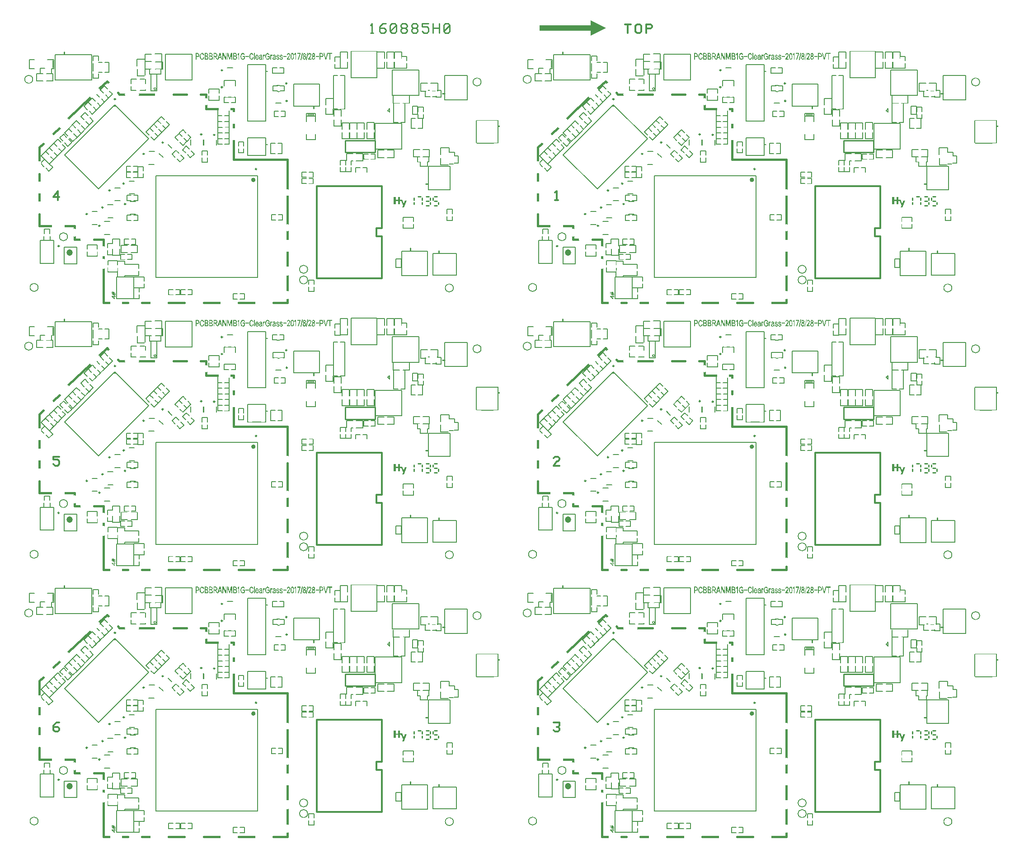
<source format=gto>
*
%FSLAX35Y35*%
%MOMM*%
G04 A1 - i274x.a1gbo-2.d23 90 *
%AMA1gto*
4,1,3,
-1.400000,1.400000,
1.400000,0.000000,
-1.400000,-1.400000,
-1.400000,1.400000,
0.0000*
%
G04 A2 - construct+14_inc_3.936 *
%AMA2gto*
4,1,25,
0.044495,0.385408,
0.385408,0.044495,
0.437563,-0.025135,
0.467860,-0.106685,
0.473820,-0.193475,
0.454950,-0.278403,
0.412803,-0.354505,
0.350822,-0.415555,
0.274090,-0.456547,
0.188887,-0.474130,
0.102197,-0.466857,
0.021115,-0.435330,
-0.044495,-0.385408,
-0.385408,-0.044495,
-0.437563,0.025132,
-0.467860,0.106682,
-0.474675,0.170687,
-0.462228,0.256787,
-0.425900,0.335838,
-0.368672,0.401363,
-0.295227,0.447992,
-0.211585,0.471910,
-0.124592,0.471160,
-0.041375,0.445800,
0.031252,0.397907,
0.044495,0.385408,
0.0000*
%
G04 A3 - construct+15_inc_3.936 *
%AMA3gto*
4,1,4,
-0.035305,0.603332,
0.603332,-0.035305,
0.035305,-0.603332,
-0.603332,0.035305,
-0.035305,0.603332,
0.0000*
%
G04 A4 - construct+16_inc_3.936 *
%AMA4gto*
4,1,4,
3.151580,3.151580,
3.151580,-3.151580,
-3.151580,-3.151580,
-3.151580,3.151580,
3.151580,3.151580,
0.0000*
%
G04 A5 - construct+4_inc_12.008 *
%AMA5gto*
4,1,26,
-0.351085,0.814237,
0.814237,-0.351085,
0.868930,-0.422965,
0.901907,-0.507050,
0.910662,-0.596945,
0.894528,-0.685812,
0.854735,-0.766895,
0.794307,-0.834022,
0.717840,-0.882093,
0.631150,-0.907445,
0.540833,-0.908157,
0.453755,-0.884170,
0.376542,-0.837310,
0.351085,-0.814237,
-0.814237,0.351085,
-0.868930,0.422965,
-0.901907,0.507050,
-0.910940,0.583440,
-0.898485,0.672898,
-0.862070,0.755552,
-0.804460,0.825115,
-0.730040,0.876295,
-0.644470,0.905203,
-0.554260,0.909637,
-0.466267,0.889262,
-0.387187,0.845625,
-0.351085,0.814237,
0.0000*
%
G04 A6 - construct+13_inc_12.008 *
%AMA6gto*
4,1,4,
-0.035310,0.604540,
0.604540,-0.035310,
0.035310,-0.604540,
-0.604540,0.035310,
-0.035310,0.604540,
0.0000*
%
G04 A7 - construct+3_inc_12.008 *
%AMA7gto*
4,1,26,
0.814237,0.351085,
-0.351085,-0.814237,
-0.422965,-0.868930,
-0.507050,-0.901907,
-0.596945,-0.910662,
-0.685812,-0.894528,
-0.766895,-0.854735,
-0.834022,-0.794307,
-0.882093,-0.717840,
-0.907445,-0.631150,
-0.908157,-0.540833,
-0.884170,-0.453755,
-0.837310,-0.376542,
-0.814237,-0.351085,
0.351085,0.814237,
0.422965,0.868930,
0.507050,0.901907,
0.596945,0.910662,
0.685812,0.894528,
0.766895,0.854735,
0.834022,0.794307,
0.882093,0.717840,
0.907445,0.631150,
0.908157,0.540833,
0.884170,0.453755,
0.837310,0.376542,
0.814237,0.351085,
0.0000*
%
%ADD10C,0.130000*%
%ADD11C,0.254000*%
%ADD12C,0.381000*%
%ADD13C,1.199893*%
%ADD14C,0.249935*%
%ADD15C,0.400050*%
%ADD16C,0.199898*%
%ADD17C,0.299975*%
%ADD18C,0.250000*%
%ADD19C,0.152400*%
%ADD20C,0.350000*%
%ADD21C,0.300000*%
%ADD22A1gto*%
%ADD23R,1.000000X1.000000*%
%ADD24C,4.164000*%
%ADD25R,0.603147X0.533297*%
%ADD26R,0.533297X0.603147*%
%ADD27R,0.603147X1.003198*%
%ADD28R,0.763168X1.163218*%
%ADD29C,1.303173*%
%ADD30O,1.653185X0.823113*%
%ADD31R,0.803300X0.903123*%
%ADD32O,1.090575X0.608000*%
%ADD33O,1.250595X0.768000*%
%ADD34R,0.903123X0.803300*%
%ADD35R,0.773075X0.803300*%
%ADD36R,0.753250X0.543205*%
%ADD37R,1.033170X0.653187*%
%ADD38R,1.603147X4.703250*%
%ADD39R,1.503070X1.703250*%
%ADD40O,0.578250X2.081175*%
%ADD41O,0.738277X2.241195*%
%ADD42R,1.003198X0.703250*%
%ADD43C,0.703250*%
%ADD44O,0.503072X1.953158*%
%ADD45O,1.953158X0.503072*%
%ADD46O,0.608000X1.090575*%
%ADD47A2gto*%
%ADD48A3gto*%
%ADD49R,1.203097X1.203097*%
%ADD50R,1.003198X0.603147*%
%ADD51R,1.163218X0.763168*%
%ADD52R,0.723290X1.603147*%
%ADD53R,0.603147X1.403250*%
%ADD54R,0.763168X1.563268*%
%ADD55O,1.303173X0.503072*%
%ADD56O,0.503072X1.303173*%
%ADD57R,2.203095X1.403250*%
%ADD58A4gto*%
%ADD59R,4.303167X4.303167*%
%ADD60C,2.003197*%
%ADD61C,2.803043*%
%ADD62C,0.803300*%
%ADD63R,1.155140X1.504900*%
%ADD64C,1.305000*%
%ADD65R,0.805130X0.904950*%
%ADD66R,0.904950X0.805130*%
%ADD67R,1.204925X1.204925*%
%ADD68R,0.604977X1.405078*%
%ADD69A5gto*%
%ADD70A6gto*%
%ADD71A7gto*%
%ADD72O,0.655000X2.305000*%
%ADD73O,2.405075X0.655000*%
%ADD74O,0.655000X1.504900*%
%ADD75O,0.655000X1.904950*%
%ADD76R,1.504900X1.705050*%
%ADD77O,2.305000X0.655000*%
%ADD78O,3.305000X0.655000*%
%ADD79R,1.005028X0.705052*%
%ADD80O,2.705050X0.655000*%
%ADD81R,4.705045X1.604975*%
%ADD82O,0.655000X1.305000*%
%ADD83O,1.092402X0.609803*%
%ADD84R,0.774902X0.805130*%
%ADD85R,0.604977X1.005028*%
%ADD86R,0.604977X1.305000*%
%ADD87R,1.504900X1.155140*%
%ADD88R,1.824940X1.904950*%
%ADD89R,1.305000X0.604977*%
%ADD90R,1.005028X0.604977*%
%ADD91R,0.725120X1.604975*%
%ADD92O,0.580085X2.083000*%
%ADD93O,0.655000X1.705050*%
%ADD94O,0.655000X1.204925*%
%ADD95R,1.170025X0.769975*%
%ADD96R,1.069950X0.970127*%
%ADD97R,1.369922X1.369922*%
%ADD98R,0.769975X0.700125*%
%ADD99R,1.470000X0.769975*%
%ADD100R,0.949960X0.850137*%
%ADD101R,1.249935X1.249935*%
%IPPOS*%
%LN6e160885h0.gto*%
%LPD*%
G75*
G54D10*
X02673248Y04702847D02*
G03X02686202Y04675135I-00007312J-00020302D01*
G03X02673248Y04702847I-00020852J00007136D01*
X04739996Y03436072D02*
G01Y03766828D01*
X04399991Y03436072D02*
X04739996D01*
X04399991D02*
Y03766828D01*
X04739996D01*
X04399991Y05134575D02*
X04739996D01*
X04399991Y04081264D02*
Y05134575D01*
Y04081264D02*
X04739996D01*
Y05134575D01*
X02591625Y04642801D02*
X02698092D01*
X02591625D02*
Y04952783D01*
X02698092Y04642801D02*
Y04952783D01*
X07022897Y04276000D02*
X07055917Y04242980D01*
X07022897Y04276000D02*
X07058457Y04311560D01*
Y04242980D02*
Y04311560D01*
X07055917Y04242980D02*
X07058457D01*
G54D11*
X07981188Y01608695D02*
Y01646795D01*
X07737729Y02901199D02*
X07775829D01*
X00960399Y05334494D02*
Y05372594D01*
X05638775Y04310696D02*
Y04348796D01*
X07452182Y01657488D02*
Y01695588D01*
X09102445Y03985246D02*
X09140545D01*
X06228427Y03493209D02*
Y03717199D01*
X06785702Y03493209D02*
Y03717199D01*
X06228427D02*
X06785702D01*
X06228427Y03493209D02*
X06785702D01*
G54D12*
X02059991Y00669987D02*
X02159991D01*
X04139997Y03354995D02*
Y03709986D01*
Y03959998D02*
Y04019993D01*
Y04259998D02*
Y04309984D01*
X04079977D02*
X04139997D01*
X03619982Y04312195D02*
Y04369979D01*
Y04309984D02*
X03849980D01*
X03619982Y04509984D02*
Y04579987D01*
X03519983D02*
X03619982D01*
X05149977Y01860002D02*
Y02009989D01*
Y01369986D02*
Y01619997D01*
Y00909991D02*
Y01179994D01*
X04879975Y00669987D02*
X05149977D01*
X04229989D02*
X04529988D01*
X03579977D02*
X03879977D01*
X02919984D02*
X03219983D01*
X01699997Y01490001D02*
Y01539988D01*
Y01739987D02*
Y01860002D01*
X01519987D02*
X01699997D01*
X01159993D02*
X01259992D01*
X01159993D02*
Y01909990D01*
Y02060002D02*
Y02109989D01*
X00979983D02*
X01159993D01*
X00499973Y02579991D02*
Y02709988D01*
Y02109989D02*
Y02329979D01*
Y02109989D02*
X00719988D01*
X00499973Y02949993D02*
Y03089997D01*
X03010002Y04580012D02*
X03259988D01*
X02369998D02*
X02649982D01*
X01699997Y00669987D02*
X01819986D01*
X02419985D02*
X02559990D01*
X05149977D02*
Y00729982D01*
X01699997Y00669987D02*
Y01309991D01*
X05149977Y02149994D02*
Y02669983D01*
Y02809988D02*
Y03354995D01*
X04139997D02*
X05149977D01*
X00499973Y03330002D02*
Y03585043D01*
X00576961Y03656925D01*
X00759053Y03838687D02*
X00875690Y03947552D01*
X01043534Y04128603D02*
X01447190Y04513972D01*
X01617574Y04684863D02*
X01764030Y04824665D01*
X01766418Y04823192D02*
X01792605Y04795760D01*
X01999437Y04580012D02*
X02089988D01*
X01969618Y04609831D02*
X01999437Y04580012D01*
G54D10*
X08255000Y00949997D02*
G03X08255000Y00949997I-00075006J00000000D01*
X00474980Y00960004D02*
G03X00474980Y00960004I-00075006J00000000D01*
X05524983Y01099984D02*
G03X05524983Y01099984I-00075006J00000000D01*
Y01299983D02*
G03X05524983Y01299983I-00075006J00000000D01*
X08774989Y04809984D02*
G03X08774989Y04809984I-00075006J00000000D01*
X00374980Y04859996D02*
G03X00374980Y04859996I-00075006J00000000D01*
X07871282Y01189595D02*
G01X08308695D01*
X07871282D02*
Y01595995D01*
X08308695D01*
Y01189595D02*
Y01595995D01*
X07785097Y03228707D02*
X08194929D01*
X07785097Y02791293D02*
Y03228707D01*
Y02791293D02*
X08194929D01*
Y03228707D01*
X01481074Y04849966D02*
Y05319000D01*
X00795274D02*
X01481074D01*
X00795274Y04849966D02*
Y05319000D01*
Y04849966D02*
X01481074D01*
X05261280Y04358602D02*
Y04767896D01*
Y04358602D02*
X05748680D01*
Y04767896D01*
X05261280D02*
X05748680D01*
X07772883Y01180449D02*
Y01641994D01*
X07290353D02*
X07772883D01*
X07290353Y01180449D02*
Y01641994D01*
Y01180449D02*
X07772883D01*
X08687605Y03660448D02*
X09089746D01*
Y04095126D01*
X08687605Y04093190D02*
X09088971D01*
X08687605Y03660448D02*
Y04093190D01*
G54D13*
X01066851Y01611032D03*
G54D14*
X00871855Y01736025D02*
G03X00871855Y01736025I-00012497J00000000D01*
X05144694Y04456086D02*
G03X05144694Y04456086I-00012522J00000000D01*
G03X05144694Y04456086I-00012522J00000000D01*
X01926996Y04487836D02*
G03X01926996Y04487836I-00012522J00000000D01*
X04570984Y03178262D02*
G03X04570984Y03178262I-00012497J00000000D01*
X03930294Y05030938D02*
G03X03930294Y05030938I-00012522J00000000D01*
G03X03930294Y05030938I-00012522J00000000D01*
X05137074Y04783746D02*
G03X05137074Y04783746I-00012522J00000000D01*
G03X05137074Y04783746I-00012522J00000000D01*
X03543198Y03828096D02*
G03X03543198Y03828096I-00012522J00000000D01*
G03X03543198Y03828096I-00012522J00000000D01*
X02820848Y03677195D02*
G03X02820848Y03677195I-00012522J00000000D01*
G03X02820848Y03677195I-00012522J00000000D01*
X02091411Y02907295D02*
G03X02091411Y02907295I-00012522J00000000D01*
G03X02091411Y02907295I-00012522J00000000D01*
X03787064Y03820450D02*
G03X03787064Y03820450I-00012522J00000000D01*
G03X03787064Y03820450I-00012522J00000000D01*
X01635725Y02115908D02*
G03X01635725Y02115908I-00012522J00000000D01*
G03X01635725Y02115908I-00012522J00000000D01*
X01397991Y02335795D02*
G03X01397991Y02335795I-00012522J00000000D01*
G03X01397991Y02335795I-00012522J00000000D01*
X01694231Y02459188D02*
G03X01694231Y02459188I-00012522J00000000D01*
G03X01694231Y02459188I-00012522J00000000D01*
X02117039Y02524060D02*
G03X02117039Y02524060I-00012522J00000000D01*
G03X02117039Y02524060I-00012522J00000000D01*
X01824710Y02777755D02*
G03X01824710Y02777755I-00012522J00000000D01*
G03X01824710Y02777755I-00012522J00000000D01*
X02464791Y03463555D02*
G03X02464791Y03463555I-00012522J00000000D01*
G03X02464791Y03463555I-00012522J00000000D01*
X03930294Y04713438D02*
G03X03930294Y04713438I-00012522J00000000D01*
G03X03930294Y04713438I-00012522J00000000D01*
G54D15*
X04528515Y02975773D02*
G03X04528515Y02975773I-00020015J00000000D01*
G54D10*
X05637003Y04177737D02*
G01Y04219157D01*
X05611603Y04177737D02*
Y04219157D01*
X05586203Y04177737D02*
Y04219157D01*
X05560803Y04177737D02*
Y04219157D01*
X05535403Y04177737D02*
Y04219157D01*
X00408025Y05228898D02*
X00309532D01*
Y05058886D01*
X00408025D01*
X00650039Y05227056D02*
X00739521D01*
X00746541Y05062423D02*
Y05226809D01*
X00725946Y05062423D02*
X00739521D01*
X00770941D02*
Y05227056D01*
X00739274Y05062423D02*
X00770941D01*
X00738532Y05227056D02*
X00770941D01*
X00746541Y05193498D02*
X00770941D01*
X00746541Y05168098D02*
X00770941D01*
X00746541Y05142698D02*
X00770941D01*
X00746541Y05117298D02*
X00770941D01*
X00746541Y05091898D02*
X00770941D01*
X02266977Y00747268D02*
Y01154039D01*
X01944918D02*
X02266977D01*
X01944918Y00747268D02*
Y01154039D01*
Y00747268D02*
X02371383D01*
X02481602Y05056872D02*
Y05191572D01*
Y05052937D02*
X02599425D01*
X02671670Y05189243D02*
X02785970D01*
X02678020Y05053205D02*
X02811370D01*
Y05189243D01*
G54D16*
X00966851Y01401024D02*
X01196848D01*
X00966851Y01711031D02*
X01196848D01*
Y01401024D02*
Y01711031D01*
X00966851Y01401024D02*
Y01711031D01*
X04747793Y03639983D02*
X04773193D01*
X04747793Y05006986D02*
X04773193D01*
X06343537Y04889877D02*
X06824215D01*
Y05386733D01*
X06343537D02*
X06824215D01*
X06343537Y04889877D02*
Y05386733D01*
X06792722Y04032901D02*
X07290490D01*
Y03553602D02*
Y04032901D01*
X06792722Y03553602D02*
X07290490D01*
X06792722D02*
Y04032901D01*
X04928408Y04413108D02*
X05028408D01*
X04944669Y04631091D02*
X05019675D01*
X04940905Y04413108D02*
X05015911D01*
X04932172Y04631091D02*
X05032172D01*
X01900326Y04367643D02*
X01928622Y04367617D01*
X01886178Y04353495D02*
X01942770D01*
X00974014Y03441330D02*
X01914474Y04381791D01*
X00974014Y03441330D02*
X01610436Y02804908D01*
X02550897Y03745368D01*
X01914474Y04381791D02*
X02550897Y03745368D01*
X02678506Y03055758D02*
X04588485D01*
X02678506Y01145780D02*
Y03055758D01*
Y01145780D02*
X04588485D01*
Y03055758D01*
X04018865Y04840831D02*
X04118890D01*
X04031362Y05073829D02*
X04106394D01*
X04031362Y04840831D02*
X04106394D01*
X04018865Y05073829D02*
X04118890D01*
X04922879Y04742859D02*
X05022879D01*
X04940395Y04974644D02*
X05015401D01*
X04935376Y04742859D02*
X05010382D01*
X04927898Y04974644D02*
X05027898D01*
X03334725Y03627075D02*
Y03727074D01*
X03573038Y03641104D02*
Y03716110D01*
X03334725Y03639571D02*
Y03714578D01*
X03573038Y03628607D02*
Y03728607D01*
X02909545Y03637570D02*
X02980234Y03566856D01*
X02752468Y03458733D02*
X02805503Y03405697D01*
X02918359Y03628731D02*
X02971394Y03575696D01*
X02743629Y03467572D02*
X02814342Y03396858D01*
X02181929Y02713028D02*
X02281929D01*
X02191385Y02953577D02*
X02266391D01*
X02194426Y02713028D02*
X02269432D01*
X02178888Y02953577D02*
X02278888D01*
X03816393Y03624538D02*
Y03724537D01*
X03580634Y03639078D02*
Y03714084D01*
X03816393Y03637034D02*
Y03712041D01*
X03580634Y03626581D02*
Y03726581D01*
X01717121Y01955601D02*
X01817121D01*
X01731645Y02200205D02*
X01806651D01*
X01729618Y01955601D02*
X01804624D01*
X01719148Y02200205D02*
X01819148D01*
X01485468Y02382584D02*
X01585468D01*
X01498472Y02138994D02*
X01573478D01*
X01497965Y02382584D02*
X01572971D01*
X01485975Y02138994D02*
X01585975D01*
X01781201Y02261880D02*
X01881201D01*
X01793191Y02509525D02*
X01868198D01*
X01793698Y02261880D02*
X01868704D01*
X01780695Y02509525D02*
X01880694D01*
X02201475Y02567301D02*
X02301475D01*
X02212959Y02329793D02*
X02287965D01*
X02213972Y02567301D02*
X02288979D01*
X02200462Y02329793D02*
X02300461D01*
X01911174Y02583488D02*
X02011174D01*
X01924178Y02825051D02*
X01999184D01*
X01923671Y02583488D02*
X01998677D01*
X01911681Y02825051D02*
X02011681D01*
X02550519Y03267558D02*
X02650519D01*
X02561850Y03507207D02*
X02636855D01*
X02561266Y03266975D02*
X02636272D01*
X02555184Y03508373D02*
X02655183D01*
X04012154Y04523891D02*
X04112179D01*
X04030243Y04738432D02*
X04105275D01*
X04024650Y04523891D02*
X04099682D01*
X04017747Y04738432D02*
X04117772D01*
G54D17*
X05692877Y02860000D02*
X06912077D01*
Y02072600D02*
Y02860000D01*
X06810477Y02072600D02*
X06912077D01*
X06810477Y01920200D02*
Y02072600D01*
Y01920200D02*
X06912077D01*
Y01132800D02*
Y01920200D01*
X05692877Y01132800D02*
X06912077D01*
X05692877D02*
Y02860000D01*
G54D10*
X02792320Y05055924D02*
X02811370D01*
X02785970Y05189243D02*
X02811370D01*
X02792320Y05081324D02*
X02805020D01*
X02792320Y05106724D02*
X02805020D01*
X02792320Y05132124D02*
X02811370D01*
X02792320Y05157524D02*
X02805020D01*
X00515961Y04969592D02*
Y05066893D01*
X00595960D01*
X00725946Y04969592D02*
Y05062423D01*
X00632384Y04834092D02*
X00751684D01*
Y04969592D01*
X00632384D01*
X00568909Y04834092D02*
X00449584D01*
Y04969592D01*
X00568909D01*
X01505723Y05213945D02*
Y05293944D01*
X01605726D01*
Y05213945D01*
X01505723Y04963298D02*
Y04883300D01*
X01605726D01*
Y04963298D01*
X02330665Y05111481D02*
Y05240781D01*
X02479095D01*
X02335665Y05047981D02*
Y04923682D01*
X02482665D01*
Y05047981D01*
X02791195Y05053205D02*
Y05338571D01*
X02661894D01*
X02695803Y04956071D02*
X02565792D01*
Y05052937D01*
X02695803Y04956071D02*
X02775802D01*
Y05048842D01*
X02214358Y04782806D02*
Y04862804D01*
X02314360D01*
X02387053Y04862830D02*
X02487055D01*
Y04782831D01*
X01332130Y04354537D02*
X01717548Y04739954D01*
X01779053Y04678449D01*
X01560731Y04583136D02*
X01641352Y04663758D01*
X01702857Y04602219D01*
X01484531Y04506936D02*
X01565152Y04587558D01*
X01626657Y04526019D01*
X01408331Y04430736D02*
X01488948Y04511354D01*
X01550453Y04449848D01*
X01393636Y04293031D02*
X01332131Y04354536D01*
X01412748Y04435154D01*
X01474253Y04373648D01*
X01738742Y04567424D02*
X01795323Y04510844D01*
X01490523Y04206043D02*
X01866041Y04581562D01*
X01809460Y04638142D01*
X01662542Y04491224D02*
X01719123Y04434644D01*
X01789841Y04505362D01*
X01586342Y04415024D02*
X01642923Y04358444D01*
X01713641Y04429162D01*
X01433942Y04262624D02*
X01490523Y04206044D01*
X01561241Y04276762D01*
X01510142Y04338824D02*
X01566723Y04282244D01*
X01637441Y04352962D01*
X01177606Y03950001D02*
X01121050Y04006556D01*
X00972472Y03857979D02*
X01196123Y04081629D01*
X01106486Y03873801D02*
X01049930Y03930356D01*
X01032851Y03797601D02*
X00972472Y03857979D01*
X00938865Y03703601D02*
X00882290Y03760176D01*
X00953011Y03830897D01*
X01009570Y03774306D01*
X00862442Y03564124D02*
X00919023Y03507544D01*
X00690423Y03278943D02*
X00989740Y03578262D01*
X00933160Y03634842D01*
X00842823Y03431344D02*
X00913540Y03502062D01*
X00710042Y03411724D02*
X00766623Y03355144D01*
X00837341Y03425862D01*
X00780760Y03482442D01*
X00690423Y03278943D02*
X00761141Y03349662D01*
X00621142Y03195824D02*
X00677723Y03139244D01*
X00748441Y03209962D01*
X00684941Y03273461D01*
X01427052Y04000560D02*
X01507636Y04081186D01*
X01446135Y04142686D01*
X01256501Y04021251D02*
X01195000Y04082752D01*
X01275580Y04163373D02*
X01337114Y04101873D01*
X01274326Y04164626D02*
X01349273Y04239573D01*
X01410778Y04178069D01*
X01432742Y04006253D02*
X01372471Y04066491D01*
X01350160Y03928781D02*
X01288630Y03990312D01*
X01205376Y03776386D02*
X01507640Y04081182D01*
X01279040Y03852581D02*
X01217510Y03914112D01*
X00974203Y03668264D02*
X01035733Y03606734D01*
X01106411Y03677412D01*
X01106409Y03677413D02*
X01044879Y03738944D01*
X00532030Y03427437D02*
X00841252Y03736658D01*
X00902757Y03675119D01*
X00608231Y03503636D02*
X00688852Y03584258D01*
X00580836Y03226231D02*
X00519331Y03287736D01*
X00595531Y03363936D01*
X00685474Y03273994D02*
X00532030Y03427436D01*
X00612648Y03508053D01*
X00674153Y03446548D01*
X00745936Y03518331D02*
X00684431Y03579836D01*
X00765052Y03660458D01*
X00826557Y03598919D01*
X01063258Y03757295D02*
X01124792Y03695760D01*
X01205376Y03776386D01*
X01143875Y03837886D01*
X00585416Y01919667D02*
Y01840770D01*
X00699418D01*
Y01919667D01*
X00769420Y01840770D02*
Y01411501D01*
X00515657D01*
Y01840770D01*
X00769420D01*
X00592416Y01969654D02*
Y02049652D01*
X00692418D01*
Y01969654D01*
X02598395Y05191572D02*
X02479095D01*
Y05328572D01*
X02598395D01*
G54D16*
X03356949Y05327352D02*
Y04847351D01*
X02857844D01*
Y05327352D01*
X03356949D01*
G54D10*
X02495078Y03874627D02*
X02784377Y04163926D01*
X02842346Y04105924D01*
X02935666Y04012605D02*
X02877700Y04070571D01*
X02701631Y03960161D02*
X02645078Y04016713D01*
X02715762Y04087434D02*
X02772346Y04030882D01*
X02736987Y03924804D02*
X02793568Y03868224D01*
X02864289Y03938945D02*
X02807703Y03995500D01*
X03172028Y03788268D02*
X03115476Y03844820D01*
X03117531Y03846533D02*
X03188215Y03917254D01*
X03244799Y03860702D01*
X03207385Y03752911D02*
X03263965Y03696331D01*
X03266021Y03698044D02*
X03336742Y03768764D01*
X03280155Y03825320D01*
X03097871Y03713781D02*
X03041318Y03770333D01*
X03112002Y03841054D01*
X03133227Y03678424D02*
X03189808Y03621844D01*
X03260529Y03692564D01*
X02556863Y03812841D02*
X02495078Y03874627D01*
X02592220Y03777484D02*
X02648801Y03720904D01*
X02938084Y04010186D01*
X02630510Y03883961D02*
X02567462Y03947010D01*
X02665868Y03848604D02*
X02721185Y03793287D01*
X03042054Y03403825D02*
X02985502Y03460377D01*
X03056186Y03531098D01*
X03112769Y03474546D01*
X03077411Y03368468D02*
X03133992Y03311887D01*
X03204713Y03382608D01*
X03148126Y03439163D01*
X03237558Y03482641D02*
X03181006Y03539193D01*
X03251690Y03609914D01*
X03308273Y03553362D01*
X03272915Y03447284D02*
X03329495Y03390704D01*
X03400216Y03461424D01*
X03343630Y03517980D01*
X03922065Y04071518D02*
X03842041D01*
X03972052D02*
X04052051D01*
X06008572Y04479973D02*
Y04579975D01*
X06218582Y04479973D02*
Y04579975D01*
X03923487Y03645900D02*
X03843463D01*
X03973474D02*
X04053473D01*
Y04269461D01*
X03924452Y03857726D02*
X03844428D01*
X03974439D02*
X04053473D01*
X03920744Y04176217D02*
X03840720D01*
Y03645900D02*
Y04298995D01*
X03970731Y04176217D02*
X04050730D01*
X04042765Y04740831D02*
X03962742D01*
Y04840833D01*
X04042765D01*
X04092753Y04740831D02*
X04172751D01*
Y04840833D01*
X04092753D01*
X04977536Y04166130D02*
X04897512D01*
Y04266133D01*
X04977536D01*
X05027524Y04166130D02*
X05107522D01*
Y04266133D01*
X05027524D01*
X04042765Y04423331D02*
X03962742D01*
Y04523333D01*
X04042765D01*
X04092753Y04423331D02*
X04172751D01*
Y04523333D01*
X04092753D01*
X02210511Y03129607D02*
X02130487D01*
Y03229610D01*
X02210511D01*
X02260499Y03129607D02*
X02340497D01*
Y03229610D01*
X02260499D01*
X02210537Y03020362D02*
X02130513D01*
Y03120364D01*
X02210537D01*
X02260524Y03020362D02*
X02340522D01*
Y03120364D01*
X02260524D01*
X04836552Y03465751D02*
Y03659073D01*
X04916576D01*
X05046562Y03465751D02*
Y03659073D01*
X04966564D01*
X04957204Y04644110D02*
X04877180D01*
Y04741113D01*
X04957204D01*
X05007191Y04644110D02*
X05087189D01*
Y04741113D01*
X05007191D01*
X04916957Y03465751D02*
X04836552D01*
X04966945D02*
X05046562D01*
X04949584Y04976390D02*
X04869560D01*
Y05076393D01*
X04949584D01*
X04999571Y04976390D02*
X05079569D01*
Y05076393D01*
X04999571D01*
X05500281Y03023819D02*
X05420257D01*
Y03117822D01*
X05500281D01*
X05550268Y03023819D02*
X05630267D01*
Y03117822D01*
X05550268D01*
X06507696Y03102074D02*
X06427672D01*
Y03202076D01*
X06507696D01*
X06557683Y03102074D02*
X06637682D01*
Y03202076D01*
X06557683D01*
X06008585Y04657798D02*
Y04757801D01*
X06218594Y04657798D02*
Y04757801D01*
X07138884Y04155033D02*
Y04411700D01*
X07348894Y04097954D02*
Y04411700D01*
X06008585Y04391098D02*
Y04491101D01*
X06218594Y04391098D02*
Y04491101D01*
X06088596Y04304173D02*
X06008572D01*
Y04307715D02*
Y04402175D01*
X06138583Y04304173D02*
X06218582D01*
Y04307449D02*
Y04402175D01*
X02172106Y01769465D02*
X02092082D01*
Y01866468D01*
X02172106D01*
X02222094Y01769465D02*
X02302092D01*
Y01866468D01*
X02222094D01*
X03924452Y03960609D02*
X03844428D01*
X03974439D02*
X04053473D01*
X06008572Y04746673D02*
Y04846675D01*
X06218582Y04746673D02*
Y04846675D01*
X07218909Y04055031D02*
X07138884D01*
Y04155033D01*
X07268896Y04055031D02*
X07348894D01*
Y04126989D01*
X04926736Y02223030D02*
X04846712D01*
Y02323033D01*
X04926736D01*
X04976724Y02223030D02*
X05056722D01*
Y02323033D01*
X04976724D01*
X06008572Y04835573D02*
Y04935575D01*
X06088596D01*
X06218582Y04835573D02*
Y04935575D01*
X06138583D01*
X06008585Y04568898D02*
Y04668901D01*
X06218594Y04568898D02*
Y04668901D01*
X06660109Y03362398D02*
X06580085D01*
Y03462400D01*
X06660109D01*
X06710096Y03362398D02*
X06790094D01*
Y03462400D01*
X06710096D01*
X02217242Y02213531D02*
X02137218D01*
Y02313533D01*
X02217242D01*
X02267230Y02213531D02*
X02347228D01*
Y02313533D01*
X02267230D01*
X02217293Y02587343D02*
X02137269D01*
Y02687345D01*
X02217293D01*
X02267280Y02587343D02*
X02347279D01*
Y02687345D01*
X02267280D01*
X03231109Y00822398D02*
X03151085D01*
Y00919400D01*
X03231109D01*
X03281096Y00822398D02*
X03361094D01*
Y00919400D01*
X03281096D01*
X03002496Y00822398D02*
X02922472D01*
Y00919400D01*
X03002496D01*
X03052483Y00822398D02*
X03132482D01*
Y00919400D01*
X03052483D01*
X07633055Y03311271D02*
X07582254D01*
Y03406613D01*
X07774814Y03311271D02*
X07792264D01*
Y03406613D01*
X03923487Y03751147D02*
X03843463D01*
X03973474D02*
X04053473D01*
X05500281Y02906979D02*
X05420257D01*
Y03000982D01*
X05500281D01*
X05550268Y02906979D02*
X05630267D01*
Y03000982D01*
X05550268D01*
X02100796Y01482773D02*
X02022961D01*
Y01582775D01*
X02100796D01*
X02150783Y01482773D02*
X02230782D01*
Y01582775D01*
X02150783D01*
X04210406Y00742871D02*
X04130381D01*
Y00842873D01*
X04210406D01*
X04260393Y00742871D02*
X04340391D01*
Y00842873D01*
X04260393D01*
X03674909Y04599265D02*
Y04679264D01*
X03774886D01*
X03674909Y04549253D02*
Y04469254D01*
X03774886D01*
X01396503Y01678900D02*
Y01758899D01*
X01496480D01*
X01396503Y01628888D02*
Y01548889D01*
X01496480D01*
X01485403Y01758899D02*
X01585380D01*
Y01678900D01*
X01485403Y01548889D02*
X01585380D01*
Y01628888D01*
X05547981Y01018107D02*
Y01098105D01*
X05647958D01*
Y01018107D01*
X05547981Y00968094D02*
Y00888095D01*
X05647958D01*
Y00968094D01*
X03763809Y04679264D02*
X03863786D01*
Y04599265D01*
X03763809Y04469254D02*
X03863786D01*
Y04549253D01*
X02100881Y01395666D02*
X02195387D01*
X02100881Y01185656D02*
X02195387D01*
X06038201Y05196381D02*
Y05276380D01*
X06135277D01*
X06038201Y05146369D02*
Y05066370D01*
X06135277D01*
X01781389Y01383562D02*
Y01463560D01*
X01881367D01*
X01781389Y01333549D02*
Y01253550D01*
X01963881D01*
X01869324Y01464043D02*
X01965968D01*
Y01463841D02*
Y01383842D01*
X01966053Y01258139D02*
Y01323247D01*
X07286977Y05289067D02*
X07382803D01*
Y05209068D01*
Y05071150D02*
Y05159056D01*
X02266977Y01157719D02*
X02371358D01*
X02271717Y00951131D02*
X02461171D01*
X02371383Y00951312D02*
Y00874508D01*
Y00747268D02*
Y00824495D01*
X03547960Y03438942D02*
Y03518941D01*
X03647937D01*
Y03438942D01*
X03547960Y03388930D02*
Y03308931D01*
X03647937D01*
Y03388930D01*
X01776259Y01704300D02*
Y01784299D01*
X01872034D01*
X01776259Y01654287D02*
Y01574289D01*
X01872034D01*
X06341378Y03331200D02*
Y03259580D01*
X06241401Y03129569D02*
X06341378D01*
Y03209568D01*
X02345524Y03146131D02*
Y03226130D01*
X02445501D01*
Y03146131D01*
X02345524Y03096118D02*
Y03016120D01*
X02445501D01*
Y03096118D01*
X02179230Y01395666D02*
X02279207D01*
X02179230Y01185656D02*
X02279207D01*
X06139801Y03259580D02*
Y03339579D01*
X06254614D01*
X06239778D02*
Y03259580D01*
X06139801Y03209568D02*
Y03129569D01*
X06239778D01*
Y03209568D01*
X04228578Y03611866D02*
Y03691864D01*
X04328555D01*
Y03611866D01*
X04228578Y03561853D02*
Y03481854D01*
X04328555D01*
Y03561853D01*
X02260510Y01395666D02*
X02360487D01*
Y01315668D01*
X02260510Y01185656D02*
X02360487D01*
Y01265655D01*
X07317040Y02197962D02*
Y02277961D01*
X07508635D01*
X07317040Y02147949D02*
Y02069614D01*
X07508635Y02277961D02*
Y02199626D01*
X07317040Y02069614D02*
X07508635D01*
Y02149613D01*
X08132558Y02344406D02*
Y02424404D01*
X08232535D01*
Y02344406D01*
X08132558Y02294393D02*
Y02214394D01*
X08232535D01*
Y02294393D01*
X02361678Y01157719D02*
X02461655D01*
Y01077720D01*
Y00951312D02*
Y01027708D01*
X01024992Y01909990D02*
G03X01024992Y01909990I-00075006J00000000D01*
X02150110Y01613346D02*
G01X02030785D01*
Y01748846D01*
X02150110D01*
X02213610Y01613346D02*
X02332884D01*
Y01748846D01*
X02213610D01*
X01872034Y01784299D02*
Y01863376D01*
X02009035D01*
Y01744077D01*
X01873117Y01680577D02*
Y01561277D01*
X02009035D01*
Y01680577D01*
X01965968Y01456062D02*
X02100881D01*
Y01395666D01*
X01963881Y01254033D02*
Y01153962D01*
X02100881D01*
X02100584D02*
Y01185656D01*
X06832477Y05373250D02*
X06969477D01*
Y05253950D01*
X06832477Y05071150D02*
X06969477D01*
Y05190450D01*
X07010277Y05253950D02*
Y05373250D01*
X07147277D01*
Y05253950D01*
X07010277Y05190450D02*
Y05071150D01*
X07147277D01*
Y05190450D01*
X06311777Y03926749D02*
Y04046049D01*
X06448777D01*
Y03926749D01*
X06311777Y03863250D02*
Y03743950D01*
X06448777D01*
Y03863250D01*
X06135277Y05066370D02*
Y05373250D01*
X06133977D02*
X06270977D01*
Y05253950D01*
X06135277Y05071150D02*
X06270977D01*
Y05190450D01*
X06451477Y03926749D02*
Y04046049D01*
X06588477D01*
Y03926749D01*
X06451477Y03863250D02*
Y03743950D01*
X06588477D01*
Y03863250D01*
X05867277Y04383950D02*
Y04503250D01*
X06004277D01*
X05867277Y04320450D02*
Y04201150D01*
X06004277D01*
Y04304173D01*
X06021177Y04168050D02*
Y04285801D01*
X06156677D01*
Y04168050D01*
X06019677Y04104550D02*
Y03985249D01*
X06156677D01*
Y04104550D01*
X07149977Y05253950D02*
Y05373250D01*
X07286977D01*
Y05253950D01*
X07149977Y05190450D02*
Y05071150D01*
X07382803D01*
X06172077Y03926749D02*
Y04046049D01*
X06309077D01*
Y03926749D01*
X06172077Y03863250D02*
Y03743950D01*
X06309077D01*
Y03863250D01*
X06633239Y03928502D02*
Y04047802D01*
X06770239D01*
Y03928502D01*
X06633239Y03865002D02*
Y03745702D01*
X06770239D01*
Y03865002D01*
G54D16*
X07610095Y05036700D02*
Y04556699D01*
X07107077D01*
Y05036700D01*
X07610095D01*
G54D10*
X07250227Y04411700D02*
X07130927D01*
Y04547699D01*
X07313727Y04411700D02*
X07433027D01*
Y04547699D01*
X07774814Y03311271D02*
Y03230592D01*
X07636614D01*
Y03311271D01*
X06958127Y03394700D02*
X06838827D01*
Y03531700D01*
X06958127D01*
X07021627Y03394700D02*
X07140927D01*
Y03531700D01*
X07021627D01*
X06373914Y03331200D02*
X06341378D01*
X06254614Y03339579D02*
Y03466450D01*
X06373914D01*
X06437414Y03331200D02*
X06556714D01*
Y03466450D01*
X06437414D01*
X07625004Y03406613D02*
X07505704D01*
Y03543612D01*
X07625004D01*
X07688504Y03406613D02*
X07807804D01*
Y03543612D01*
X07688504D01*
X07280048Y01493192D02*
Y01336992D01*
X07182174D01*
Y01493192D01*
X07280048D01*
X05499539Y04071580D02*
Y04170074D01*
X05669552D01*
Y04071580D01*
X05500003Y04166292D02*
Y04219157D01*
X05670016D01*
Y04166111D01*
G36*
X01852305Y00789722D02*
Y00800138D01*
X01902089D01*
Y00813410D01*
X01914177D01*
Y00800138D01*
X01927588D01*
Y00786100D01*
X01914177D01*
Y00764348D01*
X01902089D01*
Y00786100D01*
X01856644D01*
X01852305Y00789722D01*
G37*
G36*
X01856644Y00786100D02*
X01876142D01*
X01902089Y00764348D01*
X01914177D01*
Y00745610D01*
X01905152D01*
X01856644Y00786100D01*
G37*
G36*
X01860608Y00788640D02*
X01873601D01*
G02X01873601Y00783560I00000000J-00002540D01*
G01X01860608D01*
G02X01860608Y00788640I00000000J00002540D01*
G37*
G36*
X01904629Y00766888D02*
G01X01911637D01*
G02X01911637Y00761808I00000000J-00002540D01*
G01X01904629D01*
G02X01904629Y00766888I00000000J00002540D01*
G37*
G36*
X01852996Y00840052D02*
G01Y00843201D01*
X01883453D01*
X01896887Y00840002D01*
X01907187D01*
Y00838584D01*
X01928279Y00833131D01*
Y00821241D01*
X01907187Y00826598D01*
Y00812924D01*
X01896887Y00815607D01*
Y00829182D01*
X01883453Y00832380D01*
Y00818654D01*
X01873276Y00821357D01*
Y00835080D01*
X01852996Y00840052D01*
G37*
G36*
Y00843201D02*
Y00851885D01*
X01873276Y00846963D01*
Y00857450D01*
X01852996Y00862759D01*
Y00874832D01*
X01873276Y00869330D01*
Y00882588D01*
X01883453Y00879885D01*
Y00867056D01*
X01896887Y00863560D01*
Y00876765D01*
X01907187Y00874161D01*
Y00860936D01*
X01928279Y00855579D01*
Y00843591D01*
X01907187Y00848899D01*
Y00840002D01*
X01896887D01*
Y00850320D01*
X01883453Y00853518D01*
Y00843201D01*
X01852996D01*
G37*
G36*
X01855536Y00845741D02*
X01880913D01*
G02X01880913Y00840661I00000000J-00002540D01*
G01X01855536D01*
G02X01855536Y00845741I00000000J00002540D01*
G37*
G36*
X01899427Y00842542D02*
G01X01904646D01*
G02X01904646Y00837462I00000000J-00002540D01*
G01X01899427D01*
G02X01899427Y00842542I00000000J00002540D01*
G37*
G54D10*
X01801957Y05084071D02*
G01Y05182073D01*
X01722958D01*
X01603550D02*
X01672971D01*
X01722958Y04995171D02*
X01801957D01*
Y05093173D01*
X01672971Y04995171D02*
X01603550D01*
X01506723Y05163933D02*
Y05084934D01*
Y05013311D02*
Y05092309D01*
X02215358Y04732793D02*
Y04653794D01*
X02313360D01*
X02388053Y04653820D02*
X02486055D01*
Y04732819D01*
X05499539Y03828578D02*
Y03730059D01*
X05669552D01*
Y03828578D01*
G36*
X07309935Y02495020D02*
X07309956Y02495178D01*
X07309953Y02496284D01*
X07309752Y02497074D01*
X07275821Y02574494D01*
X07274901Y02575600D01*
X07274663Y02575758D01*
X07273345Y02576232D01*
X07259346D01*
G03X07256515Y02573546I00000559J-00003424D01*
G01X07256112Y02516982D01*
X07219637Y02516666D01*
X07219637Y02572914D01*
X07219459Y02574178D01*
X07219418Y02574336D01*
X07218815Y02575126D01*
X07218653Y02575284D01*
X07217413Y02576074D01*
X07216628Y02576232D01*
X07178148D01*
X07177201Y02576074D01*
X07176683Y02575916D01*
G03X07174966Y02573072I00002946J-00003717D01*
G01X07174962Y02516666D01*
X07138097D01*
X07138101Y02653494D01*
X07174576D01*
X07174582Y02603724D01*
G03X07177094Y02600564I00003486J00000193D01*
G01X07216560D01*
G03X07219630Y02603724I-00001258J00004293D01*
G01X07219641Y02653494D01*
X07256506D01*
X07256515Y02603724D01*
G03X07258904Y02600880I00003302J00000348D01*
G01X07299269Y02600722D01*
X07323013Y02539418D01*
G03X07329084Y02539418I00003036J00001191D01*
G01X07348340Y02589978D01*
X07382470D01*
X07329274Y02456310D01*
X07294947D01*
X07309777Y02494388D01*
X07309935Y02495020D01*
G37*
G54D18*
X07518217Y02636318D02*
Y02598370D01*
Y02555583D02*
Y02517616D01*
X07594132Y02659789D02*
X07646578D01*
X07670048Y02636318D02*
Y02598370D01*
Y02555583D02*
Y02517616D01*
X07745946Y02659789D02*
X07798408D01*
Y02494164D02*
X07745946D01*
Y02576968D02*
X07798408D01*
X07821861Y02636318D02*
Y02598370D01*
Y02555583D02*
Y02517616D01*
X07897776Y02659789D02*
X07950222D01*
Y02494164D02*
X07897776D01*
Y02576968D02*
X07950222D01*
X07973692Y02555583D02*
Y02517616D01*
X07874306Y02598370D02*
Y02636318D01*
G54D19*
X07597024Y04337024D02*
X07697027D01*
Y04257026D02*
Y04337024D01*
Y04130698D02*
Y04207013D01*
X07597024Y04257026D02*
Y04337024D01*
Y04130698D02*
Y04207013D01*
G54D10*
X07587967Y04206492D02*
Y04354092D01*
X07490168Y04206492D02*
Y04354092D01*
Y04206492D02*
X07587967D01*
X07490168Y04354092D02*
X07587967D01*
X07465414Y04034711D02*
Y04131815D01*
X07675424Y04034711D02*
Y04134713D01*
X07545438Y03943271D02*
X07465414D01*
Y04043273D01*
X07595425Y03943271D02*
X07675424D01*
Y04043273D01*
X07465414Y04131815D02*
X07545438D01*
X07597024Y04130698D02*
X07697027D01*
G54D19*
X08278095Y03427570D02*
Y03493610D01*
X08175868D02*
X08278095D01*
X08173868Y03273600D02*
X08253095D01*
G54D10*
X08019867Y03255642D02*
X08160868D01*
X08018867Y03577742D02*
X08175868D01*
X08019867Y03255642D02*
Y03384942D01*
X08018867Y03448442D02*
Y03577742D01*
X08175868Y03493610D02*
Y03577742D01*
X08278095Y03427570D02*
X08346605D01*
X08272805Y03285995D02*
X08346605D01*
Y03427570D01*
G54D19*
X08173868Y03273600D02*
X08253095D01*
G36*
X03427058Y05229689D02*
Y05314391D01*
X03442743D01*
Y05292779D01*
X03463145D01*
X03470107Y05294647D01*
X03471758Y05295492D01*
X03473339Y05296660D01*
X03478189Y05301972D01*
X03480890Y05309622D01*
X03480948Y05318155D01*
X03496452D01*
X03497094Y05313609D01*
X03495124Y05300464D01*
X03489907Y05289057D01*
X03481985Y05280796D01*
X03472387Y05276925D01*
X03442743Y05275960D01*
Y05229689D01*
X03427058D01*
G37*
G36*
Y05314391D02*
Y05352682D01*
X03466568D01*
X03467218Y05352380D01*
X03472982Y05351043D01*
X03479916Y05347719D01*
X03486276Y05342543D01*
X03491865Y05334423D01*
X03495550Y05324549D01*
X03496452Y05318155D01*
X03480948D01*
X03476666Y05327695D01*
X03470124Y05333928D01*
X03462302Y05336002D01*
X03442743D01*
Y05314391D01*
X03427058D01*
G37*
G36*
X03483488Y05320695D02*
X03493887D01*
G02X03493887Y05315615I00000000J-00002540D01*
G01X03483488D01*
G02X03483488Y05320695I00000000J00002540D01*
G37*
G36*
X03429599Y05316930D02*
G01X03440203D01*
G02X03440203Y05311851I00000000J-00002540D01*
G01X03429599D01*
G02X03429599Y05316930I00000000J00002540D01*
G37*
G36*
X03546944Y05354498D02*
G01X03556145Y05352182D01*
X03567864Y05345038D01*
X03577353Y05333254D01*
X03584393Y05316396D01*
X03569577Y05311019D01*
X03568384Y05312679D01*
X03566345Y05318355D01*
X03563083Y05324793D01*
X03557790Y05331251D01*
X03551577Y05335292D01*
X03545091Y05336701D01*
X03540896Y05335233D01*
X03534288Y05330540D01*
X03531973Y05328197D01*
X03527743Y05321897D01*
X03524451Y05314534D01*
X03521977Y05305276D01*
X03520597Y05290334D01*
X03520733Y05289575D01*
Y05288555D01*
X03522248Y05277304D01*
X03525556Y05264398D01*
X03531749Y05254146D01*
X03539939Y05247689D01*
X03548928Y05245680D01*
X03556243Y05248498D01*
X03562565Y05255137D01*
X03566861Y05264935D01*
G03X03569674Y05277301I-00057698J00019628D01*
G01X03584879Y05271113D01*
Y05268920D01*
X03584580Y05268505D01*
X03583206Y05263004D01*
X03577297Y05248670D01*
X03568398Y05237332D01*
X03557286Y05230191D01*
X03545252Y05228103D01*
X03544256D01*
X03539517Y05229404D01*
X03529528Y05234358D01*
X03525706Y05237105D01*
X03520065Y05242674D01*
X03518231Y05245050D01*
X03511610Y05256078D01*
X03507802Y05266883D01*
X03505180Y05280234D01*
X03504465Y05291567D01*
X03505330Y05300423D01*
X03508539Y05315549D01*
X03512825Y05327455D01*
X03518785Y05337983D01*
X03525023Y05345179D01*
X03530028Y05349203D01*
G02X03546944Y05354498I00018549J-00029589D01*
G37*
G36*
X03595133Y05229678D02*
G01Y05265724D01*
X03610378D01*
Y05246205D01*
X03633687D01*
X03638387Y05247259D01*
X03644420Y05251098D01*
X03648638Y05258380D01*
X03650118Y05267824D01*
X03665449D01*
X03666143Y05262498D01*
X03662886Y05249482D01*
X03656500Y05238878D01*
X03647637Y05231965D01*
X03637683Y05229893D01*
X03595133Y05229678D01*
G37*
G36*
Y05265724D02*
Y05319268D01*
X03610378D01*
Y05302126D01*
X03630813D01*
X03635384Y05303204D01*
X03638455Y05304629D01*
X03641371Y05306674D01*
X03645590Y05313875D01*
X03646661Y05322964D01*
X03662491D01*
X03663007Y05320657D01*
X03662816Y05318599D01*
X03659729Y05306610D01*
X03653121Y05297199D01*
X03647898Y05294401D01*
X03652926Y05291844D01*
X03659997Y05284612D01*
X03664596Y05274365D01*
X03665449Y05267824D01*
X03650118D01*
X03649929Y05269553D01*
X03645293Y05277857D01*
X03638952Y05283273D01*
X03631628Y05285243D01*
X03610378D01*
Y05265724D01*
X03595133D01*
G37*
G36*
Y05319268D02*
Y05353292D01*
X03633085D01*
X03639349Y05352035D01*
X03646931Y05348836D01*
X03654751Y05342394D01*
X03660349Y05332542D01*
X03662491Y05322964D01*
X03646661D01*
X03642732Y05330678D01*
X03636925Y05335405D01*
X03630053Y05336409D01*
X03610378D01*
Y05319268D01*
X03595133D01*
G37*
G36*
X03652658Y05270364D02*
X03662887D01*
G02X03662887Y05265284I00000000J-00002540D01*
G01X03652658D01*
G02X03652658Y05270364I00000000J00002540D01*
G37*
G36*
X03597673Y05268264D02*
G01X03607838D01*
G02X03607838Y05263184I00000000J-00002540D01*
G01X03597673D01*
G02X03597673Y05268264I00000000J00002540D01*
G37*
G36*
X03649201Y05325504D02*
G01X03659888D01*
G02X03659888Y05320424I00000000J-00002540D01*
G01X03649201D01*
G02X03649201Y05325504I00000000J00002540D01*
G37*
G36*
X03597673Y05321807D02*
G01X03607838D01*
G02X03607838Y05316727I00000000J-00002540D01*
G01X03597673D01*
G02X03597673Y05321807I00000000J00002540D01*
G37*
G36*
X03678381Y05229678D02*
G01Y05265724D01*
X03693627D01*
Y05246205D01*
X03716935D01*
X03721636Y05247259D01*
X03727669Y05251098D01*
X03731887Y05258380D01*
X03733365Y05267812D01*
X03748699D01*
X03749392Y05262498D01*
X03746141Y05249477D01*
X03739755Y05238868D01*
X03730887Y05231956D01*
X03720931Y05229893D01*
X03678381Y05229678D01*
G37*
G36*
Y05265724D02*
Y05319268D01*
X03693627D01*
Y05302126D01*
X03714062D01*
X03718632Y05303204D01*
X03721704Y05304629D01*
X03724619Y05306674D01*
X03728839Y05313875D01*
X03729910Y05322968D01*
X03745738D01*
X03746255Y05320657D01*
X03746065Y05318599D01*
X03742977Y05306610D01*
X03736369Y05297199D01*
X03731147Y05294401D01*
X03736175Y05291844D01*
X03743245Y05284612D01*
X03747844Y05274365D01*
X03748699Y05267812D01*
X03733365D01*
X03733154Y05269544D01*
X03728523Y05277855D01*
X03722191Y05283272D01*
X03714877Y05285243D01*
X03693627D01*
Y05265724D01*
X03678381D01*
G37*
G36*
Y05319268D02*
Y05353292D01*
X03716334D01*
X03722597Y05352035D01*
X03730179Y05348836D01*
X03738000Y05342394D01*
X03743598Y05332542D01*
X03745738Y05322968D01*
X03729910D01*
X03726001Y05330722D01*
X03720194Y05335450D01*
X03713308Y05336409D01*
X03693627D01*
Y05319268D01*
X03678381D01*
G37*
G36*
X03735905Y05270352D02*
X03746137D01*
G02X03746137Y05265272I00000000J-00002540D01*
G01X03735905D01*
G02X03735905Y05270352I00000000J00002540D01*
G37*
G36*
X03680921Y05268264D02*
G01X03691087D01*
G02X03691087Y05263184I00000000J-00002540D01*
G01X03680921D01*
G02X03680921Y05268264I00000000J00002540D01*
G37*
G36*
X03732450Y05325508D02*
G01X03743135D01*
G02X03743135Y05320428I00000000J-00002540D01*
G01X03732450D01*
G02X03732450Y05325508I00000000J00002540D01*
G37*
G36*
X03680921Y05321807D02*
G01X03691087D01*
G02X03691087Y05316727I00000000J-00002540D01*
G01X03680921D01*
G02X03680921Y05321807I00000000J00002540D01*
G37*
G36*
X03762039Y05229689D02*
G01Y05335988D01*
X03777314D01*
Y05297371D01*
X03802159D01*
X03808400Y05298850D01*
X03810060Y05299666D01*
X03815488Y05303348D01*
X03818790Y05310193D01*
X03819191Y05318731D01*
X03834909D01*
X03835038Y05311933D01*
X03831769Y05300586D01*
X03826059Y05291203D01*
X03818365Y05284687D01*
X03812199Y05282719D01*
X03842775Y05229689D01*
X03823019D01*
X03795503Y05280651D01*
X03777314D01*
Y05229689D01*
X03762039D01*
G37*
G36*
Y05335988D02*
Y05352682D01*
X03804424D01*
X03805115Y05352441D01*
X03808386Y05352076D01*
X03813232Y05350391D01*
X03818942Y05347871D01*
X03826268Y05342455D01*
X03831803Y05333856D01*
X03834823Y05323287D01*
X03834909Y05318731D01*
X03819191D01*
X03817372Y05325658D01*
X03813917Y05331029D01*
X03809349Y05334182D01*
X03803793Y05335801D01*
X03777314Y05335988D01*
X03762039D01*
G37*
G36*
X03821731Y05321271D02*
X03832369D01*
G02X03832369Y05316190I00000000J-00002540D01*
G01X03821731D01*
G02X03821731Y05321271I00000000J00002540D01*
G37*
G36*
X03764579Y05338528D02*
G01X03774774D01*
G02X03774774Y05333448I00000000J-00002540D01*
G01X03764579D01*
G02X03764579Y05338528I00000000J00002540D01*
G37*
G36*
X03837936Y05229689D02*
G01X03852656Y05280506D01*
X03911040D01*
X03925933Y05229689D01*
X03909214D01*
X03899662Y05263826D01*
X03863779D01*
X03854665Y05229689D01*
X03837936D01*
G37*
G36*
X03852656Y05280506D02*
X03873738Y05353292D01*
X03889708D01*
X03911040Y05280506D01*
X03895538D01*
X03881930Y05329369D01*
X03868323Y05280506D01*
X03852656D01*
G37*
G36*
X03898078Y05283046D02*
X03908393D01*
G02X03908393Y05277966I00000000J-00002540D01*
G01X03898078D01*
G02X03898078Y05283046I00000000J00002540D01*
G37*
G36*
X03855300D02*
G01X03865783D01*
G02X03865783Y05277966I00000000J-00002540D01*
G01X03855300D01*
G02X03855300Y05283046I00000000J00002540D01*
G37*
G36*
X04005649Y05352682D02*
G01Y05229689D01*
X03988538D01*
X03946206Y05323916D01*
Y05229689D01*
X03930960D01*
Y05352682D01*
X03948955D01*
X03990695Y05258333D01*
Y05352682D01*
X04005649D01*
G37*
G36*
X04112294Y05353292D02*
Y05229689D01*
X04097019D01*
Y05324444D01*
X04072496Y05229689D01*
X04058575D01*
X04032901Y05325922D01*
Y05229689D01*
X04017918D01*
Y05353292D01*
X04040277D01*
X04065282Y05256821D01*
X04089484Y05353292D01*
X04112294D01*
G37*
G36*
X04131370Y05229678D02*
Y05285213D01*
X04146645D01*
Y05246205D01*
X04169926D01*
X04174773Y05247286D01*
X04176153Y05247948D01*
X04181316Y05251237D01*
X04184879Y05257171D01*
X04186298Y05264886D01*
X04202614D01*
X04202711Y05264382D01*
X04199750Y05250674D01*
X04193360Y05239416D01*
X04184246Y05232056D01*
X04173921Y05229893D01*
X04131370Y05229678D01*
G37*
G36*
Y05285213D02*
Y05319268D01*
X04146645D01*
Y05302126D01*
X04167078D01*
X04171623Y05303205D01*
X04174725Y05304631D01*
X04177615Y05306659D01*
X04181668Y05313990D01*
X04182916Y05322978D01*
X04198455D01*
X04199145Y05318880D01*
X04196247Y05306392D01*
X04189540Y05296839D01*
X04184416Y05294352D01*
X04189175Y05291832D01*
X04195891Y05284966D01*
X04200550Y05275504D01*
X04202614Y05264886D01*
X04186298D01*
X04185206Y05272573D01*
X04179127Y05280971D01*
X04171105Y05284844D01*
X04146645Y05285213D01*
X04131370D01*
G37*
G36*
Y05319268D02*
Y05353292D01*
X04169352D01*
X04175531Y05352045D01*
X04185990Y05347416D01*
X04192714Y05340096D01*
X04197225Y05330275D01*
X04198455Y05322978D01*
X04182916D01*
X04178965Y05330629D01*
X04173149Y05335356D01*
X04166283Y05336409D01*
X04146645D01*
Y05319268D01*
X04131370D01*
G37*
G36*
X04188838Y05267426D02*
X04200026D01*
G02X04200026Y05262346I00000000J-00002540D01*
G01X04188838D01*
G02X04188838Y05267426I00000000J00002540D01*
G37*
G36*
X04133910Y05287753D02*
G01X04144105D01*
G02X04144105Y05282673I00000000J-00002540D01*
G01X04133910D01*
G02X04133910Y05287753I00000000J00002540D01*
G37*
G36*
X04185456Y05325518D02*
G01X04195879D01*
G02X04195879Y05320438I00000000J-00002540D01*
G01X04185456D01*
G02X04185456Y05325518I00000000J00002540D01*
G37*
G36*
X04133910Y05321807D02*
G01X04144105D01*
G02X04144105Y05316727I00000000J-00002540D01*
G01X04133910D01*
G02X04133910Y05321807I00000000J00002540D01*
G37*
G36*
X04244557Y05352682D02*
G01Y05229689D01*
X04230596D01*
Y05328481D01*
X04212486Y05314013D01*
Y05334762D01*
X04234305Y05352682D01*
X04244557D01*
G37*
G36*
X04311353Y05354470D02*
X04320149Y05352594D01*
X04329884Y05348250D01*
X04338164Y05341321D01*
X04344933Y05331904D01*
X04350519Y05318981D01*
X04334643Y05311428D01*
Y05314398D01*
X04331715Y05321441D01*
X04329335Y05325692D01*
X04321775Y05333296D01*
X04313059Y05336649D01*
X04304119Y05335572D01*
X04295850Y05330120D01*
X04289311Y05320777D01*
X04285414Y05308508D01*
G03X04283056Y05289751I00084429J-00020143D01*
G01X04285007Y05276899D01*
X04285958Y05272928D01*
X04288871Y05264468D01*
X04294855Y05254196D01*
X04302768Y05247565D01*
X04311629Y05245134D01*
X04320827Y05247105D01*
X04322679Y05247811D01*
X04329133Y05251418D01*
X04331072Y05252840D01*
X04332834Y05254607D01*
X04335928Y05258911D01*
Y05281261D01*
X04307419D01*
Y05298550D01*
X04350327D01*
Y05252259D01*
X04349978Y05251774D01*
X04349735Y05251059D01*
X04345502Y05244354D01*
X04339643Y05238185D01*
X04333147Y05233565D01*
X04329605Y05231630D01*
X04321220Y05228947D01*
X04310570Y05227877D01*
X04304260Y05229369D01*
X04297408Y05232081D01*
X04293457Y05234419D01*
X04284485Y05241325D01*
X04277041Y05251263D01*
X04271772Y05263310D01*
X04270415Y05267258D01*
X04267797Y05280794D01*
X04266934Y05292186D01*
X04267080Y05292958D01*
G02X04275246Y05327368I00103011J-00006274D01*
G01X04281394Y05338174D01*
X04285640Y05343219D01*
X04293089Y05349209D01*
X04299205Y05352220D01*
X04309644Y05354470D01*
X04311353D01*
G37*
G36*
X04423468Y05298550D02*
Y05283049D01*
X04361311D01*
Y05298550D01*
X04423468D01*
G37*
G36*
X04474624Y05354498D02*
X04483825Y05352182D01*
X04495544Y05345038D01*
X04505034Y05333254D01*
X04512074Y05316396D01*
X04497258Y05311019D01*
X04496065Y05312680D01*
X04494025Y05318354D01*
X04490798Y05324725D01*
X04482426Y05333494D01*
X04472668Y05336664D01*
X04468577Y05335233D01*
X04461967Y05330539D01*
X04459653Y05328197D01*
X04455424Y05321897D01*
X04452131Y05314533D01*
X04449648Y05305279D01*
X04448277Y05290334D01*
X04448413Y05289575D01*
Y05288555D01*
X04449928Y05277306D01*
X04453237Y05264396D01*
X04459428Y05254146D01*
X04467619Y05247688D01*
X04476440Y05245717D01*
X04485575Y05250967D01*
X04492897Y05261208D01*
X04497577Y05277210D01*
X04512559Y05271113D01*
Y05268920D01*
X04512261Y05268506D01*
X04510887Y05263006D01*
X04504977Y05248670D01*
X04496078Y05237333D01*
X04484966Y05230191D01*
X04472933Y05228103D01*
X04471935D01*
X04467226Y05229405D01*
X04457210Y05234357D01*
G02X04444156Y05247244I00026287J00039684D01*
G01X04439290Y05256075D01*
X04435314Y05267796D01*
G02X04432307Y05292466I00090062J00023497D01*
G01X04433011Y05300423D01*
X04436219Y05315549D01*
X04440506Y05327455D01*
X04446465Y05337983D01*
X04452703Y05345179D01*
X04457711Y05349204D01*
G02X04474624Y05354498I00018577J-00029688D01*
G37*
G36*
X04536511Y05355649D02*
G01Y05229689D01*
X04521090D01*
Y05355649D01*
X04536511D01*
G37*
G36*
X04544293Y05272730D02*
G02X04545026Y05282863I00070426J00000000D01*
G01X04608725D01*
G02X04608772Y05282256I-00056976J-00004719D01*
G01X04609257Y05268378D01*
X04560025D01*
Y05267924D01*
X04560539Y05264459D01*
X04562581Y05257223D01*
X04567087Y05248650D01*
X04573488Y05244299D01*
X04580692Y05244605D01*
X04584222Y05245954D01*
X04590100Y05250874D01*
X04594303Y05261244D01*
X04610522Y05257126D01*
X04608967Y05254962D01*
G02X04596161Y05234243I-00043010J00012266D01*
G01X04585855Y05229166D01*
X04574851Y05228279D01*
X04567406Y05230891D01*
X04560084Y05235460D01*
X04552206Y05244530D01*
X04546793Y05256458D01*
X04544348Y05269956D01*
G02X04544293Y05272730I00070372J00002777D01*
G37*
G36*
X04545026Y05282863D02*
G02X04547252Y05292929I00069693J-00010133D01*
G01X04550990Y05303345D01*
X04556663Y05312170D01*
X04563919Y05318704D01*
X04570853Y05321628D01*
X04578156Y05322395D01*
X04587055Y05319814D01*
X04593032Y05316181D01*
X04598496Y05310763D01*
X04602833Y05303813D01*
G02X04608725Y05282863I-00051084J-00025669D01*
G01X04593810D01*
X04593249Y05286826D01*
X04590754Y05295517D01*
X04586304Y05302066D01*
X04580658Y05305726D01*
X04574702Y05306212D01*
X04568142Y05302615D01*
X04562973Y05295291D01*
X04560293Y05285305D01*
X04560070Y05282863D01*
X04545026D01*
G37*
G36*
X04596349Y05285403D02*
X04606176D01*
G02X04606176Y05280323I00000000J-00002540D01*
G01X04596349D01*
G02X04596349Y05285403I00000000J00002540D01*
G37*
G36*
X04547594D02*
G01X04557530D01*
G02X04557530Y05280323I00000000J-00002540D01*
G01X04547594D01*
G02X04547594Y05285403I00000000J00002540D01*
G37*
G36*
X04614445Y05254012D02*
G01Y05255306D01*
X04616879Y05266842D01*
X04622750Y05276136D01*
X04630812Y05281065D01*
G02X04638941Y05283472I00013178J-00029570D01*
G01X04658455Y05289826D01*
X04660579Y05291304D01*
X04660772Y05291527D01*
Y05293548D01*
X04659122Y05300361D01*
X04655464Y05304783D01*
X04650815Y05306543D01*
X04645858Y05306653D01*
X04638639Y05304115D01*
X04633853Y05299493D01*
X04630219Y05290174D01*
X04616461Y05293834D01*
Y05295828D01*
X04617118Y05298379D01*
X04620696Y05306647D01*
X04623982Y05311646D01*
X04626239Y05314325D01*
X04636302Y05320794D01*
X04647378Y05322552D01*
X04656650Y05321081D01*
X04662444Y05318544D01*
X04669580Y05311817D01*
X04674242Y05301902D01*
X04675755Y05290546D01*
Y05269355D01*
X04661876D01*
X04661728Y05276835D01*
X04657739Y05274115D01*
X04649938Y05271210D01*
X04644625Y05270172D01*
X04644240Y05270031D01*
X04643203Y05269825D01*
X04639531Y05268548D01*
X04632689Y05264209D01*
X04630134Y05259548D01*
X04629350Y05253866D01*
X04614461D01*
X04614445Y05254012D01*
G37*
G36*
X04614461Y05253866D02*
X04629350D01*
X04632824Y05247138D01*
X04638015Y05243835D01*
X04643929Y05244577D01*
X04649408Y05246563D01*
X04654265Y05250309D01*
X04659274Y05258792D01*
X04661876Y05269355D01*
X04675755D01*
Y05249112D01*
X04677836Y05235545D01*
X04679865Y05229689D01*
X04665189D01*
X04662090Y05238936D01*
X04661794Y05241867D01*
X04656922Y05236008D01*
G02X04646886Y05229774I-00021038J00022676D01*
G01X04636755Y05227900D01*
X04636152D01*
X04635421Y05228103D01*
X04634442D01*
X04625944Y05231698D01*
X04623812Y05233041D01*
X04621747Y05234821D01*
G02X04614904Y05249838I00018891J00017675D01*
G01X04614461Y05253866D01*
G37*
G36*
X04617016Y05256406D02*
X04626810D01*
G02X04626810Y05251326I00000000J-00002540D01*
G01X04617016D01*
G02X04617016Y05256406I00000000J00002540D01*
G37*
G36*
X04664416Y05271895D02*
G01X04673215D01*
G02X04673215Y05266815I00000000J-00002540D01*
G01X04664416D01*
G02X04664416Y05271895I00000000J00002540D01*
G37*
G36*
X04715944Y05322999D02*
G01X04723538Y05320387D01*
G02X04728661Y05316433I-00011390J-00020049D01*
G01X04722964Y05298052D01*
X04720590Y05301357D01*
X04720439Y05301497D01*
X04718213Y05302888D01*
X04711717Y05302965D01*
X04705939Y05298352D01*
X04702338Y05289605D01*
X04701559Y05286130D01*
X04700846Y05277248D01*
Y05229689D01*
X04685864D01*
Y05320170D01*
X04700846D01*
Y05312075D01*
X04701717Y05314326D01*
X04707983Y05320783D01*
X04715944Y05322999D01*
G37*
G36*
X04769437Y05354071D02*
X04778235Y05353855D01*
X04783586Y05352585D01*
X04793298Y05348251D01*
X04801584Y05341342D01*
X04808348Y05331916D01*
X04813901Y05318981D01*
X04798059Y05311424D01*
Y05314398D01*
X04795131Y05321441D01*
X04792752Y05325692D01*
X04785192Y05333296D01*
X04776476Y05336649D01*
X04767535Y05335572D01*
X04759267Y05330121D01*
X04752727Y05320777D01*
X04748831Y05308508D01*
G03X04746472Y05289751I00084445J-00020145D01*
G01X04748423Y05276900D01*
X04749374Y05272928D01*
X04752287Y05264470D01*
X04758280Y05254215D01*
X04766192Y05247592D01*
X04775050Y05245156D01*
X04784244Y05247105D01*
X04786096Y05247811D01*
X04792549Y05251418D01*
X04794488Y05252840D01*
X04796250Y05254607D01*
X04799344Y05258911D01*
Y05281261D01*
X04770835D01*
Y05298550D01*
X04813743D01*
Y05252259D01*
X04813375Y05251746D01*
X04813105Y05251033D01*
X04808921Y05244356D01*
X04803060Y05238185D01*
X04796564Y05233565D01*
X04793022Y05231630D01*
X04784637Y05228947D01*
X04773987Y05227877D01*
X04767677Y05229369D01*
X04760825Y05232081D01*
X04756824Y05234448D01*
X04745415Y05244301D01*
X04736806Y05258691D01*
X04731964Y05275907D01*
G02X04730497Y05294097I00097734J00017036D01*
G01X04731220Y05300856D01*
X04734543Y05315758D01*
X04738645Y05327337D01*
X04744811Y05338176D01*
X04746973Y05340741D01*
X04752776Y05346504D01*
X04759306Y05350648D01*
X04762588Y05352200D01*
X04769437Y05354071D01*
G37*
G36*
X04854711Y05322844D02*
X04861967Y05320387D01*
G02X04867093Y05316441I-00011770J-00020591D01*
G01X04861355Y05298060D01*
X04858987Y05301357D01*
X04858833Y05301500D01*
X04856544Y05302945D01*
X04852009Y05303453D01*
X04847619Y05301551D01*
X04843844Y05297268D01*
X04840909Y05290125D01*
X04839535Y05281911D01*
X04839262Y05229689D01*
X04824290D01*
Y05320170D01*
X04839273D01*
Y05311335D01*
X04840944Y05315089D01*
X04847100Y05320921D01*
X04854711Y05322844D01*
G37*
G36*
X04867053Y05254020D02*
Y05255376D01*
X04870131Y05266210D01*
X04875648Y05275133D01*
X04883123Y05281176D01*
X04891296Y05283390D01*
X04911063Y05289826D01*
X04913187Y05291304D01*
X04913380Y05291526D01*
Y05293577D01*
X04913158Y05294629D01*
X04910454Y05302375D01*
X04904747Y05305906D01*
X04898349Y05306622D01*
X04891220Y05304115D01*
X04886442Y05299481D01*
X04882795Y05290175D01*
X04869039Y05293834D01*
Y05295908D01*
X04871940Y05304371D01*
X04876554Y05311640D01*
G02X04887640Y05320285I00025126J-00020791D01*
G01X04899962Y05322556D01*
X04909224Y05321081D01*
X04914812Y05318672D01*
X04921736Y05311579D01*
X04926410Y05301803D01*
X04928363Y05290586D01*
Y05276772D01*
X04914214D01*
X04910318Y05274115D01*
X04902575Y05271231D01*
X04892042Y05268509D01*
X04889241Y05266905D01*
X04885385Y05264125D01*
X04882828Y05259462D01*
X04881965Y05253849D01*
X04867078D01*
X04867053Y05254020D01*
G37*
G36*
X04867078Y05253849D02*
X04881965D01*
X04885418Y05247130D01*
X04890600Y05243828D01*
X04896377Y05244560D01*
X04904400Y05248677D01*
X04910679Y05256942D01*
X04914187Y05268211D01*
X04914214Y05276772D01*
X04928363D01*
Y05249093D01*
X04929737Y05238779D01*
X04930427Y05235593D01*
X04932421Y05229689D01*
X04917800D01*
X04914684Y05238930D01*
X04914403Y05241762D01*
X04909475Y05235982D01*
X04903190Y05231406D01*
X04896329Y05228968D01*
X04889300Y05227900D01*
X04888720D01*
X04888018Y05228103D01*
G02X04876420Y05233043I00006883J00032247D01*
G01X04874325Y05234820D01*
X04872396Y05237087D01*
X04869347Y05242583D01*
X04868253Y05245850D01*
X04867078Y05253849D01*
G37*
G36*
X04869646Y05256389D02*
X04879425D01*
G02X04879425Y05251309I00000000J-00002540D01*
G01X04869646D01*
G02X04869646Y05256389I00000000J00002540D01*
G37*
G36*
X04916754Y05279311D02*
G01X04925823D01*
G02X04925823Y05274232I00000000J-00002540D01*
G01X04916754D01*
G02X04916754Y05279311I00000000J00002540D01*
G37*
G36*
X04957879Y05322298D02*
G01X04967536Y05322160D01*
X04969578Y05321919D01*
X04978798Y05318269D01*
X04986976Y05310170D01*
X04992636Y05296389D01*
X04976941Y05292150D01*
Y05294576D01*
X04973697Y05302611D01*
X04968329Y05306940D01*
X04962135Y05306869D01*
X04957581Y05304889D01*
X04954359Y05299767D01*
X04953522Y05292989D01*
X04955619Y05289590D01*
X04958034Y05287568D01*
X04967781Y05283817D01*
X04969085Y05283585D01*
X04970356Y05282863D01*
X04970675D01*
X04975085Y05281684D01*
X04975428D01*
X04981701Y05278641D01*
X04985255Y05276036D01*
X04988883Y05272296D01*
X04993115Y05263058D01*
X04993892Y05252210D01*
X04991049Y05241976D01*
X04985089Y05234498D01*
X04974056Y05228769D01*
X04962512Y05228097D01*
G02X04944791Y05236404I00002846J00029126D01*
G02X04936665Y05251009I00021972J00021788D01*
G01X04935263Y05258008D01*
X04950446Y05261367D01*
Y05258910D01*
X04950512Y05258635D01*
X04952554Y05252947D01*
X04955534Y05248673D01*
X04962204Y05244728D01*
X04969306Y05244244D01*
X04975215Y05246985D01*
X04978002Y05250734D01*
X04978965Y05256199D01*
X04977694Y05261512D01*
X04976372Y05263035D01*
X04970150Y05266551D01*
X04968216Y05267199D01*
X04967796D01*
X04966956Y05267753D01*
X04959802Y05270166D01*
X04959407D01*
X04950568Y05274164D01*
X04948319Y05275773D01*
X04942628Y05281030D01*
X04938404Y05288744D01*
X04937894Y05292002D01*
X04937728Y05295849D01*
X04941651Y05307957D01*
X04948645Y05317232D01*
X04957879Y05322298D01*
G37*
G36*
X05030055Y05322370D02*
X05033588Y05321915D01*
X05042813Y05318275D01*
X05051085Y05310284D01*
X05056610Y05296384D01*
X05040970Y05292148D01*
Y05294591D01*
X05037802Y05302791D01*
X05032416Y05307128D01*
X05026160Y05306880D01*
X05021580Y05304889D01*
X05018358Y05299768D01*
X05017521Y05292989D01*
X05019618Y05289590D01*
X05022078Y05287530D01*
X05028225Y05284743D01*
X05030674Y05284082D01*
X05031056D01*
X05031779Y05283817D01*
X05033085Y05283585D01*
X05034355Y05282863D01*
G02X05049249Y05276039I-00005075J-00030745D01*
G01X05052816Y05272395D01*
X05056599Y05266375D01*
X05058391Y05258747D01*
X05057892Y05250762D01*
X05053023Y05239105D01*
X05044958Y05231053D01*
X05035301Y05228323D01*
G02X05021814Y05229013I-00004934J00035680D01*
G01X05014989Y05231516D01*
X05008790Y05236405D01*
G02X05004016Y05242599I00022027J00021911D01*
G01X05002174Y05246422D01*
X05000664Y05251009D01*
X04999262Y05258008D01*
X05014445Y05261367D01*
Y05258910D01*
X05014511Y05258635D01*
X05016553Y05252947D01*
X05019533Y05248672D01*
X05026202Y05244728D01*
X05033305Y05244244D01*
X05039278Y05247014D01*
X05042149Y05250381D01*
X05043235Y05255546D01*
X05042091Y05260678D01*
X05039152Y05264013D01*
X05034190Y05266537D01*
X05032215Y05267199D01*
X05031795D01*
X05030955Y05267753D01*
X05023801Y05270166D01*
X05023435D01*
X05014603Y05274160D01*
X05012324Y05275768D01*
X05006627Y05281031D01*
X05002403Y05288743D01*
X05001892Y05292011D01*
X05001759Y05295844D01*
X05005393Y05307560D01*
X05011953Y05316697D01*
X05020704Y05321968D01*
X05030055Y05322370D01*
G37*
G36*
X05129065Y05298550D02*
Y05283049D01*
X05066908D01*
Y05298550D01*
X05129065D01*
G37*
G36*
X05169299Y05354491D02*
X05180949Y05350454D01*
X05186512Y05345733D01*
X05187279D01*
X05187860Y05344275D01*
X05189829Y05341134D01*
X05193549Y05332607D01*
X05195051Y05322875D01*
G02X05191461Y05300880I-00049693J-00003181D01*
G01X05190914Y05299317D01*
X05183214Y05284965D01*
X05175762Y05272684D01*
X05175612Y05272265D01*
X05167345Y05258976D01*
X05167136Y05258394D01*
X05166288Y05257460D01*
X05159595Y05246775D01*
X05196481D01*
Y05229689D01*
X05139320D01*
Y05242983D01*
X05170353Y05293404D01*
X05170487Y05293553D01*
X05177611Y05305615D01*
G03X05180791Y05315172I-00024897J00013594D01*
G01X05180482Y05325572D01*
X05176781Y05332601D01*
X05171452Y05336448D01*
X05165440Y05336603D01*
X05159793Y05334630D01*
G03X05153967Y05325863I00007918J-00011582D01*
G01X05152295Y05314992D01*
X05139320D01*
Y05318496D01*
X05139466Y05319675D01*
Y05320895D01*
X05144014Y05338989D01*
X05147286Y05344434D01*
X05152133Y05348960D01*
X05160692Y05353371D01*
X05163215Y05354045D01*
X05169299Y05354491D01*
G37*
G36*
X05206296Y05286617D02*
X05206393Y05288919D01*
X05220290D01*
X05221411Y05273822D01*
X05224620Y05257277D01*
X05224832Y05257012D01*
X05225047Y05256113D01*
X05225329Y05255413D01*
X05229191Y05249463D01*
X05234046Y05246091D01*
X05239199Y05245448D01*
X05242536Y05247007D01*
X05247834Y05253388D01*
X05251000Y05262582D01*
X05251801Y05266350D01*
X05253766Y05283593D01*
X05253909Y05294085D01*
X05267565D01*
X05267903Y05286606D01*
X05266615Y05268424D01*
X05265574Y05262162D01*
X05260699Y05246023D01*
X05251856Y05233302D01*
G02X05231265Y05228817I-00014590J00017477D01*
G01X05221238Y05234103D01*
X05219364Y05236514D01*
X05213667Y05245602D01*
X05212023Y05249080D01*
Y05249456D01*
X05208769Y05260997D01*
X05207437Y05268827D01*
Y05269125D01*
X05207305Y05269676D01*
X05206296Y05286617D01*
G37*
G36*
X05206393Y05288919D02*
X05207452Y05313805D01*
X05207636Y05314317D01*
X05208500Y05319968D01*
X05212023Y05332906D01*
Y05333326D01*
X05216006Y05341067D01*
X05221723Y05348551D01*
X05225767Y05351501D01*
X05234234Y05354397D01*
X05243747Y05353809D01*
X05252425Y05348544D01*
X05258881Y05339695D01*
G02X05261953Y05333287I-00038452J-00022372D01*
G01X05265436Y05320947D01*
X05266615Y05312952D01*
Y05312652D01*
X05266750Y05312128D01*
X05267565Y05294085D01*
X05253909D01*
X05252787Y05307982D01*
X05249535Y05324747D01*
X05245812Y05331549D01*
X05240617Y05335652D01*
X05234967Y05336541D01*
X05231650Y05334992D01*
X05226700Y05329184D01*
X05223625Y05320764D01*
X05222830Y05317409D01*
X05220432Y05297995D01*
X05220290Y05288919D01*
X05206393D01*
G37*
G36*
X05208936Y05291458D02*
X05217750D01*
G02X05217750Y05286378I00000000J-00002540D01*
G01X05208936D01*
G02X05208936Y05291458I00000000J00002540D01*
G37*
G36*
X05256449Y05296624D02*
G01X05265023D01*
G02X05265023Y05291545I00000000J-00002540D01*
G01X05256449D01*
G02X05256449Y05296624I00000000J00002540D01*
G37*
G36*
X05309378Y05352682D02*
G01Y05229689D01*
X05295389D01*
Y05328481D01*
X05277278Y05314013D01*
Y05334762D01*
X05299097Y05352682D01*
X05309378D01*
G37*
G36*
X05390057D02*
Y05339295D01*
X05357328Y05229689D01*
X05341444D01*
X05374071Y05335393D01*
X05333741D01*
Y05352682D01*
X05390057D01*
G37*
G36*
X05431807Y05356868D02*
X05406390Y05223755D01*
X05394058D01*
X05419054Y05356868D01*
X05431807D01*
G37*
G36*
X05433688Y05264515D02*
G02X05433699Y05265396I00035622J00000000D01*
G01X05447790D01*
X05448328Y05260448D01*
X05449826Y05255354D01*
X05450851Y05252869D01*
X05452217Y05250804D01*
X05458605Y05246518D01*
X05465547Y05245235D01*
X05470279Y05246413D01*
X05476321Y05250982D01*
X05480134Y05259174D01*
X05480684Y05269187D01*
X05494171D01*
X05494850Y05261958D01*
X05492741Y05250453D01*
X05488435Y05240167D01*
X05486371Y05237587D01*
X05485756Y05237137D01*
G02X05466811Y05228103I-00021959J00021669D01*
G01X05460874D01*
X05453130Y05230440D01*
G02X05441903Y05238355I00013060J00030442D01*
G01X05436204Y05248905D01*
X05433824Y05261401D01*
G02X05433688Y05264515I00035486J00003113D01*
G37*
G36*
X05433699Y05265396D02*
G02X05433982Y05269083I00035611J-00000881D01*
G01X05435502Y05278514D01*
X05438748Y05287416D01*
X05443784Y05293816D01*
X05447604Y05296677D01*
X05443954Y05300432D01*
X05440490Y05306896D01*
X05438829Y05312870D01*
X05438310Y05320207D01*
X05451941D01*
X05452718Y05315284D01*
X05454158Y05311128D01*
X05455066Y05309721D01*
X05461273Y05305916D01*
X05467836Y05306210D01*
X05473726Y05310470D01*
X05476247Y05318135D01*
X05491087D01*
G02X05490804Y05316239I-00034214J00004146D01*
G01X05488814Y05307607D01*
X05484779Y05300145D01*
X05481165Y05296773D01*
X05484634Y05294047D01*
X05486717Y05291839D01*
X05490352Y05285919D01*
X05490528Y05285427D01*
X05491160Y05284152D01*
X05493782Y05273328D01*
X05494171Y05269187D01*
X05480684D01*
X05478980Y05276531D01*
X05475750Y05282517D01*
X05470237Y05286504D01*
X05464173Y05287694D01*
X05457934Y05285942D01*
G03X05454139Y05283582I00007465J-00016235D01*
G01X05452511Y05281617D01*
X05452423Y05281396D01*
X05451014Y05279036D01*
X05448732Y05272510D01*
X05447790Y05265396D01*
X05433699D01*
G37*
G36*
X05438074Y05323534D02*
X05438295Y05326678D01*
X05442144Y05339705D01*
X05449727Y05349459D01*
X05455861Y05352963D01*
G02X05466401Y05354267I00007918J-00020742D01*
G01X05467291D01*
X05471543Y05353183D01*
X05479011Y05349697D01*
X05485259Y05342904D01*
X05489006Y05334742D01*
G02X05491087Y05318135I-00032132J-00012461D01*
G01X05476247D01*
X05475682Y05326815D01*
X05472242Y05333672D01*
X05466393Y05336707D01*
X05460157Y05336016D01*
X05454582Y05331618D01*
X05452629Y05326373D01*
X05451941Y05320207D01*
X05438310D01*
X05438074Y05323534D01*
G37*
G36*
X05436240Y05267936D02*
X05445250D01*
G02X05445250Y05262856I00000000J-00002540D01*
G01X05436240D01*
G02X05436240Y05267936I00000000J00002540D01*
G37*
G36*
X05483224Y05271727D02*
G01X05491620D01*
G02X05491620Y05266647I00000000J-00002540D01*
G01X05483224D01*
G02X05483224Y05271727I00000000J00002540D01*
G37*
G36*
X05440856Y05322747D02*
G01X05449400D01*
G02X05449400Y05317667I00000000J-00002540D01*
G01X05440856D01*
G02X05440856Y05322747I00000000J00002540D01*
G37*
G36*
X05478787Y05320675D02*
G01X05488527D01*
G02X05488527Y05315595I00000000J-00002540D01*
G01X05478787D01*
G02X05478787Y05320675I00000000J00002540D01*
G37*
G36*
X05535152Y05356868D02*
G01X05509734Y05223755D01*
X05497403D01*
X05522399Y05356868D01*
X05535152D01*
G37*
G36*
X05562966Y05354166D02*
X05570787Y05354058D01*
X05578958Y05350760D01*
X05586090Y05344735D01*
X05587194Y05343199D01*
X05591652Y05334650D01*
X05593787Y05324433D01*
X05593318Y05313895D01*
X05589455Y05299318D01*
X05581755Y05284965D01*
X05574333Y05272685D01*
X05574151Y05272178D01*
X05565918Y05258981D01*
X05565707Y05258394D01*
X05564858Y05257460D01*
X05558166Y05246775D01*
X05595023D01*
Y05229689D01*
X05537861D01*
Y05243061D01*
X05538447Y05243877D01*
X05538594Y05244040D01*
X05560888Y05280268D01*
X05561175Y05280627D01*
X05568888Y05293398D01*
X05569027Y05293553D01*
X05576154Y05305618D01*
X05577427Y05308251D01*
X05580043Y05316651D01*
X05579398Y05325836D01*
X05575723Y05333255D01*
X05570281Y05337020D01*
X05563930Y05336624D01*
G03X05556597Y05333339I00003110J-00016766D01*
G01X05554954Y05331560D01*
G03X05551039Y05314992I00025987J-00014886D01*
G01X05537861D01*
Y05318496D01*
X05538007Y05319675D01*
Y05320871D01*
X05539662Y05330243D01*
X05543745Y05341060D01*
X05545926Y05344504D01*
X05551940Y05349953D01*
X05555459Y05351966D01*
X05562966Y05354166D01*
G37*
G36*
X05605131Y05266776D02*
X05607919Y05282251D01*
X05609279Y05285456D01*
Y05285896D01*
X05614947Y05293292D01*
X05619198Y05296670D01*
X05616060Y05299594D01*
X05612292Y05306076D01*
X05610309Y05312798D01*
G02X05609488Y05321707I00040621J00008237D01*
G01X05623425D01*
X05625689Y05311025D01*
X05626669Y05309523D01*
X05632850Y05305759D01*
X05639372Y05306114D01*
X05645368Y05310571D01*
X05646568Y05312780D01*
X05648310Y05320435D01*
X05662337D01*
X05662322Y05316298D01*
X05658886Y05304434D01*
X05655194Y05298907D01*
X05652712Y05296724D01*
X05656093Y05294050D01*
X05658205Y05291846D01*
X05661843Y05285919D01*
X05664238Y05279838D01*
X05665907Y05271030D01*
X05665988Y05269158D01*
X05652180D01*
X05650196Y05277244D01*
X05646206Y05283349D01*
X05639935Y05286940D01*
X05632955Y05287188D01*
X05631456Y05286911D01*
X05627429Y05284921D01*
X05625635Y05283587D01*
X05624003Y05281617D01*
X05623915Y05281397D01*
X05622500Y05279026D01*
X05620147Y05272546D01*
X05619280Y05265407D01*
X05605171D01*
X05605131Y05266776D01*
G37*
G36*
X05605171Y05265407D02*
X05619280D01*
X05619821Y05260443D01*
X05621291Y05255351D01*
X05622311Y05252876D01*
X05623690Y05250827D01*
X05630123Y05246698D01*
X05637036Y05245241D01*
X05641798Y05246420D01*
X05647962Y05250832D01*
X05651790Y05259056D01*
X05652180Y05269158D01*
X05665988D01*
X05666301Y05261955D01*
X05665410Y05255282D01*
X05662199Y05244679D01*
G02X05657211Y05237125I-00021148J00008542D01*
G02X05638303Y05228103I-00022085J00021961D01*
G01X05632366D01*
X05624610Y05230444D01*
X05618477Y05233806D01*
X05612925Y05239006D01*
X05607679Y05249401D01*
X05605287Y05261394D01*
X05605171Y05265407D01*
G37*
G36*
X05609488Y05321707D02*
G02X05609571Y05323746I00041442J-00000672D01*
G01X05612399Y05336962D01*
X05618998Y05347437D01*
G02X05637045Y05354470I00017384J-00017935D01*
G01X05637892Y05354267D01*
X05638783D01*
X05646272Y05352130D01*
X05654743Y05345367D01*
X05655595D01*
X05656166Y05343780D01*
X05659319Y05337956D01*
X05662363Y05327566D01*
X05662337Y05320435D01*
X05648310D01*
X05647142Y05328156D01*
X05643542Y05333852D01*
X05637691Y05336695D01*
X05631553Y05335930D01*
X05625921Y05331498D01*
X05625634Y05331018D01*
X05623911Y05325995D01*
X05623524Y05323877D01*
X05623425Y05321707D01*
X05609488D01*
G37*
G36*
X05607712Y05267947D02*
X05616740D01*
G02X05616740Y05262867I00000000J-00002540D01*
G01X05607712D01*
G02X05607712Y05267947I00000000J00002540D01*
G37*
G36*
X05654720Y05271698D02*
G01X05663446D01*
G02X05663446Y05266618I00000000J-00002540D01*
G01X05654720D01*
G02X05654720Y05271698I00000000J00002540D01*
G37*
G36*
X05612029Y05324247D02*
G01X05620885D01*
G02X05620885Y05319167I00000000J-00002540D01*
G01X05612029D01*
G02X05612029Y05324247I00000000J00002540D01*
G37*
G36*
X05650850Y05322975D02*
G01X05659797D01*
G02X05659797Y05317895I00000000J-00002540D01*
G01X05650850D01*
G02X05650850Y05322975I00000000J00002540D01*
G37*
G36*
X05738444Y05298550D02*
G01Y05283049D01*
X05676287D01*
Y05298550D01*
X05738444D01*
G37*
G36*
X05750393Y05229689D02*
Y05314391D01*
X05766077D01*
Y05292779D01*
X05786480D01*
X05793441Y05294647D01*
X05795091Y05295491D01*
X05796673Y05296660D01*
X05801523Y05301972D01*
X05804224Y05309622D01*
X05804282Y05318151D01*
X05819776D01*
X05820429Y05313612D01*
X05818457Y05300465D01*
X05813241Y05289058D01*
X05805319Y05280797D01*
X05795722Y05276925D01*
X05766077Y05275960D01*
Y05229689D01*
X05750393D01*
G37*
G36*
Y05314391D02*
Y05352682D01*
X05789901D01*
X05790552Y05352380D01*
X05796313Y05351045D01*
X05803248Y05347722D01*
X05809612Y05342541D01*
X05815178Y05334399D01*
X05818858Y05324537D01*
X05819776Y05318151D01*
X05804282D01*
X05799979Y05327655D01*
X05793438Y05333887D01*
X05785630Y05336002D01*
X05766077D01*
Y05314391D01*
X05750393D01*
G37*
G36*
X05806822Y05320691D02*
X05817210D01*
G02X05817210Y05315611I00000000J-00002540D01*
G01X05806822D01*
G02X05806822Y05320691I00000000J00002540D01*
G37*
G36*
X05752933Y05316930D02*
G01X05763537D01*
G02X05763537Y05311851I00000000J-00002540D01*
G01X05752933D01*
G02X05752933Y05316930I00000000J00002540D01*
G37*
G36*
X05909286Y05352682D02*
G01X05873509Y05229689D01*
X05857948D01*
X05821990Y05352682D01*
X05838244D01*
X05839200Y05351353D01*
X05865904Y05252977D01*
X05892110Y05352682D01*
X05909286D01*
G37*
G36*
X05982318D02*
Y05335393D01*
X05953108D01*
Y05229689D01*
X05937278D01*
Y05335393D01*
X05907630D01*
Y05352682D01*
X05982318D01*
G37*
G54D11*
X08050479Y04595379D02*
X08088579D01*
G54D10*
X07833208Y04633352D02*
X07962747D01*
Y04790832D01*
X07833208D01*
X07769708Y04633352D02*
X07640168D01*
Y04790832D01*
X07769708D01*
G54D19*
X07868361Y04534851D02*
X07958760D01*
Y04655653D01*
X07868361D01*
X07818348Y04534851D02*
X07727950D01*
Y04655653D01*
X07818348D01*
G54D10*
X08028788Y04649629D02*
Y04525478D01*
X07932267D01*
Y04649629D01*
X08028788D01*
X08515299Y04930507D02*
Y04477879D01*
X08093659D01*
Y04930507D01*
X08515299D01*
X02673248Y09702847D02*
G03X02686202Y09675135I-00007312J-00020302D01*
G03X02673248Y09702847I-00020852J00007136D01*
X04739996Y08436072D02*
G01Y08766828D01*
X04399991Y08436072D02*
X04739996D01*
X04399991D02*
Y08766828D01*
X04739996D01*
X04399991Y10134575D02*
X04739996D01*
X04399991Y09081264D02*
Y10134575D01*
Y09081264D02*
X04739996D01*
Y10134575D01*
X02591625Y09642801D02*
X02698092D01*
X02591625D02*
Y09952783D01*
X02698092Y09642801D02*
Y09952783D01*
X07022897Y09275999D02*
X07055917Y09242980D01*
X07022897Y09275999D02*
X07058457Y09311560D01*
Y09242980D02*
Y09311560D01*
X07055917Y09242980D02*
X07058457D01*
G54D11*
X07981188Y06608695D02*
Y06646795D01*
X07737729Y07901199D02*
X07775829D01*
X00960399Y10334494D02*
Y10372594D01*
X05638775Y09310696D02*
Y09348796D01*
X07452182Y06657488D02*
Y06695588D01*
X09102445Y08985246D02*
X09140545D01*
X06228427Y08493209D02*
Y08717200D01*
X06785702Y08493209D02*
Y08717200D01*
X06228427D02*
X06785702D01*
X06228427Y08493209D02*
X06785702D01*
G54D12*
X02059991Y05669987D02*
X02159991D01*
X04139997Y08354996D02*
Y08709986D01*
Y08959998D02*
Y09019993D01*
Y09259997D02*
Y09309984D01*
X04079977D02*
X04139997D01*
X03619982Y09312195D02*
Y09369980D01*
Y09309984D02*
X03849980D01*
X03619982Y09509984D02*
Y09579987D01*
X03519983D02*
X03619982D01*
X05149977Y06860002D02*
Y07009989D01*
Y06369985D02*
Y06619997D01*
Y05909992D02*
Y06179994D01*
X04879975Y05669987D02*
X05149977D01*
X04229989D02*
X04529988D01*
X03579977D02*
X03879977D01*
X02919984D02*
X03219983D01*
X01699997Y06490000D02*
Y06539987D01*
Y06739987D02*
Y06860002D01*
X01519987D02*
X01699997D01*
X01159993D02*
X01259992D01*
X01159993D02*
Y06909990D01*
Y07060002D02*
Y07109989D01*
X00979983D02*
X01159993D01*
X00499973Y07579991D02*
Y07709988D01*
Y07109989D02*
Y07329979D01*
Y07109989D02*
X00719988D01*
X00499973Y07949993D02*
Y08089997D01*
X03010002Y09580012D02*
X03259988D01*
X02369998D02*
X02649982D01*
X01699997Y05669987D02*
X01819986D01*
X02419985D02*
X02559990D01*
X05149977D02*
Y05729981D01*
X01699997Y05669987D02*
Y06309991D01*
X05149977Y07149994D02*
Y07669983D01*
Y07809988D02*
Y08354996D01*
X04139997D02*
X05149977D01*
X00499973Y08330002D02*
Y08585043D01*
X00576961Y08656925D01*
X00759053Y08838687D02*
X00875690Y08947552D01*
X01043534Y09128603D02*
X01447190Y09513972D01*
X01617574Y09684863D02*
X01764030Y09824665D01*
X01766418Y09823191D02*
X01792605Y09795760D01*
X01999437Y09580012D02*
X02089988D01*
X01969618Y09609832D02*
X01999437Y09580012D01*
G54D10*
X08255000Y05949997D02*
G03X08255000Y05949997I-00075006J00000000D01*
X00474980Y05960004D02*
G03X00474980Y05960004I-00075006J00000000D01*
X05524983Y06099983D02*
G03X05524983Y06099983I-00075006J00000000D01*
Y06299983D02*
G03X05524983Y06299983I-00075006J00000000D01*
X08774989Y09809984D02*
G03X08774989Y09809984I-00075006J00000000D01*
X00374980Y09859996D02*
G03X00374980Y09859996I-00075006J00000000D01*
X07871282Y06189595D02*
G01X08308695D01*
X07871282D02*
Y06595995D01*
X08308695D01*
Y06189595D02*
Y06595995D01*
X07785097Y08228707D02*
X08194929D01*
X07785097Y07791293D02*
Y08228707D01*
Y07791293D02*
X08194929D01*
Y08228707D01*
X01481074Y09849966D02*
Y10319000D01*
X00795274D02*
X01481074D01*
X00795274Y09849966D02*
Y10319000D01*
Y09849966D02*
X01481074D01*
X05261280Y09358602D02*
Y09767896D01*
Y09358602D02*
X05748680D01*
Y09767896D01*
X05261280D02*
X05748680D01*
X07772883Y06180449D02*
Y06641994D01*
X07290353D02*
X07772883D01*
X07290353Y06180449D02*
Y06641994D01*
Y06180449D02*
X07772883D01*
X08687605Y08660449D02*
X09089746D01*
Y09095126D01*
X08687605Y09093190D02*
X09088971D01*
X08687605Y08660449D02*
Y09093190D01*
G54D13*
X01066851Y06611032D03*
G54D14*
X00871855Y06736025D02*
G03X00871855Y06736025I-00012497J00000000D01*
X05144694Y09456086D02*
G03X05144694Y09456086I-00012522J00000000D01*
G03X05144694Y09456086I-00012522J00000000D01*
X01926996Y09487836D02*
G03X01926996Y09487836I-00012522J00000000D01*
X04570984Y08178262D02*
G03X04570984Y08178262I-00012497J00000000D01*
X03930294Y10030938D02*
G03X03930294Y10030938I-00012522J00000000D01*
G03X03930294Y10030938I-00012522J00000000D01*
X05137074Y09783746D02*
G03X05137074Y09783746I-00012522J00000000D01*
G03X05137074Y09783746I-00012522J00000000D01*
X03543198Y08828096D02*
G03X03543198Y08828096I-00012522J00000000D01*
G03X03543198Y08828096I-00012522J00000000D01*
X02820848Y08677194D02*
G03X02820848Y08677194I-00012522J00000000D01*
G03X02820848Y08677194I-00012522J00000000D01*
X02091411Y07907295D02*
G03X02091411Y07907295I-00012522J00000000D01*
G03X02091411Y07907295I-00012522J00000000D01*
X03787064Y08820451D02*
G03X03787064Y08820451I-00012522J00000000D01*
G03X03787064Y08820451I-00012522J00000000D01*
X01635725Y07115908D02*
G03X01635725Y07115908I-00012522J00000000D01*
G03X01635725Y07115908I-00012522J00000000D01*
X01397991Y07335795D02*
G03X01397991Y07335795I-00012522J00000000D01*
G03X01397991Y07335795I-00012522J00000000D01*
X01694231Y07459188D02*
G03X01694231Y07459188I-00012522J00000000D01*
G03X01694231Y07459188I-00012522J00000000D01*
X02117039Y07524060D02*
G03X02117039Y07524060I-00012522J00000000D01*
G03X02117039Y07524060I-00012522J00000000D01*
X01824710Y07777755D02*
G03X01824710Y07777755I-00012522J00000000D01*
G03X01824710Y07777755I-00012522J00000000D01*
X02464791Y08463555D02*
G03X02464791Y08463555I-00012522J00000000D01*
G03X02464791Y08463555I-00012522J00000000D01*
X03930294Y09713438D02*
G03X03930294Y09713438I-00012522J00000000D01*
G03X03930294Y09713438I-00012522J00000000D01*
G54D15*
X04528515Y07975774D02*
G03X04528515Y07975774I-00020015J00000000D01*
G54D10*
X05637003Y09177737D02*
G01Y09219157D01*
X05611603Y09177737D02*
Y09219157D01*
X05586203Y09177737D02*
Y09219157D01*
X05560803Y09177737D02*
Y09219157D01*
X05535403Y09177737D02*
Y09219157D01*
X00408025Y10228898D02*
X00309532D01*
Y10058886D01*
X00408025D01*
X00650039Y10227056D02*
X00739521D01*
X00746541Y10062423D02*
Y10226809D01*
X00725946Y10062423D02*
X00739521D01*
X00770941D02*
Y10227056D01*
X00739274Y10062423D02*
X00770941D01*
X00738532Y10227056D02*
X00770941D01*
X00746541Y10193498D02*
X00770941D01*
X00746541Y10168098D02*
X00770941D01*
X00746541Y10142698D02*
X00770941D01*
X00746541Y10117298D02*
X00770941D01*
X00746541Y10091898D02*
X00770941D01*
X02266977Y05747268D02*
Y06154039D01*
X01944918D02*
X02266977D01*
X01944918Y05747268D02*
Y06154039D01*
Y05747268D02*
X02371383D01*
X02481602Y10056872D02*
Y10191572D01*
Y10052937D02*
X02599425D01*
X02671670Y10189243D02*
X02785970D01*
X02678020Y10053205D02*
X02811370D01*
Y10189243D01*
G54D16*
X00966851Y06401024D02*
X01196848D01*
X00966851Y06711031D02*
X01196848D01*
Y06401024D02*
Y06711031D01*
X00966851Y06401024D02*
Y06711031D01*
X04747793Y08639984D02*
X04773193D01*
X04747793Y10006986D02*
X04773193D01*
X06343537Y09889877D02*
X06824215D01*
Y10386733D01*
X06343537D02*
X06824215D01*
X06343537Y09889877D02*
Y10386733D01*
X06792722Y09032901D02*
X07290490D01*
Y08553602D02*
Y09032901D01*
X06792722Y08553602D02*
X07290490D01*
X06792722D02*
Y09032901D01*
X04928408Y09413108D02*
X05028408D01*
X04944669Y09631092D02*
X05019675D01*
X04940905Y09413108D02*
X05015911D01*
X04932172Y09631092D02*
X05032172D01*
X01900326Y09367643D02*
X01928622Y09367617D01*
X01886178Y09353495D02*
X01942770D01*
X00974014Y08441330D02*
X01914474Y09381791D01*
X00974014Y08441330D02*
X01610436Y07804907D01*
X02550897Y08745368D01*
X01914474Y09381791D02*
X02550897Y08745368D01*
X02678506Y08055758D02*
X04588485D01*
X02678506Y06145779D02*
Y08055758D01*
Y06145779D02*
X04588485D01*
Y08055758D01*
X04018865Y09840832D02*
X04118890D01*
X04031362Y10073829D02*
X04106394D01*
X04031362Y09840832D02*
X04106394D01*
X04018865Y10073829D02*
X04118890D01*
X04922879Y09742859D02*
X05022879D01*
X04940395Y09974644D02*
X05015401D01*
X04935376Y09742859D02*
X05010382D01*
X04927898Y09974644D02*
X05027898D01*
X03334725Y08627075D02*
Y08727074D01*
X03573038Y08641104D02*
Y08716110D01*
X03334725Y08639571D02*
Y08714578D01*
X03573038Y08628607D02*
Y08728607D01*
X02909545Y08637570D02*
X02980234Y08566857D01*
X02752468Y08458733D02*
X02805503Y08405697D01*
X02918359Y08628731D02*
X02971394Y08575696D01*
X02743629Y08467572D02*
X02814342Y08396858D01*
X02181929Y07713028D02*
X02281929D01*
X02191385Y07953577D02*
X02266391D01*
X02194426Y07713028D02*
X02269432D01*
X02178888Y07953577D02*
X02278888D01*
X03816393Y08624538D02*
Y08724537D01*
X03580634Y08639078D02*
Y08714084D01*
X03816393Y08637034D02*
Y08712041D01*
X03580634Y08626581D02*
Y08726581D01*
X01717121Y06955601D02*
X01817121D01*
X01731645Y07200205D02*
X01806651D01*
X01729618Y06955601D02*
X01804624D01*
X01719148Y07200205D02*
X01819148D01*
X01485468Y07382584D02*
X01585468D01*
X01498472Y07138994D02*
X01573478D01*
X01497965Y07382584D02*
X01572971D01*
X01485975Y07138994D02*
X01585975D01*
X01781201Y07261880D02*
X01881201D01*
X01793191Y07509525D02*
X01868198D01*
X01793698Y07261880D02*
X01868704D01*
X01780695Y07509525D02*
X01880694D01*
X02201475Y07567301D02*
X02301475D01*
X02212959Y07329792D02*
X02287965D01*
X02213972Y07567301D02*
X02288979D01*
X02200462Y07329792D02*
X02300461D01*
X01911174Y07583488D02*
X02011174D01*
X01924178Y07825051D02*
X01999184D01*
X01923671Y07583488D02*
X01998677D01*
X01911681Y07825051D02*
X02011681D01*
X02550519Y08267558D02*
X02650519D01*
X02561850Y08507207D02*
X02636855D01*
X02561266Y08266975D02*
X02636272D01*
X02555184Y08508373D02*
X02655183D01*
X04012154Y09523891D02*
X04112179D01*
X04030243Y09738432D02*
X04105275D01*
X04024650Y09523891D02*
X04099682D01*
X04017747Y09738432D02*
X04117772D01*
G54D17*
X05692877Y07860000D02*
X06912077D01*
Y07072600D02*
Y07860000D01*
X06810477Y07072600D02*
X06912077D01*
X06810477Y06920200D02*
Y07072600D01*
Y06920200D02*
X06912077D01*
Y06132800D02*
Y06920200D01*
X05692877Y06132800D02*
X06912077D01*
X05692877D02*
Y07860000D01*
G54D10*
X02792320Y10055924D02*
X02811370D01*
X02785970Y10189243D02*
X02811370D01*
X02792320Y10081324D02*
X02805020D01*
X02792320Y10106724D02*
X02805020D01*
X02792320Y10132124D02*
X02811370D01*
X02792320Y10157524D02*
X02805020D01*
X00515961Y09969592D02*
Y10066893D01*
X00595960D01*
X00725946Y09969592D02*
Y10062423D01*
X00632384Y09834092D02*
X00751684D01*
Y09969592D01*
X00632384D01*
X00568909Y09834092D02*
X00449584D01*
Y09969592D01*
X00568909D01*
X01505723Y10213945D02*
Y10293944D01*
X01605726D01*
Y10213945D01*
X01505723Y09963298D02*
Y09883300D01*
X01605726D01*
Y09963298D01*
X02330665Y10111482D02*
Y10240781D01*
X02479095D01*
X02335665Y10047982D02*
Y09923682D01*
X02482665D01*
Y10047982D01*
X02791195Y10053205D02*
Y10338571D01*
X02661894D01*
X02695803Y09956071D02*
X02565792D01*
Y10052937D01*
X02695803Y09956071D02*
X02775802D01*
Y10048843D01*
X02214358Y09782806D02*
Y09862804D01*
X02314360D01*
X02387053Y09862830D02*
X02487055D01*
Y09782831D01*
X01332130Y09354537D02*
X01717548Y09739954D01*
X01779053Y09678448D01*
X01560731Y09583136D02*
X01641352Y09663758D01*
X01702857Y09602219D01*
X01484531Y09506936D02*
X01565152Y09587558D01*
X01626657Y09526019D01*
X01408331Y09430736D02*
X01488948Y09511354D01*
X01550453Y09449849D01*
X01393636Y09293031D02*
X01332131Y09354536D01*
X01412748Y09435154D01*
X01474253Y09373648D01*
X01738742Y09567424D02*
X01795323Y09510844D01*
X01490523Y09206043D02*
X01866041Y09581562D01*
X01809460Y09638142D01*
X01662542Y09491224D02*
X01719123Y09434644D01*
X01789841Y09505362D01*
X01586342Y09415024D02*
X01642923Y09358444D01*
X01713641Y09429162D01*
X01433942Y09262624D02*
X01490523Y09206044D01*
X01561241Y09276762D01*
X01510142Y09338824D02*
X01566723Y09282243D01*
X01637441Y09352962D01*
X01177606Y08950001D02*
X01121050Y09006556D01*
X00972472Y08857980D02*
X01196123Y09081629D01*
X01106486Y08873801D02*
X01049930Y08930356D01*
X01032851Y08797601D02*
X00972472Y08857980D01*
X00938865Y08703601D02*
X00882290Y08760176D01*
X00953011Y08830897D01*
X01009570Y08774306D01*
X00862442Y08564124D02*
X00919023Y08507544D01*
X00690423Y08278943D02*
X00989740Y08578262D01*
X00933160Y08634842D01*
X00842823Y08431344D02*
X00913540Y08502062D01*
X00710042Y08411724D02*
X00766623Y08355144D01*
X00837341Y08425862D01*
X00780760Y08482442D01*
X00690423Y08278944D02*
X00761141Y08349661D01*
X00621142Y08195824D02*
X00677723Y08139243D01*
X00748441Y08209962D01*
X00684941Y08273461D01*
X01427052Y09000560D02*
X01507636Y09081186D01*
X01446135Y09142686D01*
X01256501Y09021251D02*
X01195000Y09082752D01*
X01275580Y09163373D02*
X01337114Y09101873D01*
X01274326Y09164627D02*
X01349273Y09239574D01*
X01410778Y09178069D01*
X01432742Y09006253D02*
X01372471Y09066491D01*
X01350160Y08928782D02*
X01288630Y08990312D01*
X01205376Y08776386D02*
X01507640Y09081182D01*
X01279040Y08852582D02*
X01217510Y08914112D01*
X00974203Y08668265D02*
X01035733Y08606734D01*
X01106411Y08677412D01*
X01106409Y08677414D02*
X01044879Y08738944D01*
X00532030Y08427437D02*
X00841252Y08736658D01*
X00902757Y08675119D01*
X00608231Y08503636D02*
X00688852Y08584258D01*
X00580836Y08226231D02*
X00519331Y08287736D01*
X00595531Y08363936D01*
X00685474Y08273993D02*
X00532030Y08427436D01*
X00612648Y08508054D01*
X00674153Y08446549D01*
X00745936Y08518331D02*
X00684431Y08579836D01*
X00765052Y08660458D01*
X00826557Y08598919D01*
X01063258Y08757294D02*
X01124792Y08695760D01*
X01205376Y08776386D01*
X01143875Y08837886D01*
X00585416Y06919667D02*
Y06840770D01*
X00699418D01*
Y06919667D01*
X00769420Y06840770D02*
Y06411501D01*
X00515657D01*
Y06840770D01*
X00769420D01*
X00592416Y06969654D02*
Y07049652D01*
X00692418D01*
Y06969654D01*
X02598395Y10191572D02*
X02479095D01*
Y10328572D01*
X02598395D01*
G54D16*
X03356949Y10327353D02*
Y09847351D01*
X02857844D01*
Y10327353D01*
X03356949D01*
G54D10*
X02495078Y08874627D02*
X02784377Y09163926D01*
X02842346Y09105924D01*
X02935666Y09012604D02*
X02877700Y09070571D01*
X02701631Y08960161D02*
X02645078Y09016714D01*
X02715762Y09087434D02*
X02772346Y09030882D01*
X02736987Y08924804D02*
X02793568Y08868224D01*
X02864289Y08938945D02*
X02807703Y08995500D01*
X03172028Y08788268D02*
X03115476Y08844821D01*
X03117531Y08846534D02*
X03188215Y08917254D01*
X03244799Y08860702D01*
X03207385Y08752911D02*
X03263965Y08696331D01*
X03266021Y08698043D02*
X03336742Y08768765D01*
X03280155Y08825320D01*
X03097871Y08713781D02*
X03041318Y08770334D01*
X03112002Y08841054D01*
X03133227Y08678424D02*
X03189808Y08621844D01*
X03260529Y08692564D01*
X02556863Y08812841D02*
X02495078Y08874627D01*
X02592220Y08777484D02*
X02648801Y08720904D01*
X02938084Y09010187D01*
X02630510Y08883961D02*
X02567462Y08947010D01*
X02665868Y08848604D02*
X02721185Y08793287D01*
X03042054Y08403825D02*
X02985502Y08460377D01*
X03056186Y08531098D01*
X03112769Y08474546D01*
X03077411Y08368468D02*
X03133992Y08311887D01*
X03204713Y08382608D01*
X03148126Y08439163D01*
X03237558Y08482641D02*
X03181006Y08539193D01*
X03251690Y08609914D01*
X03308273Y08553362D01*
X03272915Y08447284D02*
X03329495Y08390704D01*
X03400216Y08461425D01*
X03343630Y08517980D01*
X03922065Y09071518D02*
X03842041D01*
X03972052D02*
X04052051D01*
X06008572Y09479973D02*
Y09579975D01*
X06218582Y09479973D02*
Y09579975D01*
X03923487Y08645900D02*
X03843463D01*
X03973474D02*
X04053473D01*
Y09269461D01*
X03924452Y08857726D02*
X03844428D01*
X03974439D02*
X04053473D01*
X03920744Y09176217D02*
X03840720D01*
Y08645900D02*
Y09298995D01*
X03970731Y09176217D02*
X04050730D01*
X04042765Y09740831D02*
X03962742D01*
Y09840833D01*
X04042765D01*
X04092753Y09740831D02*
X04172751D01*
Y09840833D01*
X04092753D01*
X04977536Y09166130D02*
X04897512D01*
Y09266133D01*
X04977536D01*
X05027524Y09166130D02*
X05107522D01*
Y09266133D01*
X05027524D01*
X04042765Y09423331D02*
X03962742D01*
Y09523333D01*
X04042765D01*
X04092753Y09423331D02*
X04172751D01*
Y09523333D01*
X04092753D01*
X02210511Y08129607D02*
X02130487D01*
Y08229609D01*
X02210511D01*
X02260499Y08129607D02*
X02340497D01*
Y08229609D01*
X02260499D01*
X02210537Y08020362D02*
X02130513D01*
Y08120364D01*
X02210537D01*
X02260524Y08020362D02*
X02340522D01*
Y08120364D01*
X02260524D01*
X04836552Y08465751D02*
Y08659073D01*
X04916576D01*
X05046562Y08465751D02*
Y08659073D01*
X04966564D01*
X04957204Y09644110D02*
X04877180D01*
Y09741113D01*
X04957204D01*
X05007191Y09644110D02*
X05087189D01*
Y09741113D01*
X05007191D01*
X04916957Y08465751D02*
X04836552D01*
X04966945D02*
X05046562D01*
X04949584Y09976390D02*
X04869560D01*
Y10076393D01*
X04949584D01*
X04999571Y09976390D02*
X05079569D01*
Y10076393D01*
X04999571D01*
X05500281Y08023819D02*
X05420257D01*
Y08117821D01*
X05500281D01*
X05550268Y08023819D02*
X05630267D01*
Y08117821D01*
X05550268D01*
X06507696Y08102073D02*
X06427672D01*
Y08202076D01*
X06507696D01*
X06557683Y08102073D02*
X06637682D01*
Y08202076D01*
X06557683D01*
X06008585Y09657798D02*
Y09757800D01*
X06218594Y09657798D02*
Y09757800D01*
X07138884Y09155033D02*
Y09411700D01*
X07348894Y09097954D02*
Y09411700D01*
X06008585Y09391098D02*
Y09491100D01*
X06218594Y09391098D02*
Y09491100D01*
X06088596Y09304173D02*
X06008572D01*
Y09307715D02*
Y09402175D01*
X06138583Y09304173D02*
X06218582D01*
Y09307449D02*
Y09402175D01*
X02172106Y06769465D02*
X02092082D01*
Y06866468D01*
X02172106D01*
X02222094Y06769465D02*
X02302092D01*
Y06866468D01*
X02222094D01*
X03924452Y08960609D02*
X03844428D01*
X03974439D02*
X04053473D01*
X06008572Y09746673D02*
Y09846675D01*
X06218582Y09746673D02*
Y09846675D01*
X07218909Y09055031D02*
X07138884D01*
Y09155033D01*
X07268896Y09055031D02*
X07348894D01*
Y09126989D01*
X04926736Y07223030D02*
X04846712D01*
Y07323033D01*
X04926736D01*
X04976724Y07223030D02*
X05056722D01*
Y07323033D01*
X04976724D01*
X06008572Y09835573D02*
Y09935575D01*
X06088596D01*
X06218582Y09835573D02*
Y09935575D01*
X06138583D01*
X06008585Y09568898D02*
Y09668901D01*
X06218594Y09568898D02*
Y09668901D01*
X06660109Y08362398D02*
X06580085D01*
Y08462401D01*
X06660109D01*
X06710096Y08362398D02*
X06790094D01*
Y08462401D01*
X06710096D01*
X02217242Y07213531D02*
X02137218D01*
Y07313533D01*
X02217242D01*
X02267230Y07213531D02*
X02347228D01*
Y07313533D01*
X02267230D01*
X02217293Y07587343D02*
X02137269D01*
Y07687345D01*
X02217293D01*
X02267280Y07587343D02*
X02347279D01*
Y07687345D01*
X02267280D01*
X03231109Y05822398D02*
X03151085D01*
Y05919401D01*
X03231109D01*
X03281096Y05822398D02*
X03361094D01*
Y05919401D01*
X03281096D01*
X03002496Y05822398D02*
X02922472D01*
Y05919401D01*
X03002496D01*
X03052483Y05822398D02*
X03132482D01*
Y05919401D01*
X03052483D01*
X07633055Y08311271D02*
X07582254D01*
Y08406613D01*
X07774814Y08311271D02*
X07792264D01*
Y08406613D01*
X03923487Y08751147D02*
X03843463D01*
X03973474D02*
X04053473D01*
X05500281Y07906979D02*
X05420257D01*
Y08000981D01*
X05500281D01*
X05550268Y07906979D02*
X05630267D01*
Y08000981D01*
X05550268D01*
X02100796Y06482773D02*
X02022961D01*
Y06582775D01*
X02100796D01*
X02150783Y06482773D02*
X02230782D01*
Y06582775D01*
X02150783D01*
X04210406Y05742871D02*
X04130381D01*
Y05842873D01*
X04210406D01*
X04260393Y05742871D02*
X04340391D01*
Y05842873D01*
X04260393D01*
X03674909Y09599265D02*
Y09679264D01*
X03774886D01*
X03674909Y09549252D02*
Y09469254D01*
X03774886D01*
X01396503Y06678900D02*
Y06758899D01*
X01496480D01*
X01396503Y06628888D02*
Y06548889D01*
X01496480D01*
X01485403Y06758899D02*
X01585380D01*
Y06678900D01*
X01485403Y06548889D02*
X01585380D01*
Y06628888D01*
X05547981Y06018107D02*
Y06098105D01*
X05647958D01*
Y06018107D01*
X05547981Y05968094D02*
Y05888095D01*
X05647958D01*
Y05968094D01*
X03763809Y09679264D02*
X03863786D01*
Y09599265D01*
X03763809Y09469254D02*
X03863786D01*
Y09549252D01*
X02100881Y06395666D02*
X02195387D01*
X02100881Y06185656D02*
X02195387D01*
X06038201Y10196381D02*
Y10276380D01*
X06135277D01*
X06038201Y10146369D02*
Y10066370D01*
X06135277D01*
X01781389Y06383562D02*
Y06463560D01*
X01881367D01*
X01781389Y06333549D02*
Y06253551D01*
X01963881D01*
X01869324Y06464043D02*
X01965968D01*
Y06463841D02*
Y06383842D01*
X01966053Y06258139D02*
Y06323247D01*
X07286977Y10289067D02*
X07382803D01*
Y10209069D01*
Y10071150D02*
Y10159056D01*
X02266977Y06157719D02*
X02371358D01*
X02271717Y05951131D02*
X02461171D01*
X02371383Y05951312D02*
Y05874508D01*
Y05747268D02*
Y05824495D01*
X03547960Y08438943D02*
Y08518941D01*
X03647937D01*
Y08438943D01*
X03547960Y08388930D02*
Y08308931D01*
X03647937D01*
Y08388930D01*
X01776259Y06704300D02*
Y06784299D01*
X01872034D01*
X01776259Y06654287D02*
Y06574289D01*
X01872034D01*
X06341378Y08331200D02*
Y08259580D01*
X06241401Y08129569D02*
X06341378D01*
Y08209568D01*
X02345524Y08146131D02*
Y08226130D01*
X02445501D01*
Y08146131D01*
X02345524Y08096119D02*
Y08016120D01*
X02445501D01*
Y08096119D01*
X02179230Y06395666D02*
X02279207D01*
X02179230Y06185656D02*
X02279207D01*
X06139801Y08259580D02*
Y08339579D01*
X06254614D01*
X06239778D02*
Y08259580D01*
X06139801Y08209568D02*
Y08129569D01*
X06239778D01*
Y08209568D01*
X04228578Y08611866D02*
Y08691864D01*
X04328555D01*
Y08611866D01*
X04228578Y08561853D02*
Y08481854D01*
X04328555D01*
Y08561853D01*
X02260510Y06395666D02*
X02360487D01*
Y06315667D01*
X02260510Y06185656D02*
X02360487D01*
Y06265655D01*
X07317040Y07197962D02*
Y07277960D01*
X07508635D01*
X07317040Y07147949D02*
Y07069614D01*
X07508635Y07277960D02*
Y07199626D01*
X07317040Y07069614D02*
X07508635D01*
Y07149613D01*
X08132558Y07344405D02*
Y07424404D01*
X08232535D01*
Y07344405D01*
X08132558Y07294393D02*
Y07214394D01*
X08232535D01*
Y07294393D01*
X02361678Y06157719D02*
X02461655D01*
Y06077720D01*
Y05951312D02*
Y06027708D01*
X01024992Y06909990D02*
G03X01024992Y06909990I-00075006J00000000D01*
X02150110Y06613347D02*
G01X02030785D01*
Y06748846D01*
X02150110D01*
X02213610Y06613347D02*
X02332884D01*
Y06748846D01*
X02213610D01*
X01872034Y06784299D02*
Y06863377D01*
X02009035D01*
Y06744077D01*
X01873117Y06680576D02*
Y06561277D01*
X02009035D01*
Y06680576D01*
X01965968Y06456062D02*
X02100881D01*
Y06395666D01*
X01963881Y06254033D02*
Y06153962D01*
X02100881D01*
X02100584D02*
Y06185656D01*
X06832477Y10373250D02*
X06969477D01*
Y10253950D01*
X06832477Y10071150D02*
X06969477D01*
Y10190450D01*
X07010277Y10253950D02*
Y10373250D01*
X07147277D01*
Y10253950D01*
X07010277Y10190450D02*
Y10071150D01*
X07147277D01*
Y10190450D01*
X06311777Y08926750D02*
Y09046050D01*
X06448777D01*
Y08926750D01*
X06311777Y08863250D02*
Y08743950D01*
X06448777D01*
Y08863250D01*
X06135277Y10066370D02*
Y10373250D01*
X06133977D02*
X06270977D01*
Y10253950D01*
X06135277Y10071150D02*
X06270977D01*
Y10190450D01*
X06451477Y08926750D02*
Y09046050D01*
X06588477D01*
Y08926750D01*
X06451477Y08863250D02*
Y08743950D01*
X06588477D01*
Y08863250D01*
X05867277Y09383949D02*
Y09503250D01*
X06004277D01*
X05867277Y09320450D02*
Y09201150D01*
X06004277D01*
Y09304173D01*
X06021177Y09168050D02*
Y09285802D01*
X06156677D01*
Y09168050D01*
X06019677Y09104549D02*
Y08985249D01*
X06156677D01*
Y09104549D01*
X07149977Y10253950D02*
Y10373250D01*
X07286977D01*
Y10253950D01*
X07149977Y10190450D02*
Y10071150D01*
X07382803D01*
X06172077Y08926750D02*
Y09046050D01*
X06309077D01*
Y08926750D01*
X06172077Y08863250D02*
Y08743950D01*
X06309077D01*
Y08863250D01*
X06633239Y08928502D02*
Y09047802D01*
X06770239D01*
Y08928502D01*
X06633239Y08865002D02*
Y08745702D01*
X06770239D01*
Y08865002D01*
G54D16*
X07610095Y10036700D02*
Y09556698D01*
X07107077D01*
Y10036700D01*
X07610095D01*
G54D10*
X07250227Y09411700D02*
X07130927D01*
Y09547699D01*
X07313727Y09411700D02*
X07433027D01*
Y09547699D01*
X07774814Y08311271D02*
Y08230592D01*
X07636614D01*
Y08311271D01*
X06958127Y08394700D02*
X06838827D01*
Y08531700D01*
X06958127D01*
X07021627Y08394700D02*
X07140927D01*
Y08531700D01*
X07021627D01*
X06373914Y08331200D02*
X06341378D01*
X06254614Y08339579D02*
Y08466450D01*
X06373914D01*
X06437414Y08331200D02*
X06556714D01*
Y08466450D01*
X06437414D01*
X07625004Y08406613D02*
X07505704D01*
Y08543612D01*
X07625004D01*
X07688504Y08406613D02*
X07807804D01*
Y08543612D01*
X07688504D01*
X07280048Y06493192D02*
Y06336992D01*
X07182174D01*
Y06493192D01*
X07280048D01*
X05499539Y09071580D02*
Y09170074D01*
X05669552D01*
Y09071580D01*
X05500003Y09166292D02*
Y09219157D01*
X05670016D01*
Y09166111D01*
G36*
X01852305Y05789722D02*
Y05800138D01*
X01902089D01*
Y05813410D01*
X01914177D01*
Y05800138D01*
X01927588D01*
Y05786100D01*
X01914177D01*
Y05764348D01*
X01902089D01*
Y05786100D01*
X01856644D01*
X01852305Y05789722D01*
G37*
G36*
X01856644Y05786100D02*
X01876142D01*
X01902089Y05764348D01*
X01914177D01*
Y05745610D01*
X01905152D01*
X01856644Y05786100D01*
G37*
G36*
X01860608Y05788640D02*
X01873601D01*
G02X01873601Y05783560I00000000J-00002540D01*
G01X01860608D01*
G02X01860608Y05788640I00000000J00002540D01*
G37*
G36*
X01904629Y05766888D02*
G01X01911637D01*
G02X01911637Y05761808I00000000J-00002540D01*
G01X01904629D01*
G02X01904629Y05766888I00000000J00002540D01*
G37*
G36*
X01852996Y05840052D02*
G01Y05843201D01*
X01883453D01*
X01896887Y05840002D01*
X01907187D01*
Y05838584D01*
X01928279Y05833131D01*
Y05821241D01*
X01907187Y05826598D01*
Y05812924D01*
X01896887Y05815607D01*
Y05829182D01*
X01883453Y05832380D01*
Y05818654D01*
X01873276Y05821357D01*
Y05835081D01*
X01852996Y05840052D01*
G37*
G36*
Y05843201D02*
Y05851886D01*
X01873276Y05846963D01*
Y05857450D01*
X01852996Y05862759D01*
Y05874832D01*
X01873276Y05869331D01*
Y05882588D01*
X01883453Y05879885D01*
Y05867056D01*
X01896887Y05863560D01*
Y05876765D01*
X01907187Y05874161D01*
Y05860936D01*
X01928279Y05855579D01*
Y05843591D01*
X01907187Y05848900D01*
Y05840002D01*
X01896887D01*
Y05850320D01*
X01883453Y05853518D01*
Y05843201D01*
X01852996D01*
G37*
G36*
X01855536Y05845741D02*
X01880913D01*
G02X01880913Y05840660I00000000J-00002540D01*
G01X01855536D01*
G02X01855536Y05845741I00000000J00002540D01*
G37*
G36*
X01899427Y05842542D02*
G01X01904646D01*
G02X01904646Y05837462I00000000J-00002540D01*
G01X01899427D01*
G02X01899427Y05842542I00000000J00002540D01*
G37*
G54D10*
X01801957Y10084071D02*
G01Y10182073D01*
X01722958D01*
X01603550D02*
X01672971D01*
X01722958Y09995171D02*
X01801957D01*
Y10093173D01*
X01672971Y09995171D02*
X01603550D01*
X01506723Y10163933D02*
Y10084934D01*
Y10013310D02*
Y10092309D01*
X02215358Y09732793D02*
Y09653795D01*
X02313360D01*
X02388053Y09653820D02*
X02486055D01*
Y09732818D01*
X05499539Y08828578D02*
Y08730060D01*
X05669552D01*
Y08828578D01*
G36*
X07309935Y07495020D02*
X07309956Y07495178D01*
X07309953Y07496284D01*
X07309752Y07497074D01*
X07275821Y07574494D01*
X07274901Y07575600D01*
X07274663Y07575758D01*
X07273345Y07576232D01*
X07259346D01*
G03X07256515Y07573546I00000559J-00003424D01*
G01X07256112Y07516982D01*
X07219637Y07516666D01*
X07219637Y07572914D01*
X07219459Y07574178D01*
X07219418Y07574336D01*
X07218815Y07575126D01*
X07218653Y07575284D01*
X07217413Y07576074D01*
X07216628Y07576232D01*
X07178148D01*
X07177201Y07576074D01*
X07176683Y07575916D01*
G03X07174966Y07573072I00002946J-00003717D01*
G01X07174962Y07516666D01*
X07138097D01*
X07138101Y07653494D01*
X07174576D01*
X07174582Y07603724D01*
G03X07177094Y07600564I00003486J00000193D01*
G01X07216560D01*
G03X07219630Y07603724I-00001258J00004293D01*
G01X07219641Y07653494D01*
X07256506D01*
X07256515Y07603724D01*
G03X07258904Y07600880I00003302J00000348D01*
G01X07299269Y07600722D01*
X07323013Y07539418D01*
G03X07329084Y07539418I00003036J00001191D01*
G01X07348340Y07589978D01*
X07382470D01*
X07329274Y07456310D01*
X07294947D01*
X07309777Y07494388D01*
X07309935Y07495020D01*
G37*
G54D18*
X07518217Y07636318D02*
Y07598370D01*
Y07555583D02*
Y07517616D01*
X07594132Y07659789D02*
X07646578D01*
X07670048Y07636318D02*
Y07598370D01*
Y07555583D02*
Y07517616D01*
X07745946Y07659789D02*
X07798408D01*
Y07494163D02*
X07745946D01*
Y07576968D02*
X07798408D01*
X07821861Y07636318D02*
Y07598370D01*
Y07555583D02*
Y07517616D01*
X07897776Y07659789D02*
X07950222D01*
Y07494163D02*
X07897776D01*
Y07576968D02*
X07950222D01*
X07973692Y07555583D02*
Y07517616D01*
X07874306Y07598370D02*
Y07636318D01*
G54D19*
X07597024Y09337024D02*
X07697027D01*
Y09257026D02*
Y09337024D01*
Y09130698D02*
Y09207013D01*
X07597024Y09257026D02*
Y09337024D01*
Y09130698D02*
Y09207013D01*
G54D10*
X07587967Y09206492D02*
Y09354092D01*
X07490168Y09206492D02*
Y09354092D01*
Y09206492D02*
X07587967D01*
X07490168Y09354092D02*
X07587967D01*
X07465414Y09034711D02*
Y09131815D01*
X07675424Y09034711D02*
Y09134713D01*
X07545438Y08943271D02*
X07465414D01*
Y09043273D01*
X07595425Y08943271D02*
X07675424D01*
Y09043273D01*
X07465414Y09131815D02*
X07545438D01*
X07597024Y09130698D02*
X07697027D01*
G54D19*
X08278095Y08427570D02*
Y08493610D01*
X08175868D02*
X08278095D01*
X08173868Y08273600D02*
X08253095D01*
G54D10*
X08019867Y08255642D02*
X08160868D01*
X08018867Y08577742D02*
X08175868D01*
X08019867Y08255642D02*
Y08384942D01*
X08018867Y08448442D02*
Y08577742D01*
X08175868Y08493610D02*
Y08577742D01*
X08278095Y08427570D02*
X08346605D01*
X08272805Y08285995D02*
X08346605D01*
Y08427570D01*
G54D19*
X08173868Y08273600D02*
X08253095D01*
G36*
X03427058Y10229689D02*
Y10314391D01*
X03442743D01*
Y10292779D01*
X03463145D01*
X03470107Y10294647D01*
X03471758Y10295492D01*
X03473339Y10296661D01*
X03478189Y10301972D01*
X03480890Y10309622D01*
X03480948Y10318155D01*
X03496452D01*
X03497094Y10313609D01*
X03495124Y10300464D01*
X03489907Y10289057D01*
X03481985Y10280796D01*
X03472387Y10276925D01*
X03442743Y10275960D01*
Y10229689D01*
X03427058D01*
G37*
G36*
Y10314391D02*
Y10352682D01*
X03466568D01*
X03467218Y10352380D01*
X03472982Y10351043D01*
X03479916Y10347719D01*
X03486276Y10342543D01*
X03491865Y10334423D01*
X03495550Y10324549D01*
X03496452Y10318155D01*
X03480948D01*
X03476666Y10327695D01*
X03470124Y10333928D01*
X03462302Y10336003D01*
X03442743D01*
Y10314391D01*
X03427058D01*
G37*
G36*
X03483488Y10320694D02*
X03493887D01*
G02X03493887Y10315615I00000000J-00002540D01*
G01X03483488D01*
G02X03483488Y10320694I00000000J00002540D01*
G37*
G36*
X03429599Y10316931D02*
G01X03440203D01*
G02X03440203Y10311851I00000000J-00002540D01*
G01X03429599D01*
G02X03429599Y10316931I00000000J00002540D01*
G37*
G36*
X03546944Y10354498D02*
G01X03556145Y10352182D01*
X03567864Y10345038D01*
X03577353Y10333254D01*
X03584393Y10316396D01*
X03569577Y10311019D01*
X03568384Y10312679D01*
X03566345Y10318355D01*
X03563083Y10324793D01*
X03557790Y10331250D01*
X03551577Y10335292D01*
X03545091Y10336701D01*
X03540896Y10335233D01*
X03534288Y10330540D01*
X03531973Y10328197D01*
X03527743Y10321897D01*
X03524451Y10314534D01*
X03521977Y10305275D01*
X03520597Y10290334D01*
X03520733Y10289575D01*
Y10288555D01*
X03522248Y10277304D01*
X03525556Y10264398D01*
X03531749Y10254147D01*
X03539939Y10247689D01*
X03548928Y10245680D01*
X03556243Y10248498D01*
X03562565Y10255137D01*
X03566861Y10264935D01*
G03X03569674Y10277301I-00057698J00019628D01*
G01X03584879Y10271113D01*
Y10268920D01*
X03584580Y10268505D01*
X03583206Y10263004D01*
X03577297Y10248670D01*
X03568398Y10237332D01*
X03557286Y10230191D01*
X03545252Y10228103D01*
X03544256D01*
X03539517Y10229404D01*
X03529528Y10234358D01*
X03525706Y10237105D01*
X03520065Y10242674D01*
X03518231Y10245050D01*
X03511610Y10256078D01*
X03507802Y10266883D01*
X03505180Y10280234D01*
X03504465Y10291567D01*
X03505330Y10300423D01*
X03508539Y10315549D01*
X03512825Y10327455D01*
X03518785Y10337983D01*
X03525023Y10345179D01*
X03530028Y10349202D01*
G02X03546944Y10354498I00018549J-00029589D01*
G37*
G36*
X03595133Y10229678D02*
G01Y10265724D01*
X03610378D01*
Y10246205D01*
X03633687D01*
X03638387Y10247259D01*
X03644420Y10251098D01*
X03648638Y10258380D01*
X03650118Y10267824D01*
X03665449D01*
X03666143Y10262498D01*
X03662886Y10249482D01*
X03656500Y10238878D01*
X03647637Y10231965D01*
X03637683Y10229893D01*
X03595133Y10229678D01*
G37*
G36*
Y10265724D02*
Y10319268D01*
X03610378D01*
Y10302126D01*
X03630813D01*
X03635384Y10303204D01*
X03638455Y10304629D01*
X03641371Y10306674D01*
X03645590Y10313875D01*
X03646661Y10322964D01*
X03662491D01*
X03663007Y10320657D01*
X03662816Y10318599D01*
X03659729Y10306610D01*
X03653121Y10297199D01*
X03647898Y10294401D01*
X03652926Y10291844D01*
X03659997Y10284612D01*
X03664596Y10274365D01*
X03665449Y10267824D01*
X03650118D01*
X03649929Y10269553D01*
X03645293Y10277857D01*
X03638952Y10283274D01*
X03631628Y10285243D01*
X03610378D01*
Y10265724D01*
X03595133D01*
G37*
G36*
Y10319268D02*
Y10353292D01*
X03633085D01*
X03639349Y10352035D01*
X03646931Y10348836D01*
X03654751Y10342394D01*
X03660349Y10332542D01*
X03662491Y10322964D01*
X03646661D01*
X03642732Y10330678D01*
X03636925Y10335405D01*
X03630053Y10336409D01*
X03610378D01*
Y10319268D01*
X03595133D01*
G37*
G36*
X03652658Y10270364D02*
X03662887D01*
G02X03662887Y10265284I00000000J-00002540D01*
G01X03652658D01*
G02X03652658Y10270364I00000000J00002540D01*
G37*
G36*
X03597673Y10268264D02*
G01X03607838D01*
G02X03607838Y10263184I00000000J-00002540D01*
G01X03597673D01*
G02X03597673Y10268264I00000000J00002540D01*
G37*
G36*
X03649201Y10325504D02*
G01X03659888D01*
G02X03659888Y10320424I00000000J-00002540D01*
G01X03649201D01*
G02X03649201Y10325504I00000000J00002540D01*
G37*
G36*
X03597673Y10321807D02*
G01X03607838D01*
G02X03607838Y10316727I00000000J-00002540D01*
G01X03597673D01*
G02X03597673Y10321807I00000000J00002540D01*
G37*
G36*
X03678381Y10229678D02*
G01Y10265724D01*
X03693627D01*
Y10246205D01*
X03716935D01*
X03721636Y10247259D01*
X03727669Y10251098D01*
X03731887Y10258380D01*
X03733365Y10267812D01*
X03748699D01*
X03749392Y10262498D01*
X03746141Y10249477D01*
X03739755Y10238868D01*
X03730887Y10231956D01*
X03720931Y10229893D01*
X03678381Y10229678D01*
G37*
G36*
Y10265724D02*
Y10319268D01*
X03693627D01*
Y10302126D01*
X03714062D01*
X03718632Y10303204D01*
X03721704Y10304629D01*
X03724619Y10306674D01*
X03728839Y10313875D01*
X03729910Y10322968D01*
X03745738D01*
X03746255Y10320657D01*
X03746065Y10318599D01*
X03742977Y10306610D01*
X03736369Y10297199D01*
X03731147Y10294401D01*
X03736175Y10291844D01*
X03743245Y10284612D01*
X03747844Y10274365D01*
X03748699Y10267812D01*
X03733365D01*
X03733154Y10269543D01*
X03728523Y10277855D01*
X03722191Y10283272D01*
X03714877Y10285243D01*
X03693627D01*
Y10265724D01*
X03678381D01*
G37*
G36*
Y10319268D02*
Y10353292D01*
X03716334D01*
X03722597Y10352035D01*
X03730179Y10348836D01*
X03738000Y10342394D01*
X03743598Y10332542D01*
X03745738Y10322968D01*
X03729910D01*
X03726001Y10330722D01*
X03720194Y10335450D01*
X03713308Y10336409D01*
X03693627D01*
Y10319268D01*
X03678381D01*
G37*
G36*
X03735905Y10270352D02*
X03746137D01*
G02X03746137Y10265272I00000000J-00002540D01*
G01X03735905D01*
G02X03735905Y10270352I00000000J00002540D01*
G37*
G36*
X03680921Y10268264D02*
G01X03691087D01*
G02X03691087Y10263184I00000000J-00002540D01*
G01X03680921D01*
G02X03680921Y10268264I00000000J00002540D01*
G37*
G36*
X03732450Y10325508D02*
G01X03743135D01*
G02X03743135Y10320428I00000000J-00002540D01*
G01X03732450D01*
G02X03732450Y10325508I00000000J00002540D01*
G37*
G36*
X03680921Y10321807D02*
G01X03691087D01*
G02X03691087Y10316727I00000000J-00002540D01*
G01X03680921D01*
G02X03680921Y10321807I00000000J00002540D01*
G37*
G36*
X03762039Y10229689D02*
G01Y10335988D01*
X03777314D01*
Y10297371D01*
X03802159D01*
X03808400Y10298850D01*
X03810060Y10299665D01*
X03815488Y10303348D01*
X03818790Y10310193D01*
X03819191Y10318731D01*
X03834909D01*
X03835038Y10311933D01*
X03831769Y10300587D01*
X03826059Y10291203D01*
X03818365Y10284687D01*
X03812199Y10282719D01*
X03842775Y10229689D01*
X03823019D01*
X03795503Y10280651D01*
X03777314D01*
Y10229689D01*
X03762039D01*
G37*
G36*
Y10335988D02*
Y10352682D01*
X03804424D01*
X03805115Y10352442D01*
X03808386Y10352076D01*
X03813232Y10350391D01*
X03818942Y10347871D01*
X03826268Y10342455D01*
X03831803Y10333856D01*
X03834823Y10323287D01*
X03834909Y10318731D01*
X03819191D01*
X03817372Y10325659D01*
X03813917Y10331029D01*
X03809349Y10334182D01*
X03803793Y10335801D01*
X03777314Y10335988D01*
X03762039D01*
G37*
G36*
X03821731Y10321270D02*
X03832369D01*
G02X03832369Y10316190I00000000J-00002540D01*
G01X03821731D01*
G02X03821731Y10321270I00000000J00002540D01*
G37*
G36*
X03764579Y10338528D02*
G01X03774774D01*
G02X03774774Y10333448I00000000J-00002540D01*
G01X03764579D01*
G02X03764579Y10338528I00000000J00002540D01*
G37*
G36*
X03837936Y10229689D02*
G01X03852656Y10280506D01*
X03911040D01*
X03925933Y10229689D01*
X03909214D01*
X03899662Y10263826D01*
X03863779D01*
X03854665Y10229689D01*
X03837936D01*
G37*
G36*
X03852656Y10280506D02*
X03873738Y10353292D01*
X03889708D01*
X03911040Y10280506D01*
X03895538D01*
X03881930Y10329369D01*
X03868323Y10280506D01*
X03852656D01*
G37*
G36*
X03898078Y10283046D02*
X03908393D01*
G02X03908393Y10277966I00000000J-00002540D01*
G01X03898078D01*
G02X03898078Y10283046I00000000J00002540D01*
G37*
G36*
X03855300D02*
G01X03865783D01*
G02X03865783Y10277966I00000000J-00002540D01*
G01X03855300D01*
G02X03855300Y10283046I00000000J00002540D01*
G37*
G36*
X04005649Y10352682D02*
G01Y10229689D01*
X03988538D01*
X03946206Y10323916D01*
Y10229689D01*
X03930960D01*
Y10352682D01*
X03948955D01*
X03990695Y10258334D01*
Y10352682D01*
X04005649D01*
G37*
G36*
X04112294Y10353292D02*
Y10229689D01*
X04097019D01*
Y10324444D01*
X04072496Y10229689D01*
X04058575D01*
X04032901Y10325922D01*
Y10229689D01*
X04017918D01*
Y10353292D01*
X04040277D01*
X04065282Y10256821D01*
X04089484Y10353292D01*
X04112294D01*
G37*
G36*
X04131370Y10229678D02*
Y10285213D01*
X04146645D01*
Y10246205D01*
X04169926D01*
X04174773Y10247286D01*
X04176153Y10247948D01*
X04181316Y10251236D01*
X04184879Y10257171D01*
X04186298Y10264886D01*
X04202614D01*
X04202711Y10264382D01*
X04199750Y10250674D01*
X04193360Y10239416D01*
X04184246Y10232056D01*
X04173921Y10229893D01*
X04131370Y10229678D01*
G37*
G36*
Y10285213D02*
Y10319268D01*
X04146645D01*
Y10302126D01*
X04167078D01*
X04171623Y10303205D01*
X04174725Y10304631D01*
X04177615Y10306659D01*
X04181668Y10313990D01*
X04182916Y10322978D01*
X04198455D01*
X04199145Y10318880D01*
X04196247Y10306392D01*
X04189540Y10296839D01*
X04184416Y10294352D01*
X04189175Y10291831D01*
X04195891Y10284966D01*
X04200550Y10275504D01*
X04202614Y10264886D01*
X04186298D01*
X04185206Y10272573D01*
X04179127Y10280971D01*
X04171105Y10284844D01*
X04146645Y10285213D01*
X04131370D01*
G37*
G36*
Y10319268D02*
Y10353292D01*
X04169352D01*
X04175531Y10352045D01*
X04185990Y10347416D01*
X04192714Y10340097D01*
X04197225Y10330275D01*
X04198455Y10322978D01*
X04182916D01*
X04178965Y10330629D01*
X04173149Y10335356D01*
X04166283Y10336409D01*
X04146645D01*
Y10319268D01*
X04131370D01*
G37*
G36*
X04188838Y10267426D02*
X04200026D01*
G02X04200026Y10262346I00000000J-00002540D01*
G01X04188838D01*
G02X04188838Y10267426I00000000J00002540D01*
G37*
G36*
X04133910Y10287753D02*
G01X04144105D01*
G02X04144105Y10282673I00000000J-00002540D01*
G01X04133910D01*
G02X04133910Y10287753I00000000J00002540D01*
G37*
G36*
X04185456Y10325518D02*
G01X04195879D01*
G02X04195879Y10320438I00000000J-00002540D01*
G01X04185456D01*
G02X04185456Y10325518I00000000J00002540D01*
G37*
G36*
X04133910Y10321807D02*
G01X04144105D01*
G02X04144105Y10316727I00000000J-00002540D01*
G01X04133910D01*
G02X04133910Y10321807I00000000J00002540D01*
G37*
G36*
X04244557Y10352682D02*
G01Y10229689D01*
X04230596D01*
Y10328481D01*
X04212486Y10314013D01*
Y10334762D01*
X04234305Y10352682D01*
X04244557D01*
G37*
G36*
X04311353Y10354471D02*
X04320149Y10352594D01*
X04329884Y10348250D01*
X04338164Y10341321D01*
X04344933Y10331904D01*
X04350519Y10318981D01*
X04334643Y10311428D01*
Y10314398D01*
X04331715Y10321440D01*
X04329335Y10325692D01*
X04321775Y10333296D01*
X04313059Y10336649D01*
X04304119Y10335572D01*
X04295850Y10330120D01*
X04289311Y10320777D01*
X04285414Y10308508D01*
G03X04283056Y10289751I00084429J-00020143D01*
G01X04285007Y10276899D01*
X04285958Y10272928D01*
X04288871Y10264468D01*
X04294855Y10254197D01*
X04302768Y10247565D01*
X04311629Y10245134D01*
X04320827Y10247105D01*
X04322679Y10247811D01*
X04329133Y10251418D01*
X04331072Y10252840D01*
X04332834Y10254607D01*
X04335928Y10258911D01*
Y10281261D01*
X04307419D01*
Y10298550D01*
X04350327D01*
Y10252259D01*
X04349978Y10251774D01*
X04349735Y10251059D01*
X04345502Y10244354D01*
X04339643Y10238185D01*
X04333147Y10233565D01*
X04329605Y10231630D01*
X04321220Y10228947D01*
X04310570Y10227877D01*
X04304260Y10229369D01*
X04297408Y10232081D01*
X04293457Y10234418D01*
X04284485Y10241325D01*
X04277041Y10251262D01*
X04271772Y10263310D01*
X04270415Y10267258D01*
X04267797Y10280794D01*
X04266934Y10292186D01*
X04267080Y10292958D01*
G02X04275246Y10327368I00103011J-00006274D01*
G01X04281394Y10338175D01*
X04285640Y10343219D01*
X04293089Y10349209D01*
X04299205Y10352220D01*
X04309644Y10354471D01*
X04311353D01*
G37*
G36*
X04423468Y10298550D02*
Y10283049D01*
X04361311D01*
Y10298550D01*
X04423468D01*
G37*
G36*
X04474624Y10354498D02*
X04483825Y10352182D01*
X04495544Y10345038D01*
X04505034Y10333254D01*
X04512074Y10316396D01*
X04497258Y10311019D01*
X04496065Y10312680D01*
X04494025Y10318355D01*
X04490798Y10324725D01*
X04482426Y10333494D01*
X04472668Y10336664D01*
X04468577Y10335233D01*
X04461967Y10330539D01*
X04459653Y10328197D01*
X04455424Y10321897D01*
X04452131Y10314533D01*
X04449648Y10305279D01*
X04448277Y10290334D01*
X04448413Y10289575D01*
Y10288555D01*
X04449928Y10277305D01*
X04453237Y10264397D01*
X04459428Y10254146D01*
X04467619Y10247688D01*
X04476440Y10245717D01*
X04485575Y10250967D01*
X04492897Y10261208D01*
X04497577Y10277210D01*
X04512559Y10271113D01*
Y10268920D01*
X04512261Y10268506D01*
X04510887Y10263005D01*
X04504977Y10248670D01*
X04496078Y10237333D01*
X04484966Y10230192D01*
X04472933Y10228103D01*
X04471935D01*
X04467226Y10229405D01*
X04457210Y10234358D01*
G02X04444156Y10247243I00026287J00039684D01*
G01X04439290Y10256075D01*
X04435314Y10267796D01*
G02X04432307Y10292466I00090062J00023497D01*
G01X04433011Y10300423D01*
X04436219Y10315549D01*
X04440506Y10327455D01*
X04446465Y10337983D01*
X04452703Y10345179D01*
X04457711Y10349204D01*
G02X04474624Y10354498I00018577J-00029688D01*
G37*
G36*
X04536511Y10355649D02*
G01Y10229689D01*
X04521090D01*
Y10355649D01*
X04536511D01*
G37*
G36*
X04544293Y10272730D02*
G02X04545026Y10282863I00070426J00000000D01*
G01X04608725D01*
G02X04608772Y10282256I-00056976J-00004719D01*
G01X04609257Y10268378D01*
X04560025D01*
Y10267924D01*
X04560539Y10264459D01*
X04562581Y10257223D01*
X04567087Y10248650D01*
X04573488Y10244299D01*
X04580692Y10244605D01*
X04584222Y10245954D01*
X04590100Y10250874D01*
X04594303Y10261244D01*
X04610522Y10257126D01*
X04608967Y10254962D01*
G02X04596161Y10234243I-00043010J00012266D01*
G01X04585855Y10229166D01*
X04574851Y10228279D01*
X04567406Y10230891D01*
X04560084Y10235460D01*
X04552206Y10244530D01*
X04546793Y10256458D01*
X04544348Y10269956D01*
G02X04544293Y10272730I00070372J00002777D01*
G37*
G36*
X04545026Y10282863D02*
G02X04547252Y10292929I00069693J-00010133D01*
G01X04550990Y10303345D01*
X04556663Y10312170D01*
X04563919Y10318704D01*
X04570853Y10321628D01*
X04578156Y10322395D01*
X04587055Y10319813D01*
X04593032Y10316181D01*
X04598496Y10310763D01*
X04602833Y10303813D01*
G02X04608725Y10282863I-00051084J-00025669D01*
G01X04593810D01*
X04593249Y10286826D01*
X04590754Y10295517D01*
X04586304Y10302066D01*
X04580658Y10305726D01*
X04574702Y10306212D01*
X04568142Y10302615D01*
X04562973Y10295291D01*
X04560293Y10285305D01*
X04560070Y10282863D01*
X04545026D01*
G37*
G36*
X04596349Y10285403D02*
X04606176D01*
G02X04606176Y10280323I00000000J-00002540D01*
G01X04596349D01*
G02X04596349Y10285403I00000000J00002540D01*
G37*
G36*
X04547594D02*
G01X04557530D01*
G02X04557530Y10280323I00000000J-00002540D01*
G01X04547594D01*
G02X04547594Y10285403I00000000J00002540D01*
G37*
G36*
X04614445Y10254012D02*
G01Y10255306D01*
X04616879Y10266842D01*
X04622750Y10276136D01*
X04630812Y10281065D01*
G02X04638941Y10283473I00013178J-00029570D01*
G01X04658455Y10289826D01*
X04660579Y10291304D01*
X04660772Y10291527D01*
Y10293548D01*
X04659122Y10300360D01*
X04655464Y10304783D01*
X04650815Y10306543D01*
X04645858Y10306653D01*
X04638639Y10304114D01*
X04633853Y10299493D01*
X04630219Y10290175D01*
X04616461Y10293834D01*
Y10295828D01*
X04617118Y10298379D01*
X04620696Y10306647D01*
X04623982Y10311646D01*
X04626239Y10314325D01*
X04636302Y10320794D01*
X04647378Y10322552D01*
X04656650Y10321081D01*
X04662444Y10318544D01*
X04669580Y10311817D01*
X04674242Y10301902D01*
X04675755Y10290546D01*
Y10269355D01*
X04661876D01*
X04661728Y10276835D01*
X04657739Y10274115D01*
X04649938Y10271210D01*
X04644625Y10270172D01*
X04644240Y10270031D01*
X04643203Y10269825D01*
X04639531Y10268548D01*
X04632689Y10264209D01*
X04630134Y10259548D01*
X04629350Y10253866D01*
X04614461D01*
X04614445Y10254012D01*
G37*
G36*
X04614461Y10253866D02*
X04629350D01*
X04632824Y10247138D01*
X04638015Y10243835D01*
X04643929Y10244577D01*
X04649408Y10246563D01*
X04654265Y10250309D01*
X04659274Y10258792D01*
X04661876Y10269355D01*
X04675755D01*
Y10249112D01*
X04677836Y10235545D01*
X04679865Y10229689D01*
X04665189D01*
X04662090Y10238936D01*
X04661794Y10241867D01*
X04656922Y10236008D01*
G02X04646886Y10229774I-00021038J00022676D01*
G01X04636755Y10227900D01*
X04636152D01*
X04635421Y10228103D01*
X04634442D01*
X04625944Y10231698D01*
X04623812Y10233041D01*
X04621747Y10234821D01*
G02X04614904Y10249838I00018891J00017675D01*
G01X04614461Y10253866D01*
G37*
G36*
X04617016Y10256406D02*
X04626810D01*
G02X04626810Y10251326I00000000J-00002540D01*
G01X04617016D01*
G02X04617016Y10256406I00000000J00002540D01*
G37*
G36*
X04664416Y10271895D02*
G01X04673215D01*
G02X04673215Y10266814I00000000J-00002540D01*
G01X04664416D01*
G02X04664416Y10271895I00000000J00002540D01*
G37*
G36*
X04715944Y10322999D02*
G01X04723538Y10320387D01*
G02X04728661Y10316433I-00011390J-00020049D01*
G01X04722964Y10298052D01*
X04720590Y10301357D01*
X04720439Y10301497D01*
X04718213Y10302888D01*
X04711717Y10302965D01*
X04705939Y10298352D01*
X04702338Y10289605D01*
X04701559Y10286131D01*
X04700846Y10277248D01*
Y10229689D01*
X04685864D01*
Y10320170D01*
X04700846D01*
Y10312074D01*
X04701717Y10314326D01*
X04707983Y10320783D01*
X04715944Y10322999D01*
G37*
G36*
X04769437Y10354071D02*
X04778235Y10353855D01*
X04783586Y10352585D01*
X04793298Y10348250D01*
X04801584Y10341341D01*
X04808348Y10331916D01*
X04813901Y10318981D01*
X04798059Y10311424D01*
Y10314398D01*
X04795131Y10321440D01*
X04792752Y10325692D01*
X04785192Y10333296D01*
X04776476Y10336649D01*
X04767535Y10335572D01*
X04759267Y10330121D01*
X04752727Y10320777D01*
X04748831Y10308508D01*
G03X04746472Y10289751I00084445J-00020145D01*
G01X04748423Y10276900D01*
X04749374Y10272928D01*
X04752287Y10264470D01*
X04758280Y10254216D01*
X04766192Y10247592D01*
X04775050Y10245156D01*
X04784244Y10247105D01*
X04786096Y10247811D01*
X04792549Y10251418D01*
X04794488Y10252840D01*
X04796250Y10254607D01*
X04799344Y10258911D01*
Y10281261D01*
X04770835D01*
Y10298550D01*
X04813743D01*
Y10252259D01*
X04813375Y10251746D01*
X04813105Y10251033D01*
X04808921Y10244356D01*
X04803060Y10238185D01*
X04796564Y10233565D01*
X04793022Y10231630D01*
X04784637Y10228947D01*
X04773987Y10227877D01*
X04767677Y10229369D01*
X04760825Y10232081D01*
X04756824Y10234447D01*
X04745415Y10244301D01*
X04736806Y10258690D01*
X04731964Y10275907D01*
G02X04730497Y10294097I00097734J00017036D01*
G01X04731220Y10300856D01*
X04734543Y10315758D01*
X04738645Y10327337D01*
X04744811Y10338176D01*
X04746973Y10340741D01*
X04752776Y10346504D01*
X04759306Y10350648D01*
X04762588Y10352200D01*
X04769437Y10354071D01*
G37*
G36*
X04854711Y10322844D02*
X04861967Y10320387D01*
G02X04867093Y10316441I-00011770J-00020591D01*
G01X04861355Y10298060D01*
X04858987Y10301357D01*
X04858833Y10301500D01*
X04856544Y10302945D01*
X04852009Y10303453D01*
X04847619Y10301551D01*
X04843844Y10297268D01*
X04840909Y10290125D01*
X04839535Y10281911D01*
X04839262Y10229689D01*
X04824290D01*
Y10320170D01*
X04839273D01*
Y10311335D01*
X04840944Y10315089D01*
X04847100Y10320922D01*
X04854711Y10322844D01*
G37*
G36*
X04867053Y10254020D02*
Y10255376D01*
X04870131Y10266210D01*
X04875648Y10275133D01*
X04883123Y10281176D01*
X04891296Y10283390D01*
X04911063Y10289826D01*
X04913187Y10291304D01*
X04913380Y10291526D01*
Y10293577D01*
X04913158Y10294629D01*
X04910454Y10302375D01*
X04904747Y10305906D01*
X04898349Y10306622D01*
X04891220Y10304115D01*
X04886442Y10299481D01*
X04882795Y10290175D01*
X04869039Y10293834D01*
Y10295908D01*
X04871940Y10304371D01*
X04876554Y10311640D01*
G02X04887640Y10320285I00025126J-00020791D01*
G01X04899962Y10322556D01*
X04909224Y10321081D01*
X04914812Y10318672D01*
X04921736Y10311579D01*
X04926410Y10301803D01*
X04928363Y10290586D01*
Y10276771D01*
X04914214D01*
X04910318Y10274115D01*
X04902575Y10271231D01*
X04892042Y10268509D01*
X04889241Y10266906D01*
X04885385Y10264125D01*
X04882828Y10259462D01*
X04881965Y10253849D01*
X04867078D01*
X04867053Y10254020D01*
G37*
G36*
X04867078Y10253849D02*
X04881965D01*
X04885418Y10247130D01*
X04890600Y10243828D01*
X04896377Y10244560D01*
X04904400Y10248677D01*
X04910679Y10256942D01*
X04914187Y10268211D01*
X04914214Y10276771D01*
X04928363D01*
Y10249093D01*
X04929737Y10238779D01*
X04930427Y10235593D01*
X04932421Y10229689D01*
X04917800D01*
X04914684Y10238930D01*
X04914403Y10241762D01*
X04909475Y10235982D01*
X04903190Y10231406D01*
X04896329Y10228967D01*
X04889300Y10227900D01*
X04888720D01*
X04888018Y10228103D01*
G02X04876420Y10233043I00006883J00032247D01*
G01X04874325Y10234819D01*
X04872396Y10237087D01*
X04869347Y10242583D01*
X04868253Y10245851D01*
X04867078Y10253849D01*
G37*
G36*
X04869646Y10256389D02*
X04879425D01*
G02X04879425Y10251309I00000000J-00002540D01*
G01X04869646D01*
G02X04869646Y10256389I00000000J00002540D01*
G37*
G36*
X04916754Y10279312D02*
G01X04925823D01*
G02X04925823Y10274232I00000000J-00002540D01*
G01X04916754D01*
G02X04916754Y10279312I00000000J00002540D01*
G37*
G36*
X04957879Y10322298D02*
G01X04967536Y10322160D01*
X04969578Y10321919D01*
X04978798Y10318269D01*
X04986976Y10310170D01*
X04992636Y10296390D01*
X04976941Y10292150D01*
Y10294576D01*
X04973697Y10302611D01*
X04968329Y10306940D01*
X04962135Y10306869D01*
X04957581Y10304888D01*
X04954359Y10299767D01*
X04953522Y10292989D01*
X04955619Y10289590D01*
X04958034Y10287567D01*
X04967781Y10283817D01*
X04969085Y10283585D01*
X04970356Y10282863D01*
X04970675D01*
X04975085Y10281684D01*
X04975428D01*
X04981701Y10278641D01*
X04985255Y10276036D01*
X04988883Y10272296D01*
X04993115Y10263058D01*
X04993892Y10252210D01*
X04991049Y10241976D01*
X04985089Y10234498D01*
X04974056Y10228768D01*
X04962512Y10228097D01*
G02X04944791Y10236404I00002846J00029126D01*
G02X04936665Y10251009I00021972J00021788D01*
G01X04935263Y10258008D01*
X04950446Y10261367D01*
Y10258910D01*
X04950512Y10258635D01*
X04952554Y10252947D01*
X04955534Y10248673D01*
X04962204Y10244728D01*
X04969306Y10244244D01*
X04975215Y10246985D01*
X04978002Y10250734D01*
X04978965Y10256199D01*
X04977694Y10261511D01*
X04976372Y10263035D01*
X04970150Y10266550D01*
X04968216Y10267199D01*
X04967796D01*
X04966956Y10267753D01*
X04959802Y10270166D01*
X04959407D01*
X04950568Y10274163D01*
X04948319Y10275773D01*
X04942628Y10281030D01*
X04938404Y10288744D01*
X04937894Y10292002D01*
X04937728Y10295849D01*
X04941651Y10307957D01*
X04948645Y10317232D01*
X04957879Y10322298D01*
G37*
G36*
X05030055Y10322370D02*
X05033588Y10321916D01*
X05042813Y10318275D01*
X05051085Y10310284D01*
X05056610Y10296384D01*
X05040970Y10292148D01*
Y10294592D01*
X05037802Y10302791D01*
X05032416Y10307128D01*
X05026160Y10306880D01*
X05021580Y10304889D01*
X05018358Y10299768D01*
X05017521Y10292989D01*
X05019618Y10289590D01*
X05022078Y10287530D01*
X05028225Y10284743D01*
X05030674Y10284082D01*
X05031056D01*
X05031779Y10283817D01*
X05033085Y10283585D01*
X05034355Y10282863D01*
G02X05049249Y10276039I-00005075J-00030745D01*
G01X05052816Y10272395D01*
X05056599Y10266375D01*
X05058391Y10258747D01*
X05057892Y10250762D01*
X05053023Y10239105D01*
X05044958Y10231053D01*
X05035301Y10228323D01*
G02X05021814Y10229013I-00004934J00035680D01*
G01X05014989Y10231516D01*
X05008790Y10236404D01*
G02X05004016Y10242599I00022027J00021911D01*
G01X05002174Y10246422D01*
X05000664Y10251009D01*
X04999262Y10258008D01*
X05014445Y10261367D01*
Y10258910D01*
X05014511Y10258635D01*
X05016553Y10252947D01*
X05019533Y10248672D01*
X05026202Y10244728D01*
X05033305Y10244244D01*
X05039278Y10247014D01*
X05042149Y10250381D01*
X05043235Y10255546D01*
X05042091Y10260678D01*
X05039152Y10264013D01*
X05034190Y10266537D01*
X05032215Y10267199D01*
X05031795D01*
X05030955Y10267753D01*
X05023801Y10270166D01*
X05023435D01*
X05014603Y10274160D01*
X05012324Y10275769D01*
X05006627Y10281031D01*
X05002403Y10288743D01*
X05001892Y10292011D01*
X05001759Y10295844D01*
X05005393Y10307560D01*
X05011953Y10316697D01*
X05020704Y10321967D01*
X05030055Y10322370D01*
G37*
G36*
X05129065Y10298550D02*
Y10283049D01*
X05066908D01*
Y10298550D01*
X05129065D01*
G37*
G36*
X05169299Y10354491D02*
X05180949Y10350454D01*
X05186512Y10345733D01*
X05187279D01*
X05187860Y10344275D01*
X05189829Y10341134D01*
X05193549Y10332607D01*
X05195051Y10322875D01*
G02X05191461Y10300880I-00049693J-00003181D01*
G01X05190914Y10299317D01*
X05183214Y10284965D01*
X05175762Y10272684D01*
X05175612Y10272265D01*
X05167345Y10258976D01*
X05167136Y10258394D01*
X05166288Y10257460D01*
X05159595Y10246775D01*
X05196481D01*
Y10229689D01*
X05139320D01*
Y10242983D01*
X05170353Y10293404D01*
X05170487Y10293553D01*
X05177611Y10305615D01*
G03X05180791Y10315172I-00024897J00013594D01*
G01X05180482Y10325572D01*
X05176781Y10332601D01*
X05171452Y10336448D01*
X05165440Y10336603D01*
X05159793Y10334631D01*
G03X05153967Y10325863I00007918J-00011582D01*
G01X05152295Y10314992D01*
X05139320D01*
Y10318496D01*
X05139466Y10319675D01*
Y10320895D01*
X05144014Y10338989D01*
X05147286Y10344434D01*
X05152133Y10348960D01*
X05160692Y10353371D01*
X05163215Y10354045D01*
X05169299Y10354491D01*
G37*
G36*
X05206296Y10286617D02*
X05206393Y10288918D01*
X05220290D01*
X05221411Y10273822D01*
X05224620Y10257277D01*
X05224832Y10257012D01*
X05225047Y10256113D01*
X05225329Y10255413D01*
X05229191Y10249463D01*
X05234046Y10246091D01*
X05239199Y10245448D01*
X05242536Y10247007D01*
X05247834Y10253388D01*
X05251000Y10262582D01*
X05251801Y10266350D01*
X05253766Y10283593D01*
X05253909Y10294084D01*
X05267565D01*
X05267903Y10286606D01*
X05266615Y10268424D01*
X05265574Y10262162D01*
X05260699Y10246023D01*
X05251856Y10233302D01*
G02X05231265Y10228817I-00014590J00017477D01*
G01X05221238Y10234103D01*
X05219364Y10236514D01*
X05213667Y10245602D01*
X05212023Y10249080D01*
Y10249456D01*
X05208769Y10260997D01*
X05207437Y10268827D01*
Y10269125D01*
X05207305Y10269677D01*
X05206296Y10286617D01*
G37*
G36*
X05206393Y10288918D02*
X05207452Y10313805D01*
X05207636Y10314317D01*
X05208500Y10319968D01*
X05212023Y10332905D01*
Y10333326D01*
X05216006Y10341067D01*
X05221723Y10348550D01*
X05225767Y10351501D01*
X05234234Y10354397D01*
X05243747Y10353808D01*
X05252425Y10348544D01*
X05258881Y10339695D01*
G02X05261953Y10333287I-00038452J-00022372D01*
G01X05265436Y10320947D01*
X05266615Y10312952D01*
Y10312652D01*
X05266750Y10312128D01*
X05267565Y10294084D01*
X05253909D01*
X05252787Y10307982D01*
X05249535Y10324747D01*
X05245812Y10331549D01*
X05240617Y10335652D01*
X05234967Y10336541D01*
X05231650Y10334992D01*
X05226700Y10329184D01*
X05223625Y10320765D01*
X05222830Y10317410D01*
X05220432Y10297995D01*
X05220290Y10288918D01*
X05206393D01*
G37*
G36*
X05208936Y10291459D02*
X05217750D01*
G02X05217750Y10286379I00000000J-00002540D01*
G01X05208936D01*
G02X05208936Y10291459I00000000J00002540D01*
G37*
G36*
X05256449Y10296624D02*
G01X05265023D01*
G02X05265023Y10291545I00000000J-00002540D01*
G01X05256449D01*
G02X05256449Y10296624I00000000J00002540D01*
G37*
G36*
X05309378Y10352682D02*
G01Y10229689D01*
X05295389D01*
Y10328481D01*
X05277278Y10314013D01*
Y10334762D01*
X05299097Y10352682D01*
X05309378D01*
G37*
G36*
X05390057D02*
Y10339295D01*
X05357328Y10229689D01*
X05341444D01*
X05374071Y10335393D01*
X05333741D01*
Y10352682D01*
X05390057D01*
G37*
G36*
X05431807Y10356868D02*
X05406390Y10223755D01*
X05394058D01*
X05419054Y10356868D01*
X05431807D01*
G37*
G36*
X05433688Y10264515D02*
G02X05433699Y10265396I00035622J00000000D01*
G01X05447790D01*
X05448328Y10260448D01*
X05449826Y10255354D01*
X05450851Y10252869D01*
X05452217Y10250804D01*
X05458605Y10246518D01*
X05465547Y10245235D01*
X05470279Y10246413D01*
X05476321Y10250982D01*
X05480134Y10259174D01*
X05480684Y10269187D01*
X05494171D01*
X05494850Y10261958D01*
X05492741Y10250453D01*
X05488435Y10240167D01*
X05486371Y10237588D01*
X05485756Y10237137D01*
G02X05466811Y10228103I-00021959J00021669D01*
G01X05460874D01*
X05453130Y10230440D01*
G02X05441903Y10238355I00013060J00030442D01*
G01X05436204Y10248906D01*
X05433824Y10261402D01*
G02X05433688Y10264515I00035486J00003113D01*
G37*
G36*
X05433699Y10265396D02*
G02X05433982Y10269083I00035611J-00000881D01*
G01X05435502Y10278514D01*
X05438748Y10287417D01*
X05443784Y10293816D01*
X05447604Y10296677D01*
X05443954Y10300432D01*
X05440490Y10306896D01*
X05438829Y10312869D01*
X05438310Y10320207D01*
X05451941D01*
X05452718Y10315284D01*
X05454158Y10311128D01*
X05455066Y10309721D01*
X05461273Y10305916D01*
X05467836Y10306210D01*
X05473726Y10310470D01*
X05476247Y10318135D01*
X05491087D01*
G02X05490804Y10316238I-00034214J00004146D01*
G01X05488814Y10307607D01*
X05484779Y10300145D01*
X05481165Y10296772D01*
X05484634Y10294048D01*
X05486717Y10291839D01*
X05490352Y10285919D01*
X05490528Y10285427D01*
X05491160Y10284152D01*
X05493782Y10273328D01*
X05494171Y10269187D01*
X05480684D01*
X05478980Y10276531D01*
X05475750Y10282517D01*
X05470237Y10286504D01*
X05464173Y10287694D01*
X05457934Y10285942D01*
G03X05454139Y10283582I00007465J-00016235D01*
G01X05452511Y10281617D01*
X05452423Y10281396D01*
X05451014Y10279036D01*
X05448732Y10272510D01*
X05447790Y10265396D01*
X05433699D01*
G37*
G36*
X05438074Y10323534D02*
X05438295Y10326678D01*
X05442144Y10339705D01*
X05449727Y10349459D01*
X05455861Y10352963D01*
G02X05466401Y10354267I00007918J-00020742D01*
G01X05467291D01*
X05471543Y10353183D01*
X05479011Y10349697D01*
X05485259Y10342904D01*
X05489006Y10334742D01*
G02X05491087Y10318135I-00032132J-00012461D01*
G01X05476247D01*
X05475682Y10326815D01*
X05472242Y10333672D01*
X05466393Y10336707D01*
X05460157Y10336017D01*
X05454582Y10331618D01*
X05452629Y10326373D01*
X05451941Y10320207D01*
X05438310D01*
X05438074Y10323534D01*
G37*
G36*
X05436240Y10267936D02*
X05445250D01*
G02X05445250Y10262856I00000000J-00002540D01*
G01X05436240D01*
G02X05436240Y10267936I00000000J00002540D01*
G37*
G36*
X05483224Y10271727D02*
G01X05491620D01*
G02X05491620Y10266647I00000000J-00002540D01*
G01X05483224D01*
G02X05483224Y10271727I00000000J00002540D01*
G37*
G36*
X05440856Y10322747D02*
G01X05449400D01*
G02X05449400Y10317667I00000000J-00002540D01*
G01X05440856D01*
G02X05440856Y10322747I00000000J00002540D01*
G37*
G36*
X05478787Y10320675D02*
G01X05488527D01*
G02X05488527Y10315595I00000000J-00002540D01*
G01X05478787D01*
G02X05478787Y10320675I00000000J00002540D01*
G37*
G36*
X05535152Y10356868D02*
G01X05509734Y10223755D01*
X05497403D01*
X05522399Y10356868D01*
X05535152D01*
G37*
G36*
X05562966Y10354166D02*
X05570787Y10354059D01*
X05578958Y10350760D01*
X05586090Y10344735D01*
X05587194Y10343200D01*
X05591652Y10334650D01*
X05593787Y10324433D01*
X05593318Y10313895D01*
X05589455Y10299318D01*
X05581755Y10284965D01*
X05574333Y10272685D01*
X05574151Y10272178D01*
X05565918Y10258981D01*
X05565707Y10258394D01*
X05564858Y10257460D01*
X05558166Y10246775D01*
X05595023D01*
Y10229689D01*
X05537861D01*
Y10243061D01*
X05538447Y10243878D01*
X05538594Y10244040D01*
X05560888Y10280268D01*
X05561175Y10280627D01*
X05568888Y10293397D01*
X05569027Y10293552D01*
X05576154Y10305619D01*
X05577427Y10308250D01*
X05580043Y10316651D01*
X05579398Y10325836D01*
X05575723Y10333256D01*
X05570281Y10337020D01*
X05563930Y10336625D01*
G03X05556597Y10333339I00003110J-00016766D01*
G01X05554954Y10331560D01*
G03X05551039Y10314992I00025987J-00014886D01*
G01X05537861D01*
Y10318496D01*
X05538007Y10319675D01*
Y10320871D01*
X05539662Y10330243D01*
X05543745Y10341060D01*
X05545926Y10344504D01*
X05551940Y10349953D01*
X05555459Y10351966D01*
X05562966Y10354166D01*
G37*
G36*
X05605131Y10266776D02*
X05607919Y10282251D01*
X05609279Y10285456D01*
Y10285896D01*
X05614947Y10293292D01*
X05619198Y10296670D01*
X05616060Y10299594D01*
X05612292Y10306075D01*
X05610309Y10312798D01*
G02X05609488Y10321707I00040621J00008237D01*
G01X05623425D01*
X05625689Y10311025D01*
X05626669Y10309523D01*
X05632850Y10305759D01*
X05639372Y10306114D01*
X05645368Y10310571D01*
X05646568Y10312781D01*
X05648310Y10320435D01*
X05662337D01*
X05662322Y10316298D01*
X05658886Y10304433D01*
X05655194Y10298907D01*
X05652712Y10296724D01*
X05656093Y10294050D01*
X05658205Y10291846D01*
X05661843Y10285919D01*
X05664238Y10279838D01*
X05665907Y10271030D01*
X05665988Y10269158D01*
X05652180D01*
X05650196Y10277244D01*
X05646206Y10283349D01*
X05639935Y10286940D01*
X05632955Y10287188D01*
X05631456Y10286911D01*
X05627429Y10284921D01*
X05625635Y10283587D01*
X05624003Y10281617D01*
X05623915Y10281397D01*
X05622500Y10279027D01*
X05620147Y10272546D01*
X05619280Y10265407D01*
X05605171D01*
X05605131Y10266776D01*
G37*
G36*
X05605171Y10265407D02*
X05619280D01*
X05619821Y10260443D01*
X05621291Y10255350D01*
X05622311Y10252876D01*
X05623690Y10250827D01*
X05630123Y10246698D01*
X05637036Y10245241D01*
X05641798Y10246420D01*
X05647962Y10250832D01*
X05651790Y10259056D01*
X05652180Y10269158D01*
X05665988D01*
X05666301Y10261955D01*
X05665410Y10255282D01*
X05662199Y10244679D01*
G02X05657211Y10237125I-00021148J00008542D01*
G02X05638303Y10228103I-00022085J00021961D01*
G01X05632366D01*
X05624610Y10230444D01*
X05618477Y10233807D01*
X05612925Y10239005D01*
X05607679Y10249401D01*
X05605287Y10261394D01*
X05605171Y10265407D01*
G37*
G36*
X05609488Y10321707D02*
G02X05609571Y10323747I00041442J-00000672D01*
G01X05612399Y10336962D01*
X05618998Y10347437D01*
G02X05637045Y10354471I00017384J-00017935D01*
G01X05637892Y10354267D01*
X05638783D01*
X05646272Y10352130D01*
X05654743Y10345367D01*
X05655595D01*
X05656166Y10343779D01*
X05659319Y10337957D01*
X05662363Y10327566D01*
X05662337Y10320435D01*
X05648310D01*
X05647142Y10328157D01*
X05643542Y10333852D01*
X05637691Y10336695D01*
X05631553Y10335930D01*
X05625921Y10331497D01*
X05625634Y10331018D01*
X05623911Y10325995D01*
X05623524Y10323877D01*
X05623425Y10321707D01*
X05609488D01*
G37*
G36*
X05607712Y10267947D02*
X05616740D01*
G02X05616740Y10262867I00000000J-00002540D01*
G01X05607712D01*
G02X05607712Y10267947I00000000J00002540D01*
G37*
G36*
X05654720Y10271698D02*
G01X05663446D01*
G02X05663446Y10266618I00000000J-00002540D01*
G01X05654720D01*
G02X05654720Y10271698I00000000J00002540D01*
G37*
G36*
X05612029Y10324247D02*
G01X05620885D01*
G02X05620885Y10319167I00000000J-00002540D01*
G01X05612029D01*
G02X05612029Y10324247I00000000J00002540D01*
G37*
G36*
X05650850Y10322975D02*
G01X05659797D01*
G02X05659797Y10317895I00000000J-00002540D01*
G01X05650850D01*
G02X05650850Y10322975I00000000J00002540D01*
G37*
G36*
X05738444Y10298550D02*
G01Y10283049D01*
X05676287D01*
Y10298550D01*
X05738444D01*
G37*
G36*
X05750393Y10229689D02*
Y10314391D01*
X05766077D01*
Y10292779D01*
X05786480D01*
X05793441Y10294647D01*
X05795091Y10295491D01*
X05796673Y10296660D01*
X05801523Y10301972D01*
X05804224Y10309621D01*
X05804282Y10318151D01*
X05819776D01*
X05820429Y10313612D01*
X05818457Y10300465D01*
X05813241Y10289058D01*
X05805319Y10280797D01*
X05795722Y10276925D01*
X05766077Y10275960D01*
Y10229689D01*
X05750393D01*
G37*
G36*
Y10314391D02*
Y10352682D01*
X05789901D01*
X05790552Y10352380D01*
X05796313Y10351045D01*
X05803248Y10347722D01*
X05809612Y10342541D01*
X05815178Y10334399D01*
X05818858Y10324537D01*
X05819776Y10318151D01*
X05804282D01*
X05799979Y10327655D01*
X05793438Y10333887D01*
X05785630Y10336003D01*
X05766077D01*
Y10314391D01*
X05750393D01*
G37*
G36*
X05806822Y10320691D02*
X05817210D01*
G02X05817210Y10315611I00000000J-00002540D01*
G01X05806822D01*
G02X05806822Y10320691I00000000J00002540D01*
G37*
G36*
X05752933Y10316931D02*
G01X05763537D01*
G02X05763537Y10311851I00000000J-00002540D01*
G01X05752933D01*
G02X05752933Y10316931I00000000J00002540D01*
G37*
G36*
X05909286Y10352682D02*
G01X05873509Y10229689D01*
X05857948D01*
X05821990Y10352682D01*
X05838244D01*
X05839200Y10351353D01*
X05865904Y10252977D01*
X05892110Y10352682D01*
X05909286D01*
G37*
G36*
X05982318D02*
Y10335393D01*
X05953108D01*
Y10229689D01*
X05937278D01*
Y10335393D01*
X05907630D01*
Y10352682D01*
X05982318D01*
G37*
G54D11*
X08050479Y09595379D02*
X08088579D01*
G54D10*
X07833208Y09633352D02*
X07962747D01*
Y09790832D01*
X07833208D01*
X07769708Y09633352D02*
X07640168D01*
Y09790832D01*
X07769708D01*
G54D19*
X07868361Y09534851D02*
X07958760D01*
Y09655653D01*
X07868361D01*
X07818348Y09534851D02*
X07727950D01*
Y09655653D01*
X07818348D01*
G54D10*
X08028788Y09649629D02*
Y09525478D01*
X07932267D01*
Y09649629D01*
X08028788D01*
X08515299Y09930507D02*
Y09477879D01*
X08093659D01*
Y09930507D01*
X08515299D01*
X02673248Y14702846D02*
G03X02686202Y14675135I-00007312J-00020302D01*
G03X02673248Y14702846I-00020852J00007136D01*
X04739996Y13436072D02*
G01Y13766828D01*
X04399991Y13436072D02*
X04739996D01*
X04399991D02*
Y13766828D01*
X04739996D01*
X04399991Y15134575D02*
X04739996D01*
X04399991Y14081263D02*
Y15134575D01*
Y14081263D02*
X04739996D01*
Y15134575D01*
X02591625Y14642801D02*
X02698092D01*
X02591625D02*
Y14952782D01*
X02698092Y14642801D02*
Y14952782D01*
X07022897Y14276000D02*
X07055917Y14242979D01*
X07022897Y14276000D02*
X07058457Y14311559D01*
Y14242979D02*
Y14311559D01*
X07055917Y14242979D02*
X07058457D01*
G54D11*
X07981188Y11608695D02*
Y11646794D01*
X07737729Y12901199D02*
X07775829D01*
X00960399Y15334494D02*
Y15372594D01*
X05638775Y14310696D02*
Y14348796D01*
X07452182Y11657488D02*
Y11695588D01*
X09102445Y13985246D02*
X09140545D01*
X06228427Y13493210D02*
Y13717200D01*
X06785702Y13493210D02*
Y13717200D01*
X06228427D02*
X06785702D01*
X06228427Y13493210D02*
X06785702D01*
G54D12*
X02059991Y10669987D02*
X02159991D01*
X04139997Y13354996D02*
Y13709986D01*
Y13959998D02*
Y14019993D01*
Y14259998D02*
Y14309985D01*
X04079977D02*
X04139997D01*
X03619982Y14312195D02*
Y14369980D01*
Y14309985D02*
X03849980D01*
X03619982Y14509984D02*
Y14579986D01*
X03519983D02*
X03619982D01*
X05149977Y11860002D02*
Y12009989D01*
Y11369986D02*
Y11619998D01*
Y10909992D02*
Y11179994D01*
X04879975Y10669987D02*
X05149977D01*
X04229989D02*
X04529988D01*
X03579977D02*
X03879977D01*
X02919984D02*
X03219983D01*
X01699997Y11490001D02*
Y11539988D01*
Y11739987D02*
Y11860002D01*
X01519987D02*
X01699997D01*
X01159993D02*
X01259992D01*
X01159993D02*
Y11909990D01*
Y12060002D02*
Y12109989D01*
X00979983D02*
X01159993D01*
X00499973Y12579990D02*
Y12709988D01*
Y12109989D02*
Y12329979D01*
Y12109989D02*
X00719988D01*
X00499973Y12949992D02*
Y13089997D01*
X03010002Y14580012D02*
X03259988D01*
X02369998D02*
X02649982D01*
X01699997Y10669987D02*
X01819986D01*
X02419985D02*
X02559990D01*
X05149977D02*
Y10729982D01*
X01699997Y10669987D02*
Y11309991D01*
X05149977Y12149994D02*
Y12669983D01*
Y12809988D02*
Y13354996D01*
X04139997D02*
X05149977D01*
X00499973Y13330002D02*
Y13585043D01*
X00576961Y13656925D01*
X00759053Y13838688D02*
X00875690Y13947552D01*
X01043534Y14128603D02*
X01447190Y14513972D01*
X01617574Y14684863D02*
X01764030Y14824665D01*
X01766418Y14823191D02*
X01792605Y14795760D01*
X01999437Y14580012D02*
X02089988D01*
X01969618Y14609831D02*
X01999437Y14580012D01*
G54D10*
X08255000Y10949996D02*
G03X08255000Y10949996I-00075006J00000000D01*
X00474980Y10960004D02*
G03X00474980Y10960004I-00075006J00000000D01*
X05524983Y11099983D02*
G03X05524983Y11099983I-00075006J00000000D01*
Y11299983D02*
G03X05524983Y11299983I-00075006J00000000D01*
X08774989Y14809983D02*
G03X08774989Y14809983I-00075006J00000000D01*
X00374980Y14859996D02*
G03X00374980Y14859996I-00075006J00000000D01*
X07871282Y11189595D02*
G01X08308695D01*
X07871282D02*
Y11595995D01*
X08308695D01*
Y11189595D02*
Y11595995D01*
X07785097Y13228706D02*
X08194929D01*
X07785097Y12791293D02*
Y13228706D01*
Y12791293D02*
X08194929D01*
Y13228706D01*
X01481074Y14849966D02*
Y15318999D01*
X00795274D02*
X01481074D01*
X00795274Y14849966D02*
Y15318999D01*
Y14849966D02*
X01481074D01*
X05261280Y14358602D02*
Y14767896D01*
Y14358602D02*
X05748680D01*
Y14767896D01*
X05261280D02*
X05748680D01*
X07772883Y11180449D02*
Y11641994D01*
X07290353D02*
X07772883D01*
X07290353Y11180449D02*
Y11641994D01*
Y11180449D02*
X07772883D01*
X08687605Y13660449D02*
X09089746D01*
Y14095126D01*
X08687605Y14093190D02*
X09088971D01*
X08687605Y13660449D02*
Y14093190D01*
G54D13*
X01066851Y11611032D03*
G54D14*
X00871855Y11736025D02*
G03X00871855Y11736025I-00012497J00000000D01*
X05144694Y14456085D02*
G03X05144694Y14456085I-00012522J00000000D01*
G03X05144694Y14456085I-00012522J00000000D01*
X01926996Y14487836D02*
G03X01926996Y14487836I-00012522J00000000D01*
X04570984Y13178262D02*
G03X04570984Y13178262I-00012497J00000000D01*
X03930294Y15030938D02*
G03X03930294Y15030938I-00012522J00000000D01*
G03X03930294Y15030938I-00012522J00000000D01*
X05137074Y14783746D02*
G03X05137074Y14783746I-00012522J00000000D01*
G03X05137074Y14783746I-00012522J00000000D01*
X03543198Y13828096D02*
G03X03543198Y13828096I-00012522J00000000D01*
G03X03543198Y13828096I-00012522J00000000D01*
X02820848Y13677195D02*
G03X02820848Y13677195I-00012522J00000000D01*
G03X02820848Y13677195I-00012522J00000000D01*
X02091411Y12907295D02*
G03X02091411Y12907295I-00012522J00000000D01*
G03X02091411Y12907295I-00012522J00000000D01*
X03787064Y13820451D02*
G03X03787064Y13820451I-00012522J00000000D01*
G03X03787064Y13820451I-00012522J00000000D01*
X01635725Y12115908D02*
G03X01635725Y12115908I-00012522J00000000D01*
G03X01635725Y12115908I-00012522J00000000D01*
X01397991Y12335795D02*
G03X01397991Y12335795I-00012522J00000000D01*
G03X01397991Y12335795I-00012522J00000000D01*
X01694231Y12459188D02*
G03X01694231Y12459188I-00012522J00000000D01*
G03X01694231Y12459188I-00012522J00000000D01*
X02117039Y12524060D02*
G03X02117039Y12524060I-00012522J00000000D01*
G03X02117039Y12524060I-00012522J00000000D01*
X01824710Y12777755D02*
G03X01824710Y12777755I-00012522J00000000D01*
G03X01824710Y12777755I-00012522J00000000D01*
X02464791Y13463555D02*
G03X02464791Y13463555I-00012522J00000000D01*
G03X02464791Y13463555I-00012522J00000000D01*
X03930294Y14713438D02*
G03X03930294Y14713438I-00012522J00000000D01*
G03X03930294Y14713438I-00012522J00000000D01*
G54D15*
X04528515Y12975774D02*
G03X04528515Y12975774I-00020015J00000000D01*
G54D10*
X05637003Y14177737D02*
G01Y14219157D01*
X05611603Y14177737D02*
Y14219157D01*
X05586203Y14177737D02*
Y14219157D01*
X05560803Y14177737D02*
Y14219157D01*
X05535403Y14177737D02*
Y14219157D01*
X00408025Y15228898D02*
X00309532D01*
Y15058886D01*
X00408025D01*
X00650039Y15227056D02*
X00739521D01*
X00746541Y15062423D02*
Y15226809D01*
X00725946Y15062423D02*
X00739521D01*
X00770941D02*
Y15227056D01*
X00739274Y15062423D02*
X00770941D01*
X00738532Y15227056D02*
X00770941D01*
X00746541Y15193498D02*
X00770941D01*
X00746541Y15168098D02*
X00770941D01*
X00746541Y15142698D02*
X00770941D01*
X00746541Y15117298D02*
X00770941D01*
X00746541Y15091898D02*
X00770941D01*
X02266977Y10747268D02*
Y11154039D01*
X01944918D02*
X02266977D01*
X01944918Y10747268D02*
Y11154039D01*
Y10747268D02*
X02371383D01*
X02481602Y15056872D02*
Y15191572D01*
Y15052937D02*
X02599425D01*
X02671670Y15189243D02*
X02785970D01*
X02678020Y15053205D02*
X02811370D01*
Y15189243D01*
G54D16*
X00966851Y11401024D02*
X01196848D01*
X00966851Y11711031D02*
X01196848D01*
Y11401024D02*
Y11711031D01*
X00966851Y11401024D02*
Y11711031D01*
X04747793Y13639984D02*
X04773193D01*
X04747793Y15006986D02*
X04773193D01*
X06343537Y14889877D02*
X06824215D01*
Y15386733D01*
X06343537D02*
X06824215D01*
X06343537Y14889877D02*
Y15386733D01*
X06792722Y14032901D02*
X07290490D01*
Y13553602D02*
Y14032901D01*
X06792722Y13553602D02*
X07290490D01*
X06792722D02*
Y14032901D01*
X04928408Y14413108D02*
X05028408D01*
X04944669Y14631092D02*
X05019675D01*
X04940905Y14413108D02*
X05015911D01*
X04932172Y14631092D02*
X05032172D01*
X01900326Y14367643D02*
X01928622Y14367617D01*
X01886178Y14353495D02*
X01942770D01*
X00974014Y13441330D02*
X01914474Y14381791D01*
X00974014Y13441330D02*
X01610436Y12804907D01*
X02550897Y13745368D01*
X01914474Y14381791D02*
X02550897Y13745368D01*
X02678506Y13055758D02*
X04588485D01*
X02678506Y11145780D02*
Y13055758D01*
Y11145780D02*
X04588485D01*
Y13055758D01*
X04018865Y14840831D02*
X04118890D01*
X04031362Y15073829D02*
X04106394D01*
X04031362Y14840831D02*
X04106394D01*
X04018865Y15073829D02*
X04118890D01*
X04922879Y14742859D02*
X05022879D01*
X04940395Y14974644D02*
X05015401D01*
X04935376Y14742859D02*
X05010382D01*
X04927898Y14974644D02*
X05027898D01*
X03334725Y13627074D02*
Y13727074D01*
X03573038Y13641104D02*
Y13716110D01*
X03334725Y13639571D02*
Y13714577D01*
X03573038Y13628607D02*
Y13728607D01*
X02909545Y13637570D02*
X02980234Y13566857D01*
X02752468Y13458733D02*
X02805503Y13405697D01*
X02918359Y13628731D02*
X02971394Y13575696D01*
X02743629Y13467572D02*
X02814342Y13396858D01*
X02181929Y12713028D02*
X02281929D01*
X02191385Y12953577D02*
X02266391D01*
X02194426Y12713028D02*
X02269432D01*
X02178888Y12953577D02*
X02278888D01*
X03816393Y13624538D02*
Y13724537D01*
X03580634Y13639078D02*
Y13714084D01*
X03816393Y13637034D02*
Y13712041D01*
X03580634Y13626581D02*
Y13726581D01*
X01717121Y11955601D02*
X01817121D01*
X01731645Y12200205D02*
X01806651D01*
X01729618Y11955601D02*
X01804624D01*
X01719148Y12200205D02*
X01819148D01*
X01485468Y12382584D02*
X01585468D01*
X01498472Y12138994D02*
X01573478D01*
X01497965Y12382584D02*
X01572971D01*
X01485975Y12138994D02*
X01585975D01*
X01781201Y12261880D02*
X01881201D01*
X01793191Y12509525D02*
X01868198D01*
X01793698Y12261880D02*
X01868704D01*
X01780695Y12509525D02*
X01880694D01*
X02201475Y12567301D02*
X02301475D01*
X02212959Y12329793D02*
X02287965D01*
X02213972Y12567301D02*
X02288979D01*
X02200462Y12329793D02*
X02300461D01*
X01911174Y12583488D02*
X02011174D01*
X01924178Y12825051D02*
X01999184D01*
X01923671Y12583488D02*
X01998677D01*
X01911681Y12825051D02*
X02011681D01*
X02550519Y13267558D02*
X02650519D01*
X02561850Y13507207D02*
X02636855D01*
X02561266Y13266975D02*
X02636272D01*
X02555184Y13508373D02*
X02655183D01*
X04012154Y14523891D02*
X04112179D01*
X04030243Y14738432D02*
X04105275D01*
X04024650Y14523891D02*
X04099682D01*
X04017747Y14738432D02*
X04117772D01*
G54D17*
X05692877Y12860000D02*
X06912077D01*
Y12072600D02*
Y12860000D01*
X06810477Y12072600D02*
X06912077D01*
X06810477Y11920200D02*
Y12072600D01*
Y11920200D02*
X06912077D01*
Y11132800D02*
Y11920200D01*
X05692877Y11132800D02*
X06912077D01*
X05692877D02*
Y12860000D01*
G54D10*
X02792320Y15055924D02*
X02811370D01*
X02785970Y15189243D02*
X02811370D01*
X02792320Y15081324D02*
X02805020D01*
X02792320Y15106724D02*
X02805020D01*
X02792320Y15132124D02*
X02811370D01*
X02792320Y15157524D02*
X02805020D01*
X00515961Y14969592D02*
Y15066893D01*
X00595960D01*
X00725946Y14969592D02*
Y15062423D01*
X00632384Y14834092D02*
X00751684D01*
Y14969592D01*
X00632384D01*
X00568909Y14834092D02*
X00449584D01*
Y14969592D01*
X00568909D01*
X01505723Y15213945D02*
Y15293944D01*
X01605726D01*
Y15213945D01*
X01505723Y14963298D02*
Y14883300D01*
X01605726D01*
Y14963298D01*
X02330665Y15111482D02*
Y15240782D01*
X02479095D01*
X02335665Y15047982D02*
Y14923682D01*
X02482665D01*
Y15047982D01*
X02791195Y15053205D02*
Y15338571D01*
X02661894D01*
X02695803Y14956071D02*
X02565792D01*
Y15052937D01*
X02695803Y14956071D02*
X02775802D01*
Y15048843D01*
X02214358Y14782806D02*
Y14862804D01*
X02314360D01*
X02387053Y14862830D02*
X02487055D01*
Y14782831D01*
X01332130Y14354537D02*
X01717548Y14739953D01*
X01779053Y14678448D01*
X01560731Y14583136D02*
X01641352Y14663758D01*
X01702857Y14602219D01*
X01484531Y14506936D02*
X01565152Y14587558D01*
X01626657Y14526019D01*
X01408331Y14430736D02*
X01488948Y14511353D01*
X01550453Y14449848D01*
X01393636Y14293031D02*
X01332131Y14354536D01*
X01412748Y14435153D01*
X01474253Y14373648D01*
X01738742Y14567424D02*
X01795323Y14510843D01*
X01490523Y14206043D02*
X01866041Y14581562D01*
X01809460Y14638142D01*
X01662542Y14491224D02*
X01719123Y14434643D01*
X01789841Y14505361D01*
X01586342Y14415024D02*
X01642923Y14358443D01*
X01713641Y14429161D01*
X01433942Y14262624D02*
X01490523Y14206043D01*
X01561241Y14276762D01*
X01510142Y14338824D02*
X01566723Y14282244D01*
X01637441Y14352962D01*
X01177606Y13950001D02*
X01121050Y14006556D01*
X00972472Y13857979D02*
X01196123Y14081629D01*
X01106486Y13873801D02*
X01049930Y13930356D01*
X01032851Y13797601D02*
X00972472Y13857979D01*
X00938865Y13703601D02*
X00882290Y13760176D01*
X00953011Y13830897D01*
X01009570Y13774306D01*
X00862442Y13564124D02*
X00919023Y13507544D01*
X00690423Y13278943D02*
X00989740Y13578262D01*
X00933160Y13634842D01*
X00842823Y13431344D02*
X00913540Y13502062D01*
X00710042Y13411724D02*
X00766623Y13355144D01*
X00837341Y13425862D01*
X00780760Y13482442D01*
X00690423Y13278944D02*
X00761141Y13349662D01*
X00621142Y13195824D02*
X00677723Y13139244D01*
X00748441Y13209962D01*
X00684941Y13273461D01*
X01427052Y14000560D02*
X01507636Y14081185D01*
X01446135Y14142686D01*
X01256501Y14021251D02*
X01195000Y14082752D01*
X01275580Y14163373D02*
X01337114Y14101873D01*
X01274326Y14164627D02*
X01349273Y14239573D01*
X01410778Y14178069D01*
X01432742Y14006253D02*
X01372471Y14066491D01*
X01350160Y13928782D02*
X01288630Y13990312D01*
X01205376Y13776385D02*
X01507640Y14081182D01*
X01279040Y13852582D02*
X01217510Y13914112D01*
X00974203Y13668264D02*
X01035733Y13606734D01*
X01106411Y13677412D01*
X01106409Y13677414D02*
X01044879Y13738944D01*
X00532030Y13427436D02*
X00841252Y13736658D01*
X00902757Y13675119D01*
X00608231Y13503636D02*
X00688852Y13584258D01*
X00580836Y13226231D02*
X00519331Y13287736D01*
X00595531Y13363936D01*
X00685474Y13273994D02*
X00532030Y13427436D01*
X00612648Y13508054D01*
X00674153Y13446549D01*
X00745936Y13518331D02*
X00684431Y13579836D01*
X00765052Y13660458D01*
X00826557Y13598919D01*
X01063258Y13757295D02*
X01124792Y13695760D01*
X01205376Y13776385D01*
X01143875Y13837886D01*
X00585416Y11919667D02*
Y11840770D01*
X00699418D01*
Y11919667D01*
X00769420Y11840770D02*
Y11411501D01*
X00515657D01*
Y11840770D01*
X00769420D01*
X00592416Y11969654D02*
Y12049653D01*
X00692418D01*
Y11969654D01*
X02598395Y15191572D02*
X02479095D01*
Y15328571D01*
X02598395D01*
G54D16*
X03356949Y15327353D02*
Y14847351D01*
X02857844D01*
Y15327353D01*
X03356949D01*
G54D10*
X02495078Y13874627D02*
X02784377Y14163926D01*
X02842346Y14105924D01*
X02935666Y14012605D02*
X02877700Y14070571D01*
X02701631Y13960161D02*
X02645078Y14016714D01*
X02715762Y14087434D02*
X02772346Y14030882D01*
X02736987Y13924804D02*
X02793568Y13868224D01*
X02864289Y13938945D02*
X02807703Y13995500D01*
X03172028Y13788268D02*
X03115476Y13844821D01*
X03117531Y13846534D02*
X03188215Y13917254D01*
X03244799Y13860702D01*
X03207385Y13752911D02*
X03263965Y13696331D01*
X03266021Y13698044D02*
X03336742Y13768765D01*
X03280155Y13825319D01*
X03097871Y13713781D02*
X03041318Y13770333D01*
X03112002Y13841054D01*
X03133227Y13678424D02*
X03189808Y13621843D01*
X03260529Y13692565D01*
X02556863Y13812841D02*
X02495078Y13874627D01*
X02592220Y13777484D02*
X02648801Y13720904D01*
X02938084Y14010187D01*
X02630510Y13883961D02*
X02567462Y13947010D01*
X02665868Y13848604D02*
X02721185Y13793287D01*
X03042054Y13403825D02*
X02985502Y13460377D01*
X03056186Y13531097D01*
X03112769Y13474546D01*
X03077411Y13368468D02*
X03133992Y13311887D01*
X03204713Y13382608D01*
X03148126Y13439163D01*
X03237558Y13482641D02*
X03181006Y13539193D01*
X03251690Y13609914D01*
X03308273Y13553362D01*
X03272915Y13447284D02*
X03329495Y13390704D01*
X03400216Y13461424D01*
X03343630Y13517979D01*
X03922065Y14071518D02*
X03842041D01*
X03972052D02*
X04052051D01*
X06008572Y14479973D02*
Y14579975D01*
X06218582Y14479973D02*
Y14579975D01*
X03923487Y13645900D02*
X03843463D01*
X03973474D02*
X04053473D01*
Y14269461D01*
X03924452Y13857726D02*
X03844428D01*
X03974439D02*
X04053473D01*
X03920744Y14176217D02*
X03840720D01*
Y13645900D02*
Y14298995D01*
X03970731Y14176217D02*
X04050730D01*
X04042765Y14740831D02*
X03962742D01*
Y14840833D01*
X04042765D01*
X04092753Y14740831D02*
X04172751D01*
Y14840833D01*
X04092753D01*
X04977536Y14166130D02*
X04897512D01*
Y14266133D01*
X04977536D01*
X05027524Y14166130D02*
X05107522D01*
Y14266133D01*
X05027524D01*
X04042765Y14423331D02*
X03962742D01*
Y14523333D01*
X04042765D01*
X04092753Y14423331D02*
X04172751D01*
Y14523333D01*
X04092753D01*
X02210511Y13129607D02*
X02130487D01*
Y13229609D01*
X02210511D01*
X02260499Y13129607D02*
X02340497D01*
Y13229609D01*
X02260499D01*
X02210537Y13020362D02*
X02130513D01*
Y13120364D01*
X02210537D01*
X02260524Y13020362D02*
X02340522D01*
Y13120364D01*
X02260524D01*
X04836552Y13465751D02*
Y13659073D01*
X04916576D01*
X05046562Y13465751D02*
Y13659073D01*
X04966564D01*
X04957204Y14644110D02*
X04877180D01*
Y14741113D01*
X04957204D01*
X05007191Y14644110D02*
X05087189D01*
Y14741113D01*
X05007191D01*
X04916957Y13465751D02*
X04836552D01*
X04966945D02*
X05046562D01*
X04949584Y14976390D02*
X04869560D01*
Y15076393D01*
X04949584D01*
X04999571Y14976390D02*
X05079569D01*
Y15076393D01*
X04999571D01*
X05500281Y13023819D02*
X05420257D01*
Y13117822D01*
X05500281D01*
X05550268Y13023819D02*
X05630267D01*
Y13117822D01*
X05550268D01*
X06507696Y13102074D02*
X06427672D01*
Y13202076D01*
X06507696D01*
X06557683Y13102074D02*
X06637682D01*
Y13202076D01*
X06557683D01*
X06008585Y14657798D02*
Y14757800D01*
X06218594Y14657798D02*
Y14757800D01*
X07138884Y14155033D02*
Y14411699D01*
X07348894Y14097954D02*
Y14411699D01*
X06008585Y14391098D02*
Y14491100D01*
X06218594Y14391098D02*
Y14491100D01*
X06088596Y14304173D02*
X06008572D01*
Y14307715D02*
Y14402175D01*
X06138583Y14304173D02*
X06218582D01*
Y14307449D02*
Y14402175D01*
X02172106Y11769465D02*
X02092082D01*
Y11866468D01*
X02172106D01*
X02222094Y11769465D02*
X02302092D01*
Y11866468D01*
X02222094D01*
X03924452Y13960609D02*
X03844428D01*
X03974439D02*
X04053473D01*
X06008572Y14746673D02*
Y14846675D01*
X06218582Y14746673D02*
Y14846675D01*
X07218909Y14055031D02*
X07138884D01*
Y14155033D01*
X07268896Y14055031D02*
X07348894D01*
Y14126989D01*
X04926736Y12223030D02*
X04846712D01*
Y12323033D01*
X04926736D01*
X04976724Y12223030D02*
X05056722D01*
Y12323033D01*
X04976724D01*
X06008572Y14835573D02*
Y14935575D01*
X06088596D01*
X06218582Y14835573D02*
Y14935575D01*
X06138583D01*
X06008585Y14568898D02*
Y14668900D01*
X06218594Y14568898D02*
Y14668900D01*
X06660109Y13362398D02*
X06580085D01*
Y13462400D01*
X06660109D01*
X06710096Y13362398D02*
X06790094D01*
Y13462400D01*
X06710096D01*
X02217242Y12213531D02*
X02137218D01*
Y12313533D01*
X02217242D01*
X02267230Y12213531D02*
X02347228D01*
Y12313533D01*
X02267230D01*
X02217293Y12587343D02*
X02137269D01*
Y12687345D01*
X02217293D01*
X02267280Y12587343D02*
X02347279D01*
Y12687345D01*
X02267280D01*
X03231109Y10822398D02*
X03151085D01*
Y10919400D01*
X03231109D01*
X03281096Y10822398D02*
X03361094D01*
Y10919400D01*
X03281096D01*
X03002496Y10822398D02*
X02922472D01*
Y10919400D01*
X03002496D01*
X03052483Y10822398D02*
X03132482D01*
Y10919400D01*
X03052483D01*
X07633055Y13311271D02*
X07582254D01*
Y13406613D01*
X07774814Y13311271D02*
X07792264D01*
Y13406613D01*
X03923487Y13751147D02*
X03843463D01*
X03973474D02*
X04053473D01*
X05500281Y12906979D02*
X05420257D01*
Y13000982D01*
X05500281D01*
X05550268Y12906979D02*
X05630267D01*
Y13000982D01*
X05550268D01*
X02100796Y11482773D02*
X02022961D01*
Y11582775D01*
X02100796D01*
X02150783Y11482773D02*
X02230782D01*
Y11582775D01*
X02150783D01*
X04210406Y10742871D02*
X04130381D01*
Y10842873D01*
X04210406D01*
X04260393Y10742871D02*
X04340391D01*
Y10842873D01*
X04260393D01*
X03674909Y14599265D02*
Y14679264D01*
X03774886D01*
X03674909Y14549253D02*
Y14469254D01*
X03774886D01*
X01396503Y11678900D02*
Y11758899D01*
X01496480D01*
X01396503Y11628888D02*
Y11548889D01*
X01496480D01*
X01485403Y11758899D02*
X01585380D01*
Y11678900D01*
X01485403Y11548889D02*
X01585380D01*
Y11628888D01*
X05547981Y11018106D02*
Y11098105D01*
X05647958D01*
Y11018106D01*
X05547981Y10968094D02*
Y10888095D01*
X05647958D01*
Y10968094D01*
X03763809Y14679264D02*
X03863786D01*
Y14599265D01*
X03763809Y14469254D02*
X03863786D01*
Y14549253D01*
X02100881Y11395666D02*
X02195387D01*
X02100881Y11185656D02*
X02195387D01*
X06038201Y15196381D02*
Y15276380D01*
X06135277D01*
X06038201Y15146369D02*
Y15066370D01*
X06135277D01*
X01781389Y11383562D02*
Y11463560D01*
X01881367D01*
X01781389Y11333549D02*
Y11253550D01*
X01963881D01*
X01869324Y11464043D02*
X01965968D01*
Y11463841D02*
Y11383842D01*
X01966053Y11258139D02*
Y11323247D01*
X07286977Y15289067D02*
X07382803D01*
Y15209068D01*
Y15071150D02*
Y15159056D01*
X02266977Y11157719D02*
X02371358D01*
X02271717Y10951131D02*
X02461171D01*
X02371383Y10951312D02*
Y10874507D01*
Y10747268D02*
Y10824495D01*
X03547960Y13438942D02*
Y13518941D01*
X03647937D01*
Y13438942D01*
X03547960Y13388930D02*
Y13308931D01*
X03647937D01*
Y13388930D01*
X01776259Y11704300D02*
Y11784299D01*
X01872034D01*
X01776259Y11654288D02*
Y11574289D01*
X01872034D01*
X06341378Y13331200D02*
Y13259580D01*
X06241401Y13129569D02*
X06341378D01*
Y13209568D01*
X02345524Y13146131D02*
Y13226130D01*
X02445501D01*
Y13146131D01*
X02345524Y13096119D02*
Y13016120D01*
X02445501D01*
Y13096119D01*
X02179230Y11395666D02*
X02279207D01*
X02179230Y11185656D02*
X02279207D01*
X06139801Y13259580D02*
Y13339579D01*
X06254614D01*
X06239778D02*
Y13259580D01*
X06139801Y13209568D02*
Y13129569D01*
X06239778D01*
Y13209568D01*
X04228578Y13611865D02*
Y13691864D01*
X04328555D01*
Y13611865D01*
X04228578Y13561853D02*
Y13481854D01*
X04328555D01*
Y13561853D01*
X02260510Y11395666D02*
X02360487D01*
Y11315668D01*
X02260510Y11185656D02*
X02360487D01*
Y11265655D01*
X07317040Y12197962D02*
Y12277961D01*
X07508635D01*
X07317040Y12147949D02*
Y12069614D01*
X07508635Y12277961D02*
Y12199626D01*
X07317040Y12069614D02*
X07508635D01*
Y12149613D01*
X08132558Y12344406D02*
Y12424404D01*
X08232535D01*
Y12344406D01*
X08132558Y12294393D02*
Y12214394D01*
X08232535D01*
Y12294393D01*
X02361678Y11157719D02*
X02461655D01*
Y11077720D01*
Y10951312D02*
Y11027707D01*
X01024992Y11909990D02*
G03X01024992Y11909990I-00075006J00000000D01*
X02150110Y11613346D02*
G01X02030785D01*
Y11748847D01*
X02150110D01*
X02213610Y11613346D02*
X02332884D01*
Y11748847D01*
X02213610D01*
X01872034Y11784299D02*
Y11863376D01*
X02009035D01*
Y11744077D01*
X01873117Y11680577D02*
Y11561277D01*
X02009035D01*
Y11680577D01*
X01965968Y11456062D02*
X02100881D01*
Y11395666D01*
X01963881Y11254033D02*
Y11153962D01*
X02100881D01*
X02100584D02*
Y11185656D01*
X06832477Y15373250D02*
X06969477D01*
Y15253950D01*
X06832477Y15071150D02*
X06969477D01*
Y15190450D01*
X07010277Y15253950D02*
Y15373250D01*
X07147277D01*
Y15253950D01*
X07010277Y15190450D02*
Y15071150D01*
X07147277D01*
Y15190450D01*
X06311777Y13926750D02*
Y14046049D01*
X06448777D01*
Y13926750D01*
X06311777Y13863250D02*
Y13743950D01*
X06448777D01*
Y13863250D01*
X06135277Y15066370D02*
Y15373250D01*
X06133977D02*
X06270977D01*
Y15253950D01*
X06135277Y15071150D02*
X06270977D01*
Y15190450D01*
X06451477Y13926750D02*
Y14046049D01*
X06588477D01*
Y13926750D01*
X06451477Y13863250D02*
Y13743950D01*
X06588477D01*
Y13863250D01*
X05867277Y14383950D02*
Y14503249D01*
X06004277D01*
X05867277Y14320449D02*
Y14201150D01*
X06004277D01*
Y14304173D01*
X06021177Y14168050D02*
Y14285802D01*
X06156677D01*
Y14168050D01*
X06019677Y14104549D02*
Y13985249D01*
X06156677D01*
Y14104549D01*
X07149977Y15253950D02*
Y15373250D01*
X07286977D01*
Y15253950D01*
X07149977Y15190450D02*
Y15071150D01*
X07382803D01*
X06172077Y13926750D02*
Y14046049D01*
X06309077D01*
Y13926750D01*
X06172077Y13863250D02*
Y13743950D01*
X06309077D01*
Y13863250D01*
X06633239Y13928502D02*
Y14047802D01*
X06770239D01*
Y13928502D01*
X06633239Y13865002D02*
Y13745702D01*
X06770239D01*
Y13865002D01*
G54D16*
X07610095Y15036700D02*
Y14556698D01*
X07107077D01*
Y15036700D01*
X07610095D01*
G54D10*
X07250227Y14411699D02*
X07130927D01*
Y14547699D01*
X07313727Y14411699D02*
X07433027D01*
Y14547699D01*
X07774814Y13311271D02*
Y13230592D01*
X07636614D01*
Y13311271D01*
X06958127Y13394699D02*
X06838827D01*
Y13531700D01*
X06958127D01*
X07021627Y13394699D02*
X07140927D01*
Y13531700D01*
X07021627D01*
X06373914Y13331200D02*
X06341378D01*
X06254614Y13339579D02*
Y13466450D01*
X06373914D01*
X06437414Y13331200D02*
X06556714D01*
Y13466450D01*
X06437414D01*
X07625004Y13406613D02*
X07505704D01*
Y13543612D01*
X07625004D01*
X07688504Y13406613D02*
X07807804D01*
Y13543612D01*
X07688504D01*
X07280048Y11493192D02*
Y11336992D01*
X07182174D01*
Y11493192D01*
X07280048D01*
X05499539Y14071580D02*
Y14170074D01*
X05669552D01*
Y14071580D01*
X05500003Y14166292D02*
Y14219157D01*
X05670016D01*
Y14166111D01*
G36*
X01852305Y10789722D02*
Y10800138D01*
X01902089D01*
Y10813410D01*
X01914177D01*
Y10800138D01*
X01927588D01*
Y10786100D01*
X01914177D01*
Y10764348D01*
X01902089D01*
Y10786100D01*
X01856644D01*
X01852305Y10789722D01*
G37*
G36*
X01856644Y10786100D02*
X01876142D01*
X01902089Y10764348D01*
X01914177D01*
Y10745610D01*
X01905152D01*
X01856644Y10786100D01*
G37*
G36*
X01860608Y10788640D02*
X01873601D01*
G02X01873601Y10783560I00000000J-00002540D01*
G01X01860608D01*
G02X01860608Y10788640I00000000J00002540D01*
G37*
G36*
X01904629Y10766888D02*
G01X01911637D01*
G02X01911637Y10761808I00000000J-00002540D01*
G01X01904629D01*
G02X01904629Y10766888I00000000J00002540D01*
G37*
G36*
X01852996Y10840051D02*
G01Y10843200D01*
X01883453D01*
X01896887Y10840002D01*
X01907187D01*
Y10838584D01*
X01928279Y10833131D01*
Y10821241D01*
X01907187Y10826598D01*
Y10812924D01*
X01896887Y10815607D01*
Y10829182D01*
X01883453Y10832380D01*
Y10818654D01*
X01873276Y10821357D01*
Y10835081D01*
X01852996Y10840051D01*
G37*
G36*
Y10843200D02*
Y10851885D01*
X01873276Y10846963D01*
Y10857450D01*
X01852996Y10862759D01*
Y10874832D01*
X01873276Y10869331D01*
Y10882588D01*
X01883453Y10879885D01*
Y10867056D01*
X01896887Y10863560D01*
Y10876765D01*
X01907187Y10874161D01*
Y10860936D01*
X01928279Y10855579D01*
Y10843591D01*
X01907187Y10848899D01*
Y10840002D01*
X01896887D01*
Y10850320D01*
X01883453Y10853518D01*
Y10843200D01*
X01852996D01*
G37*
G36*
X01855536Y10845741D02*
X01880913D01*
G02X01880913Y10840661I00000000J-00002540D01*
G01X01855536D01*
G02X01855536Y10845741I00000000J00002540D01*
G37*
G36*
X01899427Y10842542D02*
G01X01904646D01*
G02X01904646Y10837462I00000000J-00002540D01*
G01X01899427D01*
G02X01899427Y10842542I00000000J00002540D01*
G37*
G54D10*
X01801957Y15084070D02*
G01Y15182073D01*
X01722958D01*
X01603550D02*
X01672971D01*
X01722958Y14995170D02*
X01801957D01*
Y15093173D01*
X01672971Y14995170D02*
X01603550D01*
X01506723Y15163933D02*
Y15084934D01*
Y15013311D02*
Y15092309D01*
X02215358Y14732793D02*
Y14653795D01*
X02313360D01*
X02388053Y14653820D02*
X02486055D01*
Y14732818D01*
X05499539Y13828579D02*
Y13730060D01*
X05669552D01*
Y13828579D01*
G36*
X07309935Y12495020D02*
X07309956Y12495178D01*
X07309953Y12496284D01*
X07309752Y12497074D01*
X07275821Y12574494D01*
X07274901Y12575600D01*
X07274663Y12575758D01*
X07273345Y12576232D01*
X07259346D01*
G03X07256515Y12573546I00000559J-00003424D01*
G01X07256112Y12516982D01*
X07219637Y12516666D01*
X07219637Y12572914D01*
X07219459Y12574178D01*
X07219418Y12574336D01*
X07218815Y12575126D01*
X07218653Y12575284D01*
X07217413Y12576074D01*
X07216628Y12576232D01*
X07178148D01*
X07177201Y12576074D01*
X07176683Y12575916D01*
G03X07174966Y12573072I00002946J-00003717D01*
G01X07174962Y12516666D01*
X07138097D01*
X07138101Y12653494D01*
X07174576D01*
X07174582Y12603724D01*
G03X07177094Y12600564I00003486J00000193D01*
G01X07216560D01*
G03X07219630Y12603724I-00001258J00004293D01*
G01X07219641Y12653494D01*
X07256506D01*
X07256515Y12603724D01*
G03X07258904Y12600880I00003302J00000348D01*
G01X07299269Y12600722D01*
X07323013Y12539418D01*
G03X07329084Y12539418I00003036J00001191D01*
G01X07348340Y12589978D01*
X07382470D01*
X07329274Y12456310D01*
X07294947D01*
X07309777Y12494388D01*
X07309935Y12495020D01*
G37*
G54D18*
X07518217Y12636318D02*
Y12598369D01*
Y12555583D02*
Y12517616D01*
X07594132Y12659789D02*
X07646578D01*
X07670048Y12636318D02*
Y12598369D01*
Y12555583D02*
Y12517616D01*
X07745946Y12659789D02*
X07798408D01*
Y12494164D02*
X07745946D01*
Y12576968D02*
X07798408D01*
X07821861Y12636318D02*
Y12598369D01*
Y12555583D02*
Y12517616D01*
X07897776Y12659789D02*
X07950222D01*
Y12494164D02*
X07897776D01*
Y12576968D02*
X07950222D01*
X07973692Y12555583D02*
Y12517616D01*
X07874306Y12598369D02*
Y12636318D01*
G54D19*
X07597024Y14337024D02*
X07697027D01*
Y14257026D02*
Y14337024D01*
Y14130698D02*
Y14207013D01*
X07597024Y14257026D02*
Y14337024D01*
Y14130698D02*
Y14207013D01*
G54D10*
X07587967Y14206492D02*
Y14354092D01*
X07490168Y14206492D02*
Y14354092D01*
Y14206492D02*
X07587967D01*
X07490168Y14354092D02*
X07587967D01*
X07465414Y14034711D02*
Y14131815D01*
X07675424Y14034711D02*
Y14134713D01*
X07545438Y13943271D02*
X07465414D01*
Y14043273D01*
X07595425Y13943271D02*
X07675424D01*
Y14043273D01*
X07465414Y14131815D02*
X07545438D01*
X07597024Y14130698D02*
X07697027D01*
G54D19*
X08278095Y13427570D02*
Y13493610D01*
X08175868D02*
X08278095D01*
X08173868Y13273600D02*
X08253095D01*
G54D10*
X08019867Y13255642D02*
X08160868D01*
X08018867Y13577742D02*
X08175868D01*
X08019867Y13255642D02*
Y13384942D01*
X08018867Y13448442D02*
Y13577742D01*
X08175868Y13493610D02*
Y13577742D01*
X08278095Y13427570D02*
X08346605D01*
X08272805Y13285995D02*
X08346605D01*
Y13427570D01*
G54D19*
X08173868Y13273600D02*
X08253095D01*
G36*
X03427058Y15229689D02*
Y15314391D01*
X03442743D01*
Y15292779D01*
X03463145D01*
X03470107Y15294647D01*
X03471758Y15295491D01*
X03473339Y15296660D01*
X03478189Y15301972D01*
X03480890Y15309622D01*
X03480948Y15318155D01*
X03496452D01*
X03497094Y15313609D01*
X03495124Y15300464D01*
X03489907Y15289057D01*
X03481985Y15280796D01*
X03472387Y15276924D01*
X03442743Y15275960D01*
Y15229689D01*
X03427058D01*
G37*
G36*
Y15314391D02*
Y15352682D01*
X03466568D01*
X03467218Y15352380D01*
X03472982Y15351043D01*
X03479916Y15347719D01*
X03486276Y15342543D01*
X03491865Y15334423D01*
X03495550Y15324549D01*
X03496452Y15318155D01*
X03480948D01*
X03476666Y15327695D01*
X03470124Y15333928D01*
X03462302Y15336003D01*
X03442743D01*
Y15314391D01*
X03427058D01*
G37*
G36*
X03483488Y15320694D02*
X03493887D01*
G02X03493887Y15315614I00000000J-00002540D01*
G01X03483488D01*
G02X03483488Y15320694I00000000J00002540D01*
G37*
G36*
X03429599Y15316930D02*
G01X03440203D01*
G02X03440203Y15311851I00000000J-00002540D01*
G01X03429599D01*
G02X03429599Y15316930I00000000J00002540D01*
G37*
G36*
X03546944Y15354498D02*
G01X03556145Y15352182D01*
X03567864Y15345038D01*
X03577353Y15333253D01*
X03584393Y15316396D01*
X03569577Y15311019D01*
X03568384Y15312679D01*
X03566345Y15318355D01*
X03563083Y15324793D01*
X03557790Y15331250D01*
X03551577Y15335292D01*
X03545091Y15336700D01*
X03540896Y15335233D01*
X03534288Y15330540D01*
X03531973Y15328197D01*
X03527743Y15321897D01*
X03524451Y15314534D01*
X03521977Y15305275D01*
X03520597Y15290334D01*
X03520733Y15289575D01*
Y15288555D01*
X03522248Y15277304D01*
X03525556Y15264398D01*
X03531749Y15254146D01*
X03539939Y15247689D01*
X03548928Y15245680D01*
X03556243Y15248498D01*
X03562565Y15255137D01*
X03566861Y15264935D01*
G03X03569674Y15277300I-00057698J00019628D01*
G01X03584879Y15271113D01*
Y15268920D01*
X03584580Y15268505D01*
X03583206Y15263004D01*
X03577297Y15248670D01*
X03568398Y15237332D01*
X03557286Y15230191D01*
X03545252Y15228103D01*
X03544256D01*
X03539517Y15229404D01*
X03529528Y15234358D01*
X03525706Y15237105D01*
X03520065Y15242674D01*
X03518231Y15245049D01*
X03511610Y15256078D01*
X03507802Y15266883D01*
X03505180Y15280234D01*
X03504465Y15291567D01*
X03505330Y15300423D01*
X03508539Y15315549D01*
X03512825Y15327455D01*
X03518785Y15337983D01*
X03525023Y15345179D01*
X03530028Y15349202D01*
G02X03546944Y15354498I00018549J-00029589D01*
G37*
G36*
X03595133Y15229678D02*
G01Y15265724D01*
X03610378D01*
Y15246205D01*
X03633687D01*
X03638387Y15247259D01*
X03644420Y15251098D01*
X03648638Y15258380D01*
X03650118Y15267824D01*
X03665449D01*
X03666143Y15262498D01*
X03662886Y15249482D01*
X03656500Y15238878D01*
X03647637Y15231965D01*
X03637683Y15229893D01*
X03595133Y15229678D01*
G37*
G36*
Y15265724D02*
Y15319267D01*
X03610378D01*
Y15302126D01*
X03630813D01*
X03635384Y15303204D01*
X03638455Y15304629D01*
X03641371Y15306674D01*
X03645590Y15313875D01*
X03646661Y15322964D01*
X03662491D01*
X03663007Y15320657D01*
X03662816Y15318599D01*
X03659729Y15306610D01*
X03653121Y15297199D01*
X03647898Y15294401D01*
X03652926Y15291844D01*
X03659997Y15284612D01*
X03664596Y15274365D01*
X03665449Y15267824D01*
X03650118D01*
X03649929Y15269553D01*
X03645293Y15277856D01*
X03638952Y15283274D01*
X03631628Y15285243D01*
X03610378D01*
Y15265724D01*
X03595133D01*
G37*
G36*
Y15319267D02*
Y15353292D01*
X03633085D01*
X03639349Y15352035D01*
X03646931Y15348835D01*
X03654751Y15342394D01*
X03660349Y15332542D01*
X03662491Y15322964D01*
X03646661D01*
X03642732Y15330678D01*
X03636925Y15335405D01*
X03630053Y15336409D01*
X03610378D01*
Y15319267D01*
X03595133D01*
G37*
G36*
X03652658Y15270364D02*
X03662887D01*
G02X03662887Y15265284I00000000J-00002540D01*
G01X03652658D01*
G02X03652658Y15270364I00000000J00002540D01*
G37*
G36*
X03597673Y15268264D02*
G01X03607838D01*
G02X03607838Y15263184I00000000J-00002540D01*
G01X03597673D01*
G02X03597673Y15268264I00000000J00002540D01*
G37*
G36*
X03649201Y15325504D02*
G01X03659888D01*
G02X03659888Y15320424I00000000J-00002540D01*
G01X03649201D01*
G02X03649201Y15325504I00000000J00002540D01*
G37*
G36*
X03597673Y15321807D02*
G01X03607838D01*
G02X03607838Y15316727I00000000J-00002540D01*
G01X03597673D01*
G02X03597673Y15321807I00000000J00002540D01*
G37*
G36*
X03678381Y15229678D02*
G01Y15265724D01*
X03693627D01*
Y15246205D01*
X03716935D01*
X03721636Y15247259D01*
X03727669Y15251098D01*
X03731887Y15258380D01*
X03733365Y15267812D01*
X03748699D01*
X03749392Y15262498D01*
X03746141Y15249477D01*
X03739755Y15238868D01*
X03730887Y15231956D01*
X03720931Y15229893D01*
X03678381Y15229678D01*
G37*
G36*
Y15265724D02*
Y15319267D01*
X03693627D01*
Y15302126D01*
X03714062D01*
X03718632Y15303204D01*
X03721704Y15304629D01*
X03724619Y15306674D01*
X03728839Y15313875D01*
X03729910Y15322968D01*
X03745738D01*
X03746255Y15320657D01*
X03746065Y15318599D01*
X03742977Y15306610D01*
X03736369Y15297199D01*
X03731147Y15294401D01*
X03736175Y15291844D01*
X03743245Y15284612D01*
X03747844Y15274365D01*
X03748699Y15267812D01*
X03733365D01*
X03733154Y15269543D01*
X03728523Y15277855D01*
X03722191Y15283272D01*
X03714877Y15285243D01*
X03693627D01*
Y15265724D01*
X03678381D01*
G37*
G36*
Y15319267D02*
Y15353292D01*
X03716334D01*
X03722597Y15352035D01*
X03730179Y15348835D01*
X03738000Y15342394D01*
X03743598Y15332542D01*
X03745738Y15322968D01*
X03729910D01*
X03726001Y15330722D01*
X03720194Y15335450D01*
X03713308Y15336409D01*
X03693627D01*
Y15319267D01*
X03678381D01*
G37*
G36*
X03735905Y15270352D02*
X03746137D01*
G02X03746137Y15265272I00000000J-00002540D01*
G01X03735905D01*
G02X03735905Y15270352I00000000J00002540D01*
G37*
G36*
X03680921Y15268264D02*
G01X03691087D01*
G02X03691087Y15263184I00000000J-00002540D01*
G01X03680921D01*
G02X03680921Y15268264I00000000J00002540D01*
G37*
G36*
X03732450Y15325508D02*
G01X03743135D01*
G02X03743135Y15320428I00000000J-00002540D01*
G01X03732450D01*
G02X03732450Y15325508I00000000J00002540D01*
G37*
G36*
X03680921Y15321807D02*
G01X03691087D01*
G02X03691087Y15316727I00000000J-00002540D01*
G01X03680921D01*
G02X03680921Y15321807I00000000J00002540D01*
G37*
G36*
X03762039Y15229689D02*
G01Y15335988D01*
X03777314D01*
Y15297371D01*
X03802159D01*
X03808400Y15298850D01*
X03810060Y15299665D01*
X03815488Y15303348D01*
X03818790Y15310193D01*
X03819191Y15318731D01*
X03834909D01*
X03835038Y15311933D01*
X03831769Y15300587D01*
X03826059Y15291203D01*
X03818365Y15284687D01*
X03812199Y15282719D01*
X03842775Y15229689D01*
X03823019D01*
X03795503Y15280651D01*
X03777314D01*
Y15229689D01*
X03762039D01*
G37*
G36*
Y15335988D02*
Y15352682D01*
X03804424D01*
X03805115Y15352442D01*
X03808386Y15352076D01*
X03813232Y15350391D01*
X03818942Y15347871D01*
X03826268Y15342455D01*
X03831803Y15333856D01*
X03834823Y15323287D01*
X03834909Y15318731D01*
X03819191D01*
X03817372Y15325659D01*
X03813917Y15331029D01*
X03809349Y15334182D01*
X03803793Y15335801D01*
X03777314Y15335988D01*
X03762039D01*
G37*
G36*
X03821731Y15321270D02*
X03832369D01*
G02X03832369Y15316190I00000000J-00002540D01*
G01X03821731D01*
G02X03821731Y15321270I00000000J00002540D01*
G37*
G36*
X03764579Y15338528D02*
G01X03774774D01*
G02X03774774Y15333448I00000000J-00002540D01*
G01X03764579D01*
G02X03764579Y15338528I00000000J00002540D01*
G37*
G36*
X03837936Y15229689D02*
G01X03852656Y15280506D01*
X03911040D01*
X03925933Y15229689D01*
X03909214D01*
X03899662Y15263826D01*
X03863779D01*
X03854665Y15229689D01*
X03837936D01*
G37*
G36*
X03852656Y15280506D02*
X03873738Y15353292D01*
X03889708D01*
X03911040Y15280506D01*
X03895538D01*
X03881930Y15329369D01*
X03868323Y15280506D01*
X03852656D01*
G37*
G36*
X03898078Y15283046D02*
X03908393D01*
G02X03908393Y15277966I00000000J-00002540D01*
G01X03898078D01*
G02X03898078Y15283046I00000000J00002540D01*
G37*
G36*
X03855300D02*
G01X03865783D01*
G02X03865783Y15277966I00000000J-00002540D01*
G01X03855300D01*
G02X03855300Y15283046I00000000J00002540D01*
G37*
G36*
X04005649Y15352682D02*
G01Y15229689D01*
X03988538D01*
X03946206Y15323916D01*
Y15229689D01*
X03930960D01*
Y15352682D01*
X03948955D01*
X03990695Y15258334D01*
Y15352682D01*
X04005649D01*
G37*
G36*
X04112294Y15353292D02*
Y15229689D01*
X04097019D01*
Y15324444D01*
X04072496Y15229689D01*
X04058575D01*
X04032901Y15325922D01*
Y15229689D01*
X04017918D01*
Y15353292D01*
X04040277D01*
X04065282Y15256821D01*
X04089484Y15353292D01*
X04112294D01*
G37*
G36*
X04131370Y15229678D02*
Y15285213D01*
X04146645D01*
Y15246205D01*
X04169926D01*
X04174773Y15247286D01*
X04176153Y15247948D01*
X04181316Y15251236D01*
X04184879Y15257171D01*
X04186298Y15264886D01*
X04202614D01*
X04202711Y15264382D01*
X04199750Y15250674D01*
X04193360Y15239416D01*
X04184246Y15232056D01*
X04173921Y15229893D01*
X04131370Y15229678D01*
G37*
G36*
Y15285213D02*
Y15319267D01*
X04146645D01*
Y15302126D01*
X04167078D01*
X04171623Y15303205D01*
X04174725Y15304631D01*
X04177615Y15306659D01*
X04181668Y15313990D01*
X04182916Y15322978D01*
X04198455D01*
X04199145Y15318880D01*
X04196247Y15306392D01*
X04189540Y15296839D01*
X04184416Y15294352D01*
X04189175Y15291831D01*
X04195891Y15284966D01*
X04200550Y15275504D01*
X04202614Y15264886D01*
X04186298D01*
X04185206Y15272573D01*
X04179127Y15280971D01*
X04171105Y15284844D01*
X04146645Y15285213D01*
X04131370D01*
G37*
G36*
Y15319267D02*
Y15353292D01*
X04169352D01*
X04175531Y15352045D01*
X04185990Y15347416D01*
X04192714Y15340097D01*
X04197225Y15330275D01*
X04198455Y15322978D01*
X04182916D01*
X04178965Y15330629D01*
X04173149Y15335356D01*
X04166283Y15336409D01*
X04146645D01*
Y15319267D01*
X04131370D01*
G37*
G36*
X04188838Y15267426D02*
X04200026D01*
G02X04200026Y15262346I00000000J-00002540D01*
G01X04188838D01*
G02X04188838Y15267426I00000000J00002540D01*
G37*
G36*
X04133910Y15287753D02*
G01X04144105D01*
G02X04144105Y15282673I00000000J-00002540D01*
G01X04133910D01*
G02X04133910Y15287753I00000000J00002540D01*
G37*
G36*
X04185456Y15325518D02*
G01X04195879D01*
G02X04195879Y15320438I00000000J-00002540D01*
G01X04185456D01*
G02X04185456Y15325518I00000000J00002540D01*
G37*
G36*
X04133910Y15321807D02*
G01X04144105D01*
G02X04144105Y15316727I00000000J-00002540D01*
G01X04133910D01*
G02X04133910Y15321807I00000000J00002540D01*
G37*
G36*
X04244557Y15352682D02*
G01Y15229689D01*
X04230596D01*
Y15328481D01*
X04212486Y15314013D01*
Y15334762D01*
X04234305Y15352682D01*
X04244557D01*
G37*
G36*
X04311353Y15354471D02*
X04320149Y15352594D01*
X04329884Y15348250D01*
X04338164Y15341321D01*
X04344933Y15331904D01*
X04350519Y15318981D01*
X04334643Y15311428D01*
Y15314398D01*
X04331715Y15321440D01*
X04329335Y15325692D01*
X04321775Y15333295D01*
X04313059Y15336649D01*
X04304119Y15335572D01*
X04295850Y15330120D01*
X04289311Y15320777D01*
X04285414Y15308508D01*
G03X04283056Y15289751I00084429J-00020143D01*
G01X04285007Y15276899D01*
X04285958Y15272928D01*
X04288871Y15264468D01*
X04294855Y15254197D01*
X04302768Y15247565D01*
X04311629Y15245134D01*
X04320827Y15247104D01*
X04322679Y15247811D01*
X04329133Y15251418D01*
X04331072Y15252839D01*
X04332834Y15254607D01*
X04335928Y15258911D01*
Y15281261D01*
X04307419D01*
Y15298550D01*
X04350327D01*
Y15252259D01*
X04349978Y15251774D01*
X04349735Y15251059D01*
X04345502Y15244354D01*
X04339643Y15238185D01*
X04333147Y15233565D01*
X04329605Y15231630D01*
X04321220Y15228947D01*
X04310570Y15227877D01*
X04304260Y15229369D01*
X04297408Y15232080D01*
X04293457Y15234418D01*
X04284485Y15241325D01*
X04277041Y15251262D01*
X04271772Y15263310D01*
X04270415Y15267258D01*
X04267797Y15280794D01*
X04266934Y15292186D01*
X04267080Y15292958D01*
G02X04275246Y15327368I00103011J-00006274D01*
G01X04281394Y15338175D01*
X04285640Y15343219D01*
X04293089Y15349209D01*
X04299205Y15352219D01*
X04309644Y15354471D01*
X04311353D01*
G37*
G36*
X04423468Y15298550D02*
Y15283048D01*
X04361311D01*
Y15298550D01*
X04423468D01*
G37*
G36*
X04474624Y15354498D02*
X04483825Y15352182D01*
X04495544Y15345038D01*
X04505034Y15333253D01*
X04512074Y15316396D01*
X04497258Y15311019D01*
X04496065Y15312680D01*
X04494025Y15318355D01*
X04490798Y15324725D01*
X04482426Y15333494D01*
X04472668Y15336664D01*
X04468577Y15335233D01*
X04461967Y15330539D01*
X04459653Y15328197D01*
X04455424Y15321897D01*
X04452131Y15314533D01*
X04449648Y15305279D01*
X04448277Y15290334D01*
X04448413Y15289575D01*
Y15288555D01*
X04449928Y15277306D01*
X04453237Y15264397D01*
X04459428Y15254146D01*
X04467619Y15247688D01*
X04476440Y15245717D01*
X04485575Y15250967D01*
X04492897Y15261208D01*
X04497577Y15277210D01*
X04512559Y15271113D01*
Y15268920D01*
X04512261Y15268505D01*
X04510887Y15263006D01*
X04504977Y15248670D01*
X04496078Y15237333D01*
X04484966Y15230191D01*
X04472933Y15228103D01*
X04471935D01*
X04467226Y15229405D01*
X04457210Y15234357D01*
G02X04444156Y15247243I00026287J00039684D01*
G01X04439290Y15256075D01*
X04435314Y15267796D01*
G02X04432307Y15292466I00090062J00023497D01*
G01X04433011Y15300423D01*
X04436219Y15315549D01*
X04440506Y15327455D01*
X04446465Y15337983D01*
X04452703Y15345179D01*
X04457711Y15349204D01*
G02X04474624Y15354498I00018577J-00029688D01*
G37*
G36*
X04536511Y15355649D02*
G01Y15229689D01*
X04521090D01*
Y15355649D01*
X04536511D01*
G37*
G36*
X04544293Y15272730D02*
G02X04545026Y15282863I00070426J00000000D01*
G01X04608725D01*
G02X04608772Y15282256I-00056976J-00004719D01*
G01X04609257Y15268378D01*
X04560025D01*
Y15267924D01*
X04560539Y15264459D01*
X04562581Y15257223D01*
X04567087Y15248650D01*
X04573488Y15244299D01*
X04580692Y15244605D01*
X04584222Y15245954D01*
X04590100Y15250874D01*
X04594303Y15261244D01*
X04610522Y15257126D01*
X04608967Y15254962D01*
G02X04596161Y15234243I-00043010J00012266D01*
G01X04585855Y15229166D01*
X04574851Y15228279D01*
X04567406Y15230891D01*
X04560084Y15235460D01*
X04552206Y15244529D01*
X04546793Y15256458D01*
X04544348Y15269956D01*
G02X04544293Y15272730I00070372J00002777D01*
G37*
G36*
X04545026Y15282863D02*
G02X04547252Y15292929I00069693J-00010133D01*
G01X04550990Y15303345D01*
X04556663Y15312169D01*
X04563919Y15318704D01*
X04570853Y15321628D01*
X04578156Y15322395D01*
X04587055Y15319813D01*
X04593032Y15316181D01*
X04598496Y15310763D01*
X04602833Y15303813D01*
G02X04608725Y15282863I-00051084J-00025669D01*
G01X04593810D01*
X04593249Y15286826D01*
X04590754Y15295517D01*
X04586304Y15302066D01*
X04580658Y15305726D01*
X04574702Y15306212D01*
X04568142Y15302615D01*
X04562973Y15295291D01*
X04560293Y15285305D01*
X04560070Y15282863D01*
X04545026D01*
G37*
G36*
X04596349Y15285403D02*
X04606176D01*
G02X04606176Y15280323I00000000J-00002540D01*
G01X04596349D01*
G02X04596349Y15285403I00000000J00002540D01*
G37*
G36*
X04547594D02*
G01X04557530D01*
G02X04557530Y15280323I00000000J-00002540D01*
G01X04547594D01*
G02X04547594Y15285403I00000000J00002540D01*
G37*
G36*
X04614445Y15254012D02*
G01Y15255306D01*
X04616879Y15266842D01*
X04622750Y15276136D01*
X04630812Y15281065D01*
G02X04638941Y15283473I00013178J-00029570D01*
G01X04658455Y15289826D01*
X04660579Y15291304D01*
X04660772Y15291526D01*
Y15293548D01*
X04659122Y15300361D01*
X04655464Y15304783D01*
X04650815Y15306543D01*
X04645858Y15306653D01*
X04638639Y15304115D01*
X04633853Y15299493D01*
X04630219Y15290175D01*
X04616461Y15293834D01*
Y15295828D01*
X04617118Y15298379D01*
X04620696Y15306647D01*
X04623982Y15311646D01*
X04626239Y15314325D01*
X04636302Y15320794D01*
X04647378Y15322552D01*
X04656650Y15321081D01*
X04662444Y15318544D01*
X04669580Y15311817D01*
X04674242Y15301902D01*
X04675755Y15290546D01*
Y15269355D01*
X04661876D01*
X04661728Y15276834D01*
X04657739Y15274115D01*
X04649938Y15271210D01*
X04644625Y15270172D01*
X04644240Y15270031D01*
X04643203Y15269825D01*
X04639531Y15268548D01*
X04632689Y15264209D01*
X04630134Y15259548D01*
X04629350Y15253866D01*
X04614461D01*
X04614445Y15254012D01*
G37*
G36*
X04614461Y15253866D02*
X04629350D01*
X04632824Y15247138D01*
X04638015Y15243835D01*
X04643929Y15244577D01*
X04649408Y15246563D01*
X04654265Y15250309D01*
X04659274Y15258792D01*
X04661876Y15269355D01*
X04675755D01*
Y15249112D01*
X04677836Y15235545D01*
X04679865Y15229689D01*
X04665189D01*
X04662090Y15238936D01*
X04661794Y15241867D01*
X04656922Y15236008D01*
G02X04646886Y15229774I-00021038J00022676D01*
G01X04636755Y15227900D01*
X04636152D01*
X04635421Y15228103D01*
X04634442D01*
X04625944Y15231698D01*
X04623812Y15233041D01*
X04621747Y15234821D01*
G02X04614904Y15249838I00018891J00017675D01*
G01X04614461Y15253866D01*
G37*
G36*
X04617016Y15256406D02*
X04626810D01*
G02X04626810Y15251326I00000000J-00002540D01*
G01X04617016D01*
G02X04617016Y15256406I00000000J00002540D01*
G37*
G36*
X04664416Y15271895D02*
G01X04673215D01*
G02X04673215Y15266814I00000000J-00002540D01*
G01X04664416D01*
G02X04664416Y15271895I00000000J00002540D01*
G37*
G36*
X04715944Y15323000D02*
G01X04723538Y15320387D01*
G02X04728661Y15316433I-00011390J-00020049D01*
G01X04722964Y15298052D01*
X04720590Y15301357D01*
X04720439Y15301497D01*
X04718213Y15302888D01*
X04711717Y15302965D01*
X04705939Y15298352D01*
X04702338Y15289605D01*
X04701559Y15286131D01*
X04700846Y15277248D01*
Y15229689D01*
X04685864D01*
Y15320170D01*
X04700846D01*
Y15312075D01*
X04701717Y15314326D01*
X04707983Y15320783D01*
X04715944Y15323000D01*
G37*
G36*
X04769437Y15354071D02*
X04778235Y15353855D01*
X04783586Y15352585D01*
X04793298Y15348250D01*
X04801584Y15341341D01*
X04808348Y15331916D01*
X04813901Y15318981D01*
X04798059Y15311424D01*
Y15314398D01*
X04795131Y15321440D01*
X04792752Y15325692D01*
X04785192Y15333295D01*
X04776476Y15336649D01*
X04767535Y15335572D01*
X04759267Y15330121D01*
X04752727Y15320777D01*
X04748831Y15308508D01*
G03X04746472Y15289751I00084445J-00020145D01*
G01X04748423Y15276900D01*
X04749374Y15272928D01*
X04752287Y15264470D01*
X04758280Y15254215D01*
X04766192Y15247592D01*
X04775050Y15245156D01*
X04784244Y15247105D01*
X04786096Y15247811D01*
X04792549Y15251418D01*
X04794488Y15252839D01*
X04796250Y15254607D01*
X04799344Y15258911D01*
Y15281261D01*
X04770835D01*
Y15298550D01*
X04813743D01*
Y15252259D01*
X04813375Y15251746D01*
X04813105Y15251033D01*
X04808921Y15244356D01*
X04803060Y15238185D01*
X04796564Y15233565D01*
X04793022Y15231630D01*
X04784637Y15228947D01*
X04773987Y15227877D01*
X04767677Y15229369D01*
X04760825Y15232080D01*
X04756824Y15234447D01*
X04745415Y15244301D01*
X04736806Y15258690D01*
X04731964Y15275907D01*
G02X04730497Y15294097I00097734J00017036D01*
G01X04731220Y15300856D01*
X04734543Y15315758D01*
X04738645Y15327337D01*
X04744811Y15338176D01*
X04746973Y15340741D01*
X04752776Y15346504D01*
X04759306Y15350648D01*
X04762588Y15352200D01*
X04769437Y15354071D01*
G37*
G36*
X04854711Y15322844D02*
X04861967Y15320387D01*
G02X04867093Y15316441I-00011770J-00020591D01*
G01X04861355Y15298060D01*
X04858987Y15301357D01*
X04858833Y15301500D01*
X04856544Y15302945D01*
X04852009Y15303453D01*
X04847619Y15301551D01*
X04843844Y15297268D01*
X04840909Y15290124D01*
X04839535Y15281911D01*
X04839262Y15229689D01*
X04824290D01*
Y15320170D01*
X04839273D01*
Y15311335D01*
X04840944Y15315089D01*
X04847100Y15320921D01*
X04854711Y15322844D01*
G37*
G36*
X04867053Y15254020D02*
Y15255376D01*
X04870131Y15266210D01*
X04875648Y15275133D01*
X04883123Y15281176D01*
X04891296Y15283390D01*
X04911063Y15289826D01*
X04913187Y15291304D01*
X04913380Y15291526D01*
Y15293577D01*
X04913158Y15294629D01*
X04910454Y15302375D01*
X04904747Y15305906D01*
X04898349Y15306622D01*
X04891220Y15304115D01*
X04886442Y15299481D01*
X04882795Y15290175D01*
X04869039Y15293834D01*
Y15295908D01*
X04871940Y15304371D01*
X04876554Y15311640D01*
G02X04887640Y15320285I00025126J-00020791D01*
G01X04899962Y15322556D01*
X04909224Y15321081D01*
X04914812Y15318672D01*
X04921736Y15311579D01*
X04926410Y15301803D01*
X04928363Y15290586D01*
Y15276771D01*
X04914214D01*
X04910318Y15274115D01*
X04902575Y15271231D01*
X04892042Y15268509D01*
X04889241Y15266905D01*
X04885385Y15264125D01*
X04882828Y15259462D01*
X04881965Y15253849D01*
X04867078D01*
X04867053Y15254020D01*
G37*
G36*
X04867078Y15253849D02*
X04881965D01*
X04885418Y15247130D01*
X04890600Y15243828D01*
X04896377Y15244560D01*
X04904400Y15248677D01*
X04910679Y15256942D01*
X04914187Y15268211D01*
X04914214Y15276771D01*
X04928363D01*
Y15249093D01*
X04929737Y15238779D01*
X04930427Y15235593D01*
X04932421Y15229689D01*
X04917800D01*
X04914684Y15238930D01*
X04914403Y15241762D01*
X04909475Y15235982D01*
X04903190Y15231406D01*
X04896329Y15228967D01*
X04889300Y15227900D01*
X04888720D01*
X04888018Y15228103D01*
G02X04876420Y15233043I00006883J00032247D01*
G01X04874325Y15234820D01*
X04872396Y15237087D01*
X04869347Y15242583D01*
X04868253Y15245851D01*
X04867078Y15253849D01*
G37*
G36*
X04869646Y15256389D02*
X04879425D01*
G02X04879425Y15251309I00000000J-00002540D01*
G01X04869646D01*
G02X04869646Y15256389I00000000J00002540D01*
G37*
G36*
X04916754Y15279312D02*
G01X04925823D01*
G02X04925823Y15274232I00000000J-00002540D01*
G01X04916754D01*
G02X04916754Y15279312I00000000J00002540D01*
G37*
G36*
X04957879Y15322298D02*
G01X04967536Y15322160D01*
X04969578Y15321919D01*
X04978798Y15318269D01*
X04986976Y15310170D01*
X04992636Y15296389D01*
X04976941Y15292150D01*
Y15294576D01*
X04973697Y15302611D01*
X04968329Y15306940D01*
X04962135Y15306869D01*
X04957581Y15304888D01*
X04954359Y15299767D01*
X04953522Y15292989D01*
X04955619Y15289590D01*
X04958034Y15287567D01*
X04967781Y15283817D01*
X04969085Y15283585D01*
X04970356Y15282863D01*
X04970675D01*
X04975085Y15281684D01*
X04975428D01*
X04981701Y15278641D01*
X04985255Y15276036D01*
X04988883Y15272296D01*
X04993115Y15263058D01*
X04993892Y15252209D01*
X04991049Y15241976D01*
X04985089Y15234498D01*
X04974056Y15228768D01*
X04962512Y15228097D01*
G02X04944791Y15236404I00002846J00029126D01*
G02X04936665Y15251009I00021972J00021788D01*
G01X04935263Y15258008D01*
X04950446Y15261367D01*
Y15258910D01*
X04950512Y15258635D01*
X04952554Y15252947D01*
X04955534Y15248673D01*
X04962204Y15244728D01*
X04969306Y15244244D01*
X04975215Y15246985D01*
X04978002Y15250734D01*
X04978965Y15256199D01*
X04977694Y15261511D01*
X04976372Y15263035D01*
X04970150Y15266551D01*
X04968216Y15267199D01*
X04967796D01*
X04966956Y15267753D01*
X04959802Y15270166D01*
X04959407D01*
X04950568Y15274163D01*
X04948319Y15275773D01*
X04942628Y15281030D01*
X04938404Y15288743D01*
X04937894Y15292002D01*
X04937728Y15295849D01*
X04941651Y15307957D01*
X04948645Y15317232D01*
X04957879Y15322298D01*
G37*
G36*
X05030055Y15322370D02*
X05033588Y15321916D01*
X05042813Y15318275D01*
X05051085Y15310284D01*
X05056610Y15296384D01*
X05040970Y15292148D01*
Y15294591D01*
X05037802Y15302791D01*
X05032416Y15307128D01*
X05026160Y15306880D01*
X05021580Y15304889D01*
X05018358Y15299767D01*
X05017521Y15292989D01*
X05019618Y15289590D01*
X05022078Y15287530D01*
X05028225Y15284742D01*
X05030674Y15284082D01*
X05031056D01*
X05031779Y15283817D01*
X05033085Y15283585D01*
X05034355Y15282863D01*
G02X05049249Y15276039I-00005075J-00030745D01*
G01X05052816Y15272395D01*
X05056599Y15266375D01*
X05058391Y15258747D01*
X05057892Y15250762D01*
X05053023Y15239105D01*
X05044958Y15231053D01*
X05035301Y15228323D01*
G02X05021814Y15229013I-00004934J00035680D01*
G01X05014989Y15231516D01*
X05008790Y15236405D01*
G02X05004016Y15242599I00022027J00021911D01*
G01X05002174Y15246422D01*
X05000664Y15251009D01*
X04999262Y15258008D01*
X05014445Y15261367D01*
Y15258910D01*
X05014511Y15258635D01*
X05016553Y15252947D01*
X05019533Y15248672D01*
X05026202Y15244728D01*
X05033305Y15244244D01*
X05039278Y15247014D01*
X05042149Y15250381D01*
X05043235Y15255546D01*
X05042091Y15260678D01*
X05039152Y15264013D01*
X05034190Y15266537D01*
X05032215Y15267199D01*
X05031795D01*
X05030955Y15267753D01*
X05023801Y15270166D01*
X05023435D01*
X05014603Y15274160D01*
X05012324Y15275768D01*
X05006627Y15281031D01*
X05002403Y15288743D01*
X05001892Y15292011D01*
X05001759Y15295844D01*
X05005393Y15307560D01*
X05011953Y15316697D01*
X05020704Y15321968D01*
X05030055Y15322370D01*
G37*
G36*
X05129065Y15298550D02*
Y15283048D01*
X05066908D01*
Y15298550D01*
X05129065D01*
G37*
G36*
X05169299Y15354491D02*
X05180949Y15350454D01*
X05186512Y15345733D01*
X05187279D01*
X05187860Y15344275D01*
X05189829Y15341134D01*
X05193549Y15332607D01*
X05195051Y15322875D01*
G02X05191461Y15300880I-00049693J-00003181D01*
G01X05190914Y15299317D01*
X05183214Y15284965D01*
X05175762Y15272684D01*
X05175612Y15272265D01*
X05167345Y15258976D01*
X05167136Y15258394D01*
X05166288Y15257460D01*
X05159595Y15246775D01*
X05196481D01*
Y15229689D01*
X05139320D01*
Y15242983D01*
X05170353Y15293404D01*
X05170487Y15293553D01*
X05177611Y15305615D01*
G03X05180791Y15315172I-00024897J00013594D01*
G01X05180482Y15325572D01*
X05176781Y15332601D01*
X05171452Y15336448D01*
X05165440Y15336603D01*
X05159793Y15334631D01*
G03X05153967Y15325863I00007918J-00011582D01*
G01X05152295Y15314992D01*
X05139320D01*
Y15318496D01*
X05139466Y15319675D01*
Y15320895D01*
X05144014Y15338989D01*
X05147286Y15344434D01*
X05152133Y15348960D01*
X05160692Y15353371D01*
X05163215Y15354045D01*
X05169299Y15354491D01*
G37*
G36*
X05206296Y15286617D02*
X05206393Y15288919D01*
X05220290D01*
X05221411Y15273822D01*
X05224620Y15257277D01*
X05224832Y15257012D01*
X05225047Y15256113D01*
X05225329Y15255413D01*
X05229191Y15249463D01*
X05234046Y15246091D01*
X05239199Y15245448D01*
X05242536Y15247007D01*
X05247834Y15253388D01*
X05251000Y15262582D01*
X05251801Y15266350D01*
X05253766Y15283593D01*
X05253909Y15294085D01*
X05267565D01*
X05267903Y15286606D01*
X05266615Y15268424D01*
X05265574Y15262162D01*
X05260699Y15246023D01*
X05251856Y15233302D01*
G02X05231265Y15228817I-00014590J00017477D01*
G01X05221238Y15234103D01*
X05219364Y15236514D01*
X05213667Y15245602D01*
X05212023Y15249080D01*
Y15249456D01*
X05208769Y15260996D01*
X05207437Y15268827D01*
Y15269125D01*
X05207305Y15269677D01*
X05206296Y15286617D01*
G37*
G36*
X05206393Y15288919D02*
X05207452Y15313805D01*
X05207636Y15314317D01*
X05208500Y15319968D01*
X05212023Y15332905D01*
Y15333326D01*
X05216006Y15341067D01*
X05221723Y15348550D01*
X05225767Y15351501D01*
X05234234Y15354397D01*
X05243747Y15353809D01*
X05252425Y15348544D01*
X05258881Y15339695D01*
G02X05261953Y15333287I-00038452J-00022372D01*
G01X05265436Y15320947D01*
X05266615Y15312952D01*
Y15312652D01*
X05266750Y15312128D01*
X05267565Y15294085D01*
X05253909D01*
X05252787Y15307982D01*
X05249535Y15324747D01*
X05245812Y15331549D01*
X05240617Y15335652D01*
X05234967Y15336541D01*
X05231650Y15334992D01*
X05226700Y15329184D01*
X05223625Y15320765D01*
X05222830Y15317410D01*
X05220432Y15297995D01*
X05220290Y15288919D01*
X05206393D01*
G37*
G36*
X05208936Y15291458D02*
X05217750D01*
G02X05217750Y15286379I00000000J-00002540D01*
G01X05208936D01*
G02X05208936Y15291458I00000000J00002540D01*
G37*
G36*
X05256449Y15296624D02*
G01X05265023D01*
G02X05265023Y15291545I00000000J-00002540D01*
G01X05256449D01*
G02X05256449Y15296624I00000000J00002540D01*
G37*
G36*
X05309378Y15352682D02*
G01Y15229689D01*
X05295389D01*
Y15328481D01*
X05277278Y15314013D01*
Y15334762D01*
X05299097Y15352682D01*
X05309378D01*
G37*
G36*
X05390057D02*
Y15339295D01*
X05357328Y15229689D01*
X05341444D01*
X05374071Y15335393D01*
X05333741D01*
Y15352682D01*
X05390057D01*
G37*
G36*
X05431807Y15356868D02*
X05406390Y15223755D01*
X05394058D01*
X05419054Y15356868D01*
X05431807D01*
G37*
G36*
X05433688Y15264515D02*
G02X05433699Y15265396I00035622J00000000D01*
G01X05447790D01*
X05448328Y15260448D01*
X05449826Y15255354D01*
X05450851Y15252869D01*
X05452217Y15250804D01*
X05458605Y15246518D01*
X05465547Y15245235D01*
X05470279Y15246413D01*
X05476321Y15250982D01*
X05480134Y15259174D01*
X05480684Y15269187D01*
X05494171D01*
X05494850Y15261958D01*
X05492741Y15250453D01*
X05488435Y15240167D01*
X05486371Y15237588D01*
X05485756Y15237137D01*
G02X05466811Y15228103I-00021959J00021669D01*
G01X05460874D01*
X05453130Y15230440D01*
G02X05441903Y15238355I00013060J00030442D01*
G01X05436204Y15248905D01*
X05433824Y15261402D01*
G02X05433688Y15264515I00035486J00003113D01*
G37*
G36*
X05433699Y15265396D02*
G02X05433982Y15269083I00035611J-00000881D01*
G01X05435502Y15278514D01*
X05438748Y15287417D01*
X05443784Y15293816D01*
X05447604Y15296677D01*
X05443954Y15300432D01*
X05440490Y15306896D01*
X05438829Y15312870D01*
X05438310Y15320207D01*
X05451941D01*
X05452718Y15315284D01*
X05454158Y15311128D01*
X05455066Y15309721D01*
X05461273Y15305916D01*
X05467836Y15306210D01*
X05473726Y15310470D01*
X05476247Y15318135D01*
X05491087D01*
G02X05490804Y15316238I-00034214J00004146D01*
G01X05488814Y15307607D01*
X05484779Y15300145D01*
X05481165Y15296773D01*
X05484634Y15294048D01*
X05486717Y15291839D01*
X05490352Y15285919D01*
X05490528Y15285427D01*
X05491160Y15284152D01*
X05493782Y15273328D01*
X05494171Y15269187D01*
X05480684D01*
X05478980Y15276531D01*
X05475750Y15282517D01*
X05470237Y15286504D01*
X05464173Y15287694D01*
X05457934Y15285942D01*
G03X05454139Y15283582I00007465J-00016235D01*
G01X05452511Y15281617D01*
X05452423Y15281396D01*
X05451014Y15279036D01*
X05448732Y15272510D01*
X05447790Y15265396D01*
X05433699D01*
G37*
G36*
X05438074Y15323534D02*
X05438295Y15326678D01*
X05442144Y15339705D01*
X05449727Y15349459D01*
X05455861Y15352963D01*
G02X05466401Y15354267I00007918J-00020742D01*
G01X05467291D01*
X05471543Y15353183D01*
X05479011Y15349697D01*
X05485259Y15342904D01*
X05489006Y15334742D01*
G02X05491087Y15318135I-00032132J-00012461D01*
G01X05476247D01*
X05475682Y15326815D01*
X05472242Y15333672D01*
X05466393Y15336707D01*
X05460157Y15336017D01*
X05454582Y15331618D01*
X05452629Y15326373D01*
X05451941Y15320207D01*
X05438310D01*
X05438074Y15323534D01*
G37*
G36*
X05436240Y15267936D02*
X05445250D01*
G02X05445250Y15262856I00000000J-00002540D01*
G01X05436240D01*
G02X05436240Y15267936I00000000J00002540D01*
G37*
G36*
X05483224Y15271727D02*
G01X05491620D01*
G02X05491620Y15266647I00000000J-00002540D01*
G01X05483224D01*
G02X05483224Y15271727I00000000J00002540D01*
G37*
G36*
X05440856Y15322747D02*
G01X05449400D01*
G02X05449400Y15317667I00000000J-00002540D01*
G01X05440856D01*
G02X05440856Y15322747I00000000J00002540D01*
G37*
G36*
X05478787Y15320675D02*
G01X05488527D01*
G02X05488527Y15315595I00000000J-00002540D01*
G01X05478787D01*
G02X05478787Y15320675I00000000J00002540D01*
G37*
G36*
X05535152Y15356868D02*
G01X05509734Y15223755D01*
X05497403D01*
X05522399Y15356868D01*
X05535152D01*
G37*
G36*
X05562966Y15354166D02*
X05570787Y15354059D01*
X05578958Y15350760D01*
X05586090Y15344735D01*
X05587194Y15343200D01*
X05591652Y15334650D01*
X05593787Y15324433D01*
X05593318Y15313895D01*
X05589455Y15299318D01*
X05581755Y15284965D01*
X05574333Y15272685D01*
X05574151Y15272178D01*
X05565918Y15258981D01*
X05565707Y15258394D01*
X05564858Y15257460D01*
X05558166Y15246775D01*
X05595023D01*
Y15229689D01*
X05537861D01*
Y15243061D01*
X05538447Y15243878D01*
X05538594Y15244040D01*
X05560888Y15280268D01*
X05561175Y15280627D01*
X05568888Y15293398D01*
X05569027Y15293552D01*
X05576154Y15305619D01*
X05577427Y15308251D01*
X05580043Y15316651D01*
X05579398Y15325836D01*
X05575723Y15333255D01*
X05570281Y15337020D01*
X05563930Y15336625D01*
G03X05556597Y15333339I00003110J-00016766D01*
G01X05554954Y15331560D01*
G03X05551039Y15314992I00025987J-00014886D01*
G01X05537861D01*
Y15318496D01*
X05538007Y15319675D01*
Y15320871D01*
X05539662Y15330243D01*
X05543745Y15341060D01*
X05545926Y15344503D01*
X05551940Y15349953D01*
X05555459Y15351966D01*
X05562966Y15354166D01*
G37*
G36*
X05605131Y15266776D02*
X05607919Y15282251D01*
X05609279Y15285456D01*
Y15285896D01*
X05614947Y15293292D01*
X05619198Y15296670D01*
X05616060Y15299594D01*
X05612292Y15306076D01*
X05610309Y15312798D01*
G02X05609488Y15321707I00040621J00008237D01*
G01X05623425D01*
X05625689Y15311025D01*
X05626669Y15309523D01*
X05632850Y15305759D01*
X05639372Y15306114D01*
X05645368Y15310571D01*
X05646568Y15312781D01*
X05648310Y15320435D01*
X05662337D01*
X05662322Y15316298D01*
X05658886Y15304433D01*
X05655194Y15298907D01*
X05652712Y15296724D01*
X05656093Y15294050D01*
X05658205Y15291846D01*
X05661843Y15285919D01*
X05664238Y15279838D01*
X05665907Y15271030D01*
X05665988Y15269158D01*
X05652180D01*
X05650196Y15277244D01*
X05646206Y15283349D01*
X05639935Y15286940D01*
X05632955Y15287187D01*
X05631456Y15286911D01*
X05627429Y15284921D01*
X05625635Y15283587D01*
X05624003Y15281617D01*
X05623915Y15281397D01*
X05622500Y15279027D01*
X05620147Y15272545D01*
X05619280Y15265407D01*
X05605171D01*
X05605131Y15266776D01*
G37*
G36*
X05605171Y15265407D02*
X05619280D01*
X05619821Y15260443D01*
X05621291Y15255350D01*
X05622311Y15252876D01*
X05623690Y15250827D01*
X05630123Y15246698D01*
X05637036Y15245241D01*
X05641798Y15246420D01*
X05647962Y15250832D01*
X05651790Y15259056D01*
X05652180Y15269158D01*
X05665988D01*
X05666301Y15261955D01*
X05665410Y15255282D01*
X05662199Y15244679D01*
G02X05657211Y15237125I-00021148J00008542D01*
G02X05638303Y15228103I-00022085J00021961D01*
G01X05632366D01*
X05624610Y15230444D01*
X05618477Y15233806D01*
X05612925Y15239005D01*
X05607679Y15249401D01*
X05605287Y15261394D01*
X05605171Y15265407D01*
G37*
G36*
X05609488Y15321707D02*
G02X05609571Y15323746I00041442J-00000672D01*
G01X05612399Y15336962D01*
X05618998Y15347437D01*
G02X05637045Y15354471I00017384J-00017935D01*
G01X05637892Y15354267D01*
X05638783D01*
X05646272Y15352130D01*
X05654743Y15345367D01*
X05655595D01*
X05656166Y15343780D01*
X05659319Y15337957D01*
X05662363Y15327566D01*
X05662337Y15320435D01*
X05648310D01*
X05647142Y15328157D01*
X05643542Y15333852D01*
X05637691Y15336695D01*
X05631553Y15335930D01*
X05625921Y15331497D01*
X05625634Y15331018D01*
X05623911Y15325995D01*
X05623524Y15323877D01*
X05623425Y15321707D01*
X05609488D01*
G37*
G36*
X05607712Y15267947D02*
X05616740D01*
G02X05616740Y15262867I00000000J-00002540D01*
G01X05607712D01*
G02X05607712Y15267947I00000000J00002540D01*
G37*
G36*
X05654720Y15271698D02*
G01X05663446D01*
G02X05663446Y15266618I00000000J-00002540D01*
G01X05654720D01*
G02X05654720Y15271698I00000000J00002540D01*
G37*
G36*
X05612029Y15324247D02*
G01X05620885D01*
G02X05620885Y15319167I00000000J-00002540D01*
G01X05612029D01*
G02X05612029Y15324247I00000000J00002540D01*
G37*
G36*
X05650850Y15322975D02*
G01X05659797D01*
G02X05659797Y15317895I00000000J-00002540D01*
G01X05650850D01*
G02X05650850Y15322975I00000000J00002540D01*
G37*
G36*
X05738444Y15298550D02*
G01Y15283048D01*
X05676287D01*
Y15298550D01*
X05738444D01*
G37*
G36*
X05750393Y15229689D02*
Y15314391D01*
X05766077D01*
Y15292779D01*
X05786480D01*
X05793441Y15294647D01*
X05795091Y15295491D01*
X05796673Y15296660D01*
X05801523Y15301972D01*
X05804224Y15309621D01*
X05804282Y15318151D01*
X05819776D01*
X05820429Y15313612D01*
X05818457Y15300465D01*
X05813241Y15289058D01*
X05805319Y15280797D01*
X05795722Y15276924D01*
X05766077Y15275960D01*
Y15229689D01*
X05750393D01*
G37*
G36*
Y15314391D02*
Y15352682D01*
X05789901D01*
X05790552Y15352380D01*
X05796313Y15351045D01*
X05803248Y15347722D01*
X05809612Y15342541D01*
X05815178Y15334399D01*
X05818858Y15324537D01*
X05819776Y15318151D01*
X05804282D01*
X05799979Y15327655D01*
X05793438Y15333887D01*
X05785630Y15336003D01*
X05766077D01*
Y15314391D01*
X05750393D01*
G37*
G36*
X05806822Y15320691D02*
X05817210D01*
G02X05817210Y15315611I00000000J-00002540D01*
G01X05806822D01*
G02X05806822Y15320691I00000000J00002540D01*
G37*
G36*
X05752933Y15316930D02*
G01X05763537D01*
G02X05763537Y15311851I00000000J-00002540D01*
G01X05752933D01*
G02X05752933Y15316930I00000000J00002540D01*
G37*
G36*
X05909286Y15352682D02*
G01X05873509Y15229689D01*
X05857948D01*
X05821990Y15352682D01*
X05838244D01*
X05839200Y15351353D01*
X05865904Y15252978D01*
X05892110Y15352682D01*
X05909286D01*
G37*
G36*
X05982318D02*
Y15335393D01*
X05953108D01*
Y15229689D01*
X05937278D01*
Y15335393D01*
X05907630D01*
Y15352682D01*
X05982318D01*
G37*
G54D11*
X08050479Y14595379D02*
X08088579D01*
G54D10*
X07833208Y14633352D02*
X07962747D01*
Y14790832D01*
X07833208D01*
X07769708Y14633352D02*
X07640168D01*
Y14790832D01*
X07769708D01*
G54D19*
X07868361Y14534851D02*
X07958760D01*
Y14655653D01*
X07868361D01*
X07818348Y14534851D02*
X07727950D01*
Y14655653D01*
X07818348D01*
G54D10*
X08028788Y14649629D02*
Y14525478D01*
X07932267D01*
Y14649629D01*
X08028788D01*
X08515299Y14930507D02*
Y14477879D01*
X08093659D01*
Y14930507D01*
X08515299D01*
X12013248Y04702847D02*
G03X12026202Y04675135I-00007312J-00020302D01*
G03X12013248Y04702847I-00020852J00007136D01*
X14079996Y03436072D02*
G01Y03766828D01*
X13739991Y03436072D02*
X14079996D01*
X13739991D02*
Y03766828D01*
X14079996D01*
X13739991Y05134575D02*
X14079996D01*
X13739991Y04081264D02*
Y05134575D01*
Y04081264D02*
X14079996D01*
Y05134575D01*
X11931626Y04642801D02*
X12038091D01*
X11931626D02*
Y04952783D01*
X12038091Y04642801D02*
Y04952783D01*
X16362897Y04276000D02*
X16395917Y04242980D01*
X16362897Y04276000D02*
X16398457Y04311560D01*
Y04242980D02*
Y04311560D01*
X16395917Y04242980D02*
X16398457D01*
G54D11*
X17321188Y01608695D02*
Y01646795D01*
X17077729Y02901199D02*
X17115829D01*
X10300399Y05334494D02*
Y05372594D01*
X14978774Y04310696D02*
Y04348796D01*
X16792182Y01657488D02*
Y01695588D01*
X18442446Y03985246D02*
X18480546D01*
X15568427Y03493209D02*
Y03717199D01*
X16125702Y03493209D02*
Y03717199D01*
X15568427D02*
X16125702D01*
X15568427Y03493209D02*
X16125702D01*
G54D12*
X11399991Y00669987D02*
X11499990D01*
X13479997Y03354995D02*
Y03709986D01*
Y03959998D02*
Y04019993D01*
Y04259998D02*
Y04309984D01*
X13419976D02*
X13479997D01*
X12959983Y04312195D02*
Y04369979D01*
Y04309984D02*
X13189979D01*
X12959983Y04509984D02*
Y04579987D01*
X12859983D02*
X12959983D01*
X14489977Y01860002D02*
Y02009989D01*
Y01369986D02*
Y01619997D01*
Y00909991D02*
Y01179994D01*
X14219975Y00669987D02*
X14489977D01*
X13569989D02*
X13869988D01*
X12919977D02*
X13219977D01*
X12259984D02*
X12559983D01*
X11039997Y01490001D02*
Y01539988D01*
Y01739987D02*
Y01860002D01*
X10859987D02*
X11039997D01*
X10499992D02*
X10599992D01*
X10499992D02*
Y01909990D01*
Y02060002D02*
Y02109989D01*
X10319983D02*
X10499992D01*
X09839974Y02579991D02*
Y02709988D01*
Y02109989D02*
Y02329979D01*
Y02109989D02*
X10059988D01*
X09839974Y02949993D02*
Y03089997D01*
X12350002Y04580012D02*
X12599988D01*
X11709998D02*
X11989982D01*
X11039997Y00669987D02*
X11159986D01*
X11759985D02*
X11899990D01*
X14489977D02*
Y00729982D01*
X11039997Y00669987D02*
Y01309991D01*
X14489977Y02149994D02*
Y02669983D01*
Y02809988D02*
Y03354995D01*
X13479997D02*
X14489977D01*
X09839974Y03330002D02*
Y03585043D01*
X09916961Y03656925D01*
X10099054Y03838687D02*
X10215690Y03947552D01*
X10383534Y04128603D02*
X10787190Y04513972D01*
X10957574Y04684863D02*
X11104030Y04824665D01*
X11106418Y04823192D02*
X11132605Y04795760D01*
X11339437Y04580012D02*
X11429988D01*
X11309618Y04609831D02*
X11339437Y04580012D01*
G54D10*
X17595000Y00949997D02*
G03X17595000Y00949997I-00075006J00000000D01*
X09814980Y00960004D02*
G03X09814980Y00960004I-00075006J00000000D01*
X14864983Y01099984D02*
G03X14864983Y01099984I-00075006J00000000D01*
Y01299983D02*
G03X14864983Y01299983I-00075006J00000000D01*
X18114989Y04809984D02*
G03X18114989Y04809984I-00075006J00000000D01*
X09714980Y04859996D02*
G03X09714980Y04859996I-00075006J00000000D01*
X17211282Y01189595D02*
G01X17648696D01*
X17211282D02*
Y01595995D01*
X17648696D01*
Y01189595D02*
Y01595995D01*
X17125097Y03228707D02*
X17534929D01*
X17125097Y02791293D02*
Y03228707D01*
Y02791293D02*
X17534929D01*
Y03228707D01*
X10821074Y04849966D02*
Y05319000D01*
X10135274D02*
X10821074D01*
X10135274Y04849966D02*
Y05319000D01*
Y04849966D02*
X10821074D01*
X14601280Y04358602D02*
Y04767896D01*
Y04358602D02*
X15088680D01*
Y04767896D01*
X14601280D02*
X15088680D01*
X17112883Y01180449D02*
Y01641994D01*
X16630353D02*
X17112883D01*
X16630353Y01180449D02*
Y01641994D01*
Y01180449D02*
X17112883D01*
X18027605Y03660448D02*
X18429746D01*
Y04095126D01*
X18027605Y04093190D02*
X18428971D01*
X18027605Y03660448D02*
Y04093190D01*
G54D13*
X10406851Y01611032D03*
G54D14*
X10211855Y01736025D02*
G03X10211855Y01736025I-00012497J00000000D01*
X14484694Y04456086D02*
G03X14484694Y04456086I-00012522J00000000D01*
G03X14484694Y04456086I-00012522J00000000D01*
X11266996Y04487836D02*
G03X11266996Y04487836I-00012522J00000000D01*
X13910984Y03178262D0
... [330211 chars truncated]
</source>
